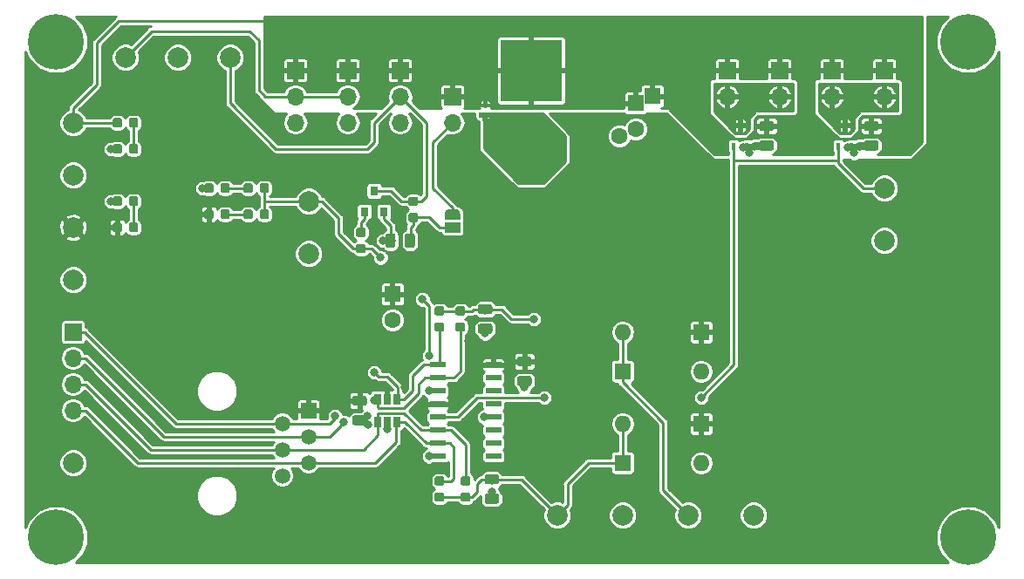
<source format=gbr>
G04 #@! TF.GenerationSoftware,KiCad,Pcbnew,5.0.2-bee76a0~70~ubuntu18.04.1*
G04 #@! TF.CreationDate,2019-06-19T23:08:53-07:00*
G04 #@! TF.ProjectId,aa-stalk-receiver-lvds,61612d73-7461-46c6-9b2d-726563656976,rev?*
G04 #@! TF.SameCoordinates,Original*
G04 #@! TF.FileFunction,Copper,L1,Top*
G04 #@! TF.FilePolarity,Positive*
%FSLAX46Y46*%
G04 Gerber Fmt 4.6, Leading zero omitted, Abs format (unit mm)*
G04 Created by KiCad (PCBNEW 5.0.2-bee76a0~70~ubuntu18.04.1) date Wed 19 Jun 2019 11:08:53 PM PDT*
%MOMM*%
%LPD*%
G01*
G04 APERTURE LIST*
G04 #@! TA.AperFunction,Conductor*
%ADD10C,0.100000*%
G04 #@! TD*
G04 #@! TA.AperFunction,SMDPad,CuDef*
%ADD11C,0.975000*%
G04 #@! TD*
G04 #@! TA.AperFunction,SMDPad,CuDef*
%ADD12C,0.875000*%
G04 #@! TD*
G04 #@! TA.AperFunction,ComponentPad*
%ADD13C,2.000000*%
G04 #@! TD*
G04 #@! TA.AperFunction,ComponentPad*
%ADD14C,0.800000*%
G04 #@! TD*
G04 #@! TA.AperFunction,ComponentPad*
%ADD15C,5.400000*%
G04 #@! TD*
G04 #@! TA.AperFunction,ComponentPad*
%ADD16R,1.600000X1.600000*%
G04 #@! TD*
G04 #@! TA.AperFunction,ComponentPad*
%ADD17C,1.600000*%
G04 #@! TD*
G04 #@! TA.AperFunction,ComponentPad*
%ADD18R,1.700000X1.700000*%
G04 #@! TD*
G04 #@! TA.AperFunction,ComponentPad*
%ADD19O,1.700000X1.700000*%
G04 #@! TD*
G04 #@! TA.AperFunction,ComponentPad*
%ADD20R,5.999480X5.999480*%
G04 #@! TD*
G04 #@! TA.AperFunction,ComponentPad*
%ADD21C,5.999480*%
G04 #@! TD*
G04 #@! TA.AperFunction,ComponentPad*
%ADD22O,1.600000X1.600000*%
G04 #@! TD*
G04 #@! TA.AperFunction,SMDPad,CuDef*
%ADD23C,0.500000*%
G04 #@! TD*
G04 #@! TA.AperFunction,SMDPad,CuDef*
%ADD24R,1.500000X1.000000*%
G04 #@! TD*
G04 #@! TA.AperFunction,SMDPad,CuDef*
%ADD25R,1.500000X0.600000*%
G04 #@! TD*
G04 #@! TA.AperFunction,SMDPad,CuDef*
%ADD26R,0.800000X0.900000*%
G04 #@! TD*
G04 #@! TA.AperFunction,SMDPad,CuDef*
%ADD27R,0.650000X1.060000*%
G04 #@! TD*
G04 #@! TA.AperFunction,SMDPad,CuDef*
%ADD28R,0.450000X0.700000*%
G04 #@! TD*
G04 #@! TA.AperFunction,ComponentPad*
%ADD29R,1.520000X1.520000*%
G04 #@! TD*
G04 #@! TA.AperFunction,ComponentPad*
%ADD30C,1.520000*%
G04 #@! TD*
G04 #@! TA.AperFunction,SMDPad,CuDef*
%ADD31R,0.400000X0.300000*%
G04 #@! TD*
G04 #@! TA.AperFunction,ViaPad*
%ADD32C,0.800000*%
G04 #@! TD*
G04 #@! TA.AperFunction,ViaPad*
%ADD33C,0.600000*%
G04 #@! TD*
G04 #@! TA.AperFunction,Conductor*
%ADD34C,0.762000*%
G04 #@! TD*
G04 #@! TA.AperFunction,Conductor*
%ADD35C,0.508000*%
G04 #@! TD*
G04 #@! TA.AperFunction,Conductor*
%ADD36C,0.254000*%
G04 #@! TD*
G04 APERTURE END LIST*
D10*
G04 #@! TO.N,GND*
G04 #@! TO.C,C311*
G36*
X164310142Y-62681174D02*
X164333803Y-62684684D01*
X164357007Y-62690496D01*
X164379529Y-62698554D01*
X164401153Y-62708782D01*
X164421670Y-62721079D01*
X164440883Y-62735329D01*
X164458607Y-62751393D01*
X164474671Y-62769117D01*
X164488921Y-62788330D01*
X164501218Y-62808847D01*
X164511446Y-62830471D01*
X164519504Y-62852993D01*
X164525316Y-62876197D01*
X164528826Y-62899858D01*
X164530000Y-62923750D01*
X164530000Y-63411250D01*
X164528826Y-63435142D01*
X164525316Y-63458803D01*
X164519504Y-63482007D01*
X164511446Y-63504529D01*
X164501218Y-63526153D01*
X164488921Y-63546670D01*
X164474671Y-63565883D01*
X164458607Y-63583607D01*
X164440883Y-63599671D01*
X164421670Y-63613921D01*
X164401153Y-63626218D01*
X164379529Y-63636446D01*
X164357007Y-63644504D01*
X164333803Y-63650316D01*
X164310142Y-63653826D01*
X164286250Y-63655000D01*
X163373750Y-63655000D01*
X163349858Y-63653826D01*
X163326197Y-63650316D01*
X163302993Y-63644504D01*
X163280471Y-63636446D01*
X163258847Y-63626218D01*
X163238330Y-63613921D01*
X163219117Y-63599671D01*
X163201393Y-63583607D01*
X163185329Y-63565883D01*
X163171079Y-63546670D01*
X163158782Y-63526153D01*
X163148554Y-63504529D01*
X163140496Y-63482007D01*
X163134684Y-63458803D01*
X163131174Y-63435142D01*
X163130000Y-63411250D01*
X163130000Y-62923750D01*
X163131174Y-62899858D01*
X163134684Y-62876197D01*
X163140496Y-62852993D01*
X163148554Y-62830471D01*
X163158782Y-62808847D01*
X163171079Y-62788330D01*
X163185329Y-62769117D01*
X163201393Y-62751393D01*
X163219117Y-62735329D01*
X163238330Y-62721079D01*
X163258847Y-62708782D01*
X163280471Y-62698554D01*
X163302993Y-62690496D01*
X163326197Y-62684684D01*
X163349858Y-62681174D01*
X163373750Y-62680000D01*
X164286250Y-62680000D01*
X164310142Y-62681174D01*
X164310142Y-62681174D01*
G37*
D11*
G04 #@! TD*
G04 #@! TO.P,C311,2*
G04 #@! TO.N,GND*
X163830000Y-63167500D03*
D10*
G04 #@! TO.N,/VIN*
G04 #@! TO.C,C311*
G36*
X164310142Y-60806174D02*
X164333803Y-60809684D01*
X164357007Y-60815496D01*
X164379529Y-60823554D01*
X164401153Y-60833782D01*
X164421670Y-60846079D01*
X164440883Y-60860329D01*
X164458607Y-60876393D01*
X164474671Y-60894117D01*
X164488921Y-60913330D01*
X164501218Y-60933847D01*
X164511446Y-60955471D01*
X164519504Y-60977993D01*
X164525316Y-61001197D01*
X164528826Y-61024858D01*
X164530000Y-61048750D01*
X164530000Y-61536250D01*
X164528826Y-61560142D01*
X164525316Y-61583803D01*
X164519504Y-61607007D01*
X164511446Y-61629529D01*
X164501218Y-61651153D01*
X164488921Y-61671670D01*
X164474671Y-61690883D01*
X164458607Y-61708607D01*
X164440883Y-61724671D01*
X164421670Y-61738921D01*
X164401153Y-61751218D01*
X164379529Y-61761446D01*
X164357007Y-61769504D01*
X164333803Y-61775316D01*
X164310142Y-61778826D01*
X164286250Y-61780000D01*
X163373750Y-61780000D01*
X163349858Y-61778826D01*
X163326197Y-61775316D01*
X163302993Y-61769504D01*
X163280471Y-61761446D01*
X163258847Y-61751218D01*
X163238330Y-61738921D01*
X163219117Y-61724671D01*
X163201393Y-61708607D01*
X163185329Y-61690883D01*
X163171079Y-61671670D01*
X163158782Y-61651153D01*
X163148554Y-61629529D01*
X163140496Y-61607007D01*
X163134684Y-61583803D01*
X163131174Y-61560142D01*
X163130000Y-61536250D01*
X163130000Y-61048750D01*
X163131174Y-61024858D01*
X163134684Y-61001197D01*
X163140496Y-60977993D01*
X163148554Y-60955471D01*
X163158782Y-60933847D01*
X163171079Y-60913330D01*
X163185329Y-60894117D01*
X163201393Y-60876393D01*
X163219117Y-60860329D01*
X163238330Y-60846079D01*
X163258847Y-60833782D01*
X163280471Y-60823554D01*
X163302993Y-60815496D01*
X163326197Y-60809684D01*
X163349858Y-60806174D01*
X163373750Y-60805000D01*
X164286250Y-60805000D01*
X164310142Y-60806174D01*
X164310142Y-60806174D01*
G37*
D11*
G04 #@! TD*
G04 #@! TO.P,C311,1*
G04 #@! TO.N,/VIN*
X163830000Y-61292500D03*
D10*
G04 #@! TO.N,GND*
G04 #@! TO.C,C202*
G36*
X137005142Y-80461174D02*
X137028803Y-80464684D01*
X137052007Y-80470496D01*
X137074529Y-80478554D01*
X137096153Y-80488782D01*
X137116670Y-80501079D01*
X137135883Y-80515329D01*
X137153607Y-80531393D01*
X137169671Y-80549117D01*
X137183921Y-80568330D01*
X137196218Y-80588847D01*
X137206446Y-80610471D01*
X137214504Y-80632993D01*
X137220316Y-80656197D01*
X137223826Y-80679858D01*
X137225000Y-80703750D01*
X137225000Y-81191250D01*
X137223826Y-81215142D01*
X137220316Y-81238803D01*
X137214504Y-81262007D01*
X137206446Y-81284529D01*
X137196218Y-81306153D01*
X137183921Y-81326670D01*
X137169671Y-81345883D01*
X137153607Y-81363607D01*
X137135883Y-81379671D01*
X137116670Y-81393921D01*
X137096153Y-81406218D01*
X137074529Y-81416446D01*
X137052007Y-81424504D01*
X137028803Y-81430316D01*
X137005142Y-81433826D01*
X136981250Y-81435000D01*
X136068750Y-81435000D01*
X136044858Y-81433826D01*
X136021197Y-81430316D01*
X135997993Y-81424504D01*
X135975471Y-81416446D01*
X135953847Y-81406218D01*
X135933330Y-81393921D01*
X135914117Y-81379671D01*
X135896393Y-81363607D01*
X135880329Y-81345883D01*
X135866079Y-81326670D01*
X135853782Y-81306153D01*
X135843554Y-81284529D01*
X135835496Y-81262007D01*
X135829684Y-81238803D01*
X135826174Y-81215142D01*
X135825000Y-81191250D01*
X135825000Y-80703750D01*
X135826174Y-80679858D01*
X135829684Y-80656197D01*
X135835496Y-80632993D01*
X135843554Y-80610471D01*
X135853782Y-80588847D01*
X135866079Y-80568330D01*
X135880329Y-80549117D01*
X135896393Y-80531393D01*
X135914117Y-80515329D01*
X135933330Y-80501079D01*
X135953847Y-80488782D01*
X135975471Y-80478554D01*
X135997993Y-80470496D01*
X136021197Y-80464684D01*
X136044858Y-80461174D01*
X136068750Y-80460000D01*
X136981250Y-80460000D01*
X137005142Y-80461174D01*
X137005142Y-80461174D01*
G37*
D11*
G04 #@! TD*
G04 #@! TO.P,C202,2*
G04 #@! TO.N,GND*
X136525000Y-80947500D03*
D10*
G04 #@! TO.N,Net-(C202-Pad1)*
G04 #@! TO.C,C202*
G36*
X137005142Y-78586174D02*
X137028803Y-78589684D01*
X137052007Y-78595496D01*
X137074529Y-78603554D01*
X137096153Y-78613782D01*
X137116670Y-78626079D01*
X137135883Y-78640329D01*
X137153607Y-78656393D01*
X137169671Y-78674117D01*
X137183921Y-78693330D01*
X137196218Y-78713847D01*
X137206446Y-78735471D01*
X137214504Y-78757993D01*
X137220316Y-78781197D01*
X137223826Y-78804858D01*
X137225000Y-78828750D01*
X137225000Y-79316250D01*
X137223826Y-79340142D01*
X137220316Y-79363803D01*
X137214504Y-79387007D01*
X137206446Y-79409529D01*
X137196218Y-79431153D01*
X137183921Y-79451670D01*
X137169671Y-79470883D01*
X137153607Y-79488607D01*
X137135883Y-79504671D01*
X137116670Y-79518921D01*
X137096153Y-79531218D01*
X137074529Y-79541446D01*
X137052007Y-79549504D01*
X137028803Y-79555316D01*
X137005142Y-79558826D01*
X136981250Y-79560000D01*
X136068750Y-79560000D01*
X136044858Y-79558826D01*
X136021197Y-79555316D01*
X135997993Y-79549504D01*
X135975471Y-79541446D01*
X135953847Y-79531218D01*
X135933330Y-79518921D01*
X135914117Y-79504671D01*
X135896393Y-79488607D01*
X135880329Y-79470883D01*
X135866079Y-79451670D01*
X135853782Y-79431153D01*
X135843554Y-79409529D01*
X135835496Y-79387007D01*
X135829684Y-79363803D01*
X135826174Y-79340142D01*
X135825000Y-79316250D01*
X135825000Y-78828750D01*
X135826174Y-78804858D01*
X135829684Y-78781197D01*
X135835496Y-78757993D01*
X135843554Y-78735471D01*
X135853782Y-78713847D01*
X135866079Y-78693330D01*
X135880329Y-78674117D01*
X135896393Y-78656393D01*
X135914117Y-78640329D01*
X135933330Y-78626079D01*
X135953847Y-78613782D01*
X135975471Y-78603554D01*
X135997993Y-78595496D01*
X136021197Y-78589684D01*
X136044858Y-78586174D01*
X136068750Y-78585000D01*
X136981250Y-78585000D01*
X137005142Y-78586174D01*
X137005142Y-78586174D01*
G37*
D11*
G04 #@! TD*
G04 #@! TO.P,C202,1*
G04 #@! TO.N,Net-(C202-Pad1)*
X136525000Y-79072500D03*
D10*
G04 #@! TO.N,Net-(C202-Pad1)*
G04 #@! TO.C,R201*
G36*
X132357691Y-78786053D02*
X132378926Y-78789203D01*
X132399750Y-78794419D01*
X132419962Y-78801651D01*
X132439368Y-78810830D01*
X132457781Y-78821866D01*
X132475024Y-78834654D01*
X132490930Y-78849070D01*
X132505346Y-78864976D01*
X132518134Y-78882219D01*
X132529170Y-78900632D01*
X132538349Y-78920038D01*
X132545581Y-78940250D01*
X132550797Y-78961074D01*
X132553947Y-78982309D01*
X132555000Y-79003750D01*
X132555000Y-79441250D01*
X132553947Y-79462691D01*
X132550797Y-79483926D01*
X132545581Y-79504750D01*
X132538349Y-79524962D01*
X132529170Y-79544368D01*
X132518134Y-79562781D01*
X132505346Y-79580024D01*
X132490930Y-79595930D01*
X132475024Y-79610346D01*
X132457781Y-79623134D01*
X132439368Y-79634170D01*
X132419962Y-79643349D01*
X132399750Y-79650581D01*
X132378926Y-79655797D01*
X132357691Y-79658947D01*
X132336250Y-79660000D01*
X131823750Y-79660000D01*
X131802309Y-79658947D01*
X131781074Y-79655797D01*
X131760250Y-79650581D01*
X131740038Y-79643349D01*
X131720632Y-79634170D01*
X131702219Y-79623134D01*
X131684976Y-79610346D01*
X131669070Y-79595930D01*
X131654654Y-79580024D01*
X131641866Y-79562781D01*
X131630830Y-79544368D01*
X131621651Y-79524962D01*
X131614419Y-79504750D01*
X131609203Y-79483926D01*
X131606053Y-79462691D01*
X131605000Y-79441250D01*
X131605000Y-79003750D01*
X131606053Y-78982309D01*
X131609203Y-78961074D01*
X131614419Y-78940250D01*
X131621651Y-78920038D01*
X131630830Y-78900632D01*
X131641866Y-78882219D01*
X131654654Y-78864976D01*
X131669070Y-78849070D01*
X131684976Y-78834654D01*
X131702219Y-78821866D01*
X131720632Y-78810830D01*
X131740038Y-78801651D01*
X131760250Y-78794419D01*
X131781074Y-78789203D01*
X131802309Y-78786053D01*
X131823750Y-78785000D01*
X132336250Y-78785000D01*
X132357691Y-78786053D01*
X132357691Y-78786053D01*
G37*
D12*
G04 #@! TD*
G04 #@! TO.P,R201,2*
G04 #@! TO.N,Net-(C202-Pad1)*
X132080000Y-79222500D03*
D10*
G04 #@! TO.N,/RX_STALK_P*
G04 #@! TO.C,R201*
G36*
X132357691Y-80361053D02*
X132378926Y-80364203D01*
X132399750Y-80369419D01*
X132419962Y-80376651D01*
X132439368Y-80385830D01*
X132457781Y-80396866D01*
X132475024Y-80409654D01*
X132490930Y-80424070D01*
X132505346Y-80439976D01*
X132518134Y-80457219D01*
X132529170Y-80475632D01*
X132538349Y-80495038D01*
X132545581Y-80515250D01*
X132550797Y-80536074D01*
X132553947Y-80557309D01*
X132555000Y-80578750D01*
X132555000Y-81016250D01*
X132553947Y-81037691D01*
X132550797Y-81058926D01*
X132545581Y-81079750D01*
X132538349Y-81099962D01*
X132529170Y-81119368D01*
X132518134Y-81137781D01*
X132505346Y-81155024D01*
X132490930Y-81170930D01*
X132475024Y-81185346D01*
X132457781Y-81198134D01*
X132439368Y-81209170D01*
X132419962Y-81218349D01*
X132399750Y-81225581D01*
X132378926Y-81230797D01*
X132357691Y-81233947D01*
X132336250Y-81235000D01*
X131823750Y-81235000D01*
X131802309Y-81233947D01*
X131781074Y-81230797D01*
X131760250Y-81225581D01*
X131740038Y-81218349D01*
X131720632Y-81209170D01*
X131702219Y-81198134D01*
X131684976Y-81185346D01*
X131669070Y-81170930D01*
X131654654Y-81155024D01*
X131641866Y-81137781D01*
X131630830Y-81119368D01*
X131621651Y-81099962D01*
X131614419Y-81079750D01*
X131609203Y-81058926D01*
X131606053Y-81037691D01*
X131605000Y-81016250D01*
X131605000Y-80578750D01*
X131606053Y-80557309D01*
X131609203Y-80536074D01*
X131614419Y-80515250D01*
X131621651Y-80495038D01*
X131630830Y-80475632D01*
X131641866Y-80457219D01*
X131654654Y-80439976D01*
X131669070Y-80424070D01*
X131684976Y-80409654D01*
X131702219Y-80396866D01*
X131720632Y-80385830D01*
X131740038Y-80376651D01*
X131760250Y-80369419D01*
X131781074Y-80364203D01*
X131802309Y-80361053D01*
X131823750Y-80360000D01*
X132336250Y-80360000D01*
X132357691Y-80361053D01*
X132357691Y-80361053D01*
G37*
D12*
G04 #@! TD*
G04 #@! TO.P,R201,1*
G04 #@! TO.N,/RX_STALK_P*
X132080000Y-80797500D03*
D13*
G04 #@! TO.P,TP102,1*
G04 #@! TO.N,+5V*
X96520000Y-71120000D03*
G04 #@! TD*
G04 #@! TO.P,TP151,1*
G04 #@! TO.N,GND*
X96520000Y-66040000D03*
G04 #@! TD*
G04 #@! TO.P,TP152,1*
G04 #@! TO.N,GND*
X96520000Y-76200000D03*
G04 #@! TD*
G04 #@! TO.P,TP153,1*
G04 #@! TO.N,GND*
X96520000Y-93980000D03*
G04 #@! TD*
G04 #@! TO.P,TP201,1*
G04 #@! TO.N,Net-(C202-Pad1)*
X156210000Y-99060000D03*
G04 #@! TD*
G04 #@! TO.P,TP202,1*
G04 #@! TO.N,Net-(C203-Pad1)*
X143510000Y-99060000D03*
G04 #@! TD*
G04 #@! TO.P,TP251,1*
G04 #@! TO.N,GND*
X162560000Y-99060000D03*
G04 #@! TD*
G04 #@! TO.P,TP301,1*
G04 #@! TO.N,/N_RX_STALK*
X119380000Y-68580000D03*
G04 #@! TD*
G04 #@! TO.P,TP302,1*
G04 #@! TO.N,/LED_A_DATA*
X111760000Y-54610000D03*
G04 #@! TD*
G04 #@! TO.P,TP303,1*
G04 #@! TO.N,/LED_C_DATA*
X101600000Y-54610000D03*
G04 #@! TD*
G04 #@! TO.P,TP311,1*
G04 #@! TO.N,/PWM_CAP*
X175260000Y-67310000D03*
G04 #@! TD*
G04 #@! TO.P,TP351,1*
G04 #@! TO.N,GND*
X119380000Y-73660000D03*
G04 #@! TD*
G04 #@! TO.P,TP352,1*
G04 #@! TO.N,GND*
X106680000Y-54610000D03*
G04 #@! TD*
G04 #@! TO.P,TP361,1*
G04 #@! TO.N,GND*
X175260000Y-72390000D03*
G04 #@! TD*
G04 #@! TO.P,TP252,1*
G04 #@! TO.N,GND*
X149860000Y-99060000D03*
G04 #@! TD*
G04 #@! TO.P,TP101,1*
G04 #@! TO.N,/VIN*
X96520000Y-60960000D03*
G04 #@! TD*
D14*
G04 #@! TO.P,H2,1*
G04 #@! TO.N,GND*
X184819891Y-51654109D03*
X183388000Y-51061000D03*
X181956109Y-51654109D03*
X181363000Y-53086000D03*
X181956109Y-54517891D03*
X183388000Y-55111000D03*
X184819891Y-54517891D03*
X185413000Y-53086000D03*
D15*
X183388000Y-53086000D03*
G04 #@! TD*
G04 #@! TO.P,H1,1*
G04 #@! TO.N,GND*
X94869000Y-53086000D03*
D14*
X96894000Y-53086000D03*
X96300891Y-54517891D03*
X94869000Y-55111000D03*
X93437109Y-54517891D03*
X92844000Y-53086000D03*
X93437109Y-51654109D03*
X94869000Y-51061000D03*
X96300891Y-51654109D03*
G04 #@! TD*
G04 #@! TO.P,H4,1*
G04 #@! TO.N,GND*
X184819891Y-99787109D03*
X183388000Y-99194000D03*
X181956109Y-99787109D03*
X181363000Y-101219000D03*
X181956109Y-102650891D03*
X183388000Y-103244000D03*
X184819891Y-102650891D03*
X185413000Y-101219000D03*
D15*
X183388000Y-101219000D03*
G04 #@! TD*
G04 #@! TO.P,H3,1*
G04 #@! TO.N,GND*
X94869000Y-101219000D03*
D14*
X96894000Y-101219000D03*
X96300891Y-102650891D03*
X94869000Y-103244000D03*
X93437109Y-102650891D03*
X92844000Y-101219000D03*
X93437109Y-99787109D03*
X94869000Y-99194000D03*
X96300891Y-99787109D03*
G04 #@! TD*
D10*
G04 #@! TO.N,GND*
G04 #@! TO.C,C103*
G36*
X124813142Y-89351174D02*
X124836803Y-89354684D01*
X124860007Y-89360496D01*
X124882529Y-89368554D01*
X124904153Y-89378782D01*
X124924670Y-89391079D01*
X124943883Y-89405329D01*
X124961607Y-89421393D01*
X124977671Y-89439117D01*
X124991921Y-89458330D01*
X125004218Y-89478847D01*
X125014446Y-89500471D01*
X125022504Y-89522993D01*
X125028316Y-89546197D01*
X125031826Y-89569858D01*
X125033000Y-89593750D01*
X125033000Y-90081250D01*
X125031826Y-90105142D01*
X125028316Y-90128803D01*
X125022504Y-90152007D01*
X125014446Y-90174529D01*
X125004218Y-90196153D01*
X124991921Y-90216670D01*
X124977671Y-90235883D01*
X124961607Y-90253607D01*
X124943883Y-90269671D01*
X124924670Y-90283921D01*
X124904153Y-90296218D01*
X124882529Y-90306446D01*
X124860007Y-90314504D01*
X124836803Y-90320316D01*
X124813142Y-90323826D01*
X124789250Y-90325000D01*
X123876750Y-90325000D01*
X123852858Y-90323826D01*
X123829197Y-90320316D01*
X123805993Y-90314504D01*
X123783471Y-90306446D01*
X123761847Y-90296218D01*
X123741330Y-90283921D01*
X123722117Y-90269671D01*
X123704393Y-90253607D01*
X123688329Y-90235883D01*
X123674079Y-90216670D01*
X123661782Y-90196153D01*
X123651554Y-90174529D01*
X123643496Y-90152007D01*
X123637684Y-90128803D01*
X123634174Y-90105142D01*
X123633000Y-90081250D01*
X123633000Y-89593750D01*
X123634174Y-89569858D01*
X123637684Y-89546197D01*
X123643496Y-89522993D01*
X123651554Y-89500471D01*
X123661782Y-89478847D01*
X123674079Y-89458330D01*
X123688329Y-89439117D01*
X123704393Y-89421393D01*
X123722117Y-89405329D01*
X123741330Y-89391079D01*
X123761847Y-89378782D01*
X123783471Y-89368554D01*
X123805993Y-89360496D01*
X123829197Y-89354684D01*
X123852858Y-89351174D01*
X123876750Y-89350000D01*
X124789250Y-89350000D01*
X124813142Y-89351174D01*
X124813142Y-89351174D01*
G37*
D11*
G04 #@! TD*
G04 #@! TO.P,C103,1*
G04 #@! TO.N,GND*
X124333000Y-89837500D03*
D10*
G04 #@! TO.N,+5V*
G04 #@! TO.C,C103*
G36*
X124813142Y-87476174D02*
X124836803Y-87479684D01*
X124860007Y-87485496D01*
X124882529Y-87493554D01*
X124904153Y-87503782D01*
X124924670Y-87516079D01*
X124943883Y-87530329D01*
X124961607Y-87546393D01*
X124977671Y-87564117D01*
X124991921Y-87583330D01*
X125004218Y-87603847D01*
X125014446Y-87625471D01*
X125022504Y-87647993D01*
X125028316Y-87671197D01*
X125031826Y-87694858D01*
X125033000Y-87718750D01*
X125033000Y-88206250D01*
X125031826Y-88230142D01*
X125028316Y-88253803D01*
X125022504Y-88277007D01*
X125014446Y-88299529D01*
X125004218Y-88321153D01*
X124991921Y-88341670D01*
X124977671Y-88360883D01*
X124961607Y-88378607D01*
X124943883Y-88394671D01*
X124924670Y-88408921D01*
X124904153Y-88421218D01*
X124882529Y-88431446D01*
X124860007Y-88439504D01*
X124836803Y-88445316D01*
X124813142Y-88448826D01*
X124789250Y-88450000D01*
X123876750Y-88450000D01*
X123852858Y-88448826D01*
X123829197Y-88445316D01*
X123805993Y-88439504D01*
X123783471Y-88431446D01*
X123761847Y-88421218D01*
X123741330Y-88408921D01*
X123722117Y-88394671D01*
X123704393Y-88378607D01*
X123688329Y-88360883D01*
X123674079Y-88341670D01*
X123661782Y-88321153D01*
X123651554Y-88299529D01*
X123643496Y-88277007D01*
X123637684Y-88253803D01*
X123634174Y-88230142D01*
X123633000Y-88206250D01*
X123633000Y-87718750D01*
X123634174Y-87694858D01*
X123637684Y-87671197D01*
X123643496Y-87647993D01*
X123651554Y-87625471D01*
X123661782Y-87603847D01*
X123674079Y-87583330D01*
X123688329Y-87564117D01*
X123704393Y-87546393D01*
X123722117Y-87530329D01*
X123741330Y-87516079D01*
X123761847Y-87503782D01*
X123783471Y-87493554D01*
X123805993Y-87485496D01*
X123829197Y-87479684D01*
X123852858Y-87476174D01*
X123876750Y-87475000D01*
X124789250Y-87475000D01*
X124813142Y-87476174D01*
X124813142Y-87476174D01*
G37*
D11*
G04 #@! TD*
G04 #@! TO.P,C103,2*
G04 #@! TO.N,+5V*
X124333000Y-87962500D03*
D10*
G04 #@! TO.N,Net-(C203-Pad1)*
G04 #@! TO.C,C203*
G36*
X137640142Y-95096174D02*
X137663803Y-95099684D01*
X137687007Y-95105496D01*
X137709529Y-95113554D01*
X137731153Y-95123782D01*
X137751670Y-95136079D01*
X137770883Y-95150329D01*
X137788607Y-95166393D01*
X137804671Y-95184117D01*
X137818921Y-95203330D01*
X137831218Y-95223847D01*
X137841446Y-95245471D01*
X137849504Y-95267993D01*
X137855316Y-95291197D01*
X137858826Y-95314858D01*
X137860000Y-95338750D01*
X137860000Y-95826250D01*
X137858826Y-95850142D01*
X137855316Y-95873803D01*
X137849504Y-95897007D01*
X137841446Y-95919529D01*
X137831218Y-95941153D01*
X137818921Y-95961670D01*
X137804671Y-95980883D01*
X137788607Y-95998607D01*
X137770883Y-96014671D01*
X137751670Y-96028921D01*
X137731153Y-96041218D01*
X137709529Y-96051446D01*
X137687007Y-96059504D01*
X137663803Y-96065316D01*
X137640142Y-96068826D01*
X137616250Y-96070000D01*
X136703750Y-96070000D01*
X136679858Y-96068826D01*
X136656197Y-96065316D01*
X136632993Y-96059504D01*
X136610471Y-96051446D01*
X136588847Y-96041218D01*
X136568330Y-96028921D01*
X136549117Y-96014671D01*
X136531393Y-95998607D01*
X136515329Y-95980883D01*
X136501079Y-95961670D01*
X136488782Y-95941153D01*
X136478554Y-95919529D01*
X136470496Y-95897007D01*
X136464684Y-95873803D01*
X136461174Y-95850142D01*
X136460000Y-95826250D01*
X136460000Y-95338750D01*
X136461174Y-95314858D01*
X136464684Y-95291197D01*
X136470496Y-95267993D01*
X136478554Y-95245471D01*
X136488782Y-95223847D01*
X136501079Y-95203330D01*
X136515329Y-95184117D01*
X136531393Y-95166393D01*
X136549117Y-95150329D01*
X136568330Y-95136079D01*
X136588847Y-95123782D01*
X136610471Y-95113554D01*
X136632993Y-95105496D01*
X136656197Y-95099684D01*
X136679858Y-95096174D01*
X136703750Y-95095000D01*
X137616250Y-95095000D01*
X137640142Y-95096174D01*
X137640142Y-95096174D01*
G37*
D11*
G04 #@! TD*
G04 #@! TO.P,C203,1*
G04 #@! TO.N,Net-(C203-Pad1)*
X137160000Y-95582500D03*
D10*
G04 #@! TO.N,GND*
G04 #@! TO.C,C203*
G36*
X137640142Y-96971174D02*
X137663803Y-96974684D01*
X137687007Y-96980496D01*
X137709529Y-96988554D01*
X137731153Y-96998782D01*
X137751670Y-97011079D01*
X137770883Y-97025329D01*
X137788607Y-97041393D01*
X137804671Y-97059117D01*
X137818921Y-97078330D01*
X137831218Y-97098847D01*
X137841446Y-97120471D01*
X137849504Y-97142993D01*
X137855316Y-97166197D01*
X137858826Y-97189858D01*
X137860000Y-97213750D01*
X137860000Y-97701250D01*
X137858826Y-97725142D01*
X137855316Y-97748803D01*
X137849504Y-97772007D01*
X137841446Y-97794529D01*
X137831218Y-97816153D01*
X137818921Y-97836670D01*
X137804671Y-97855883D01*
X137788607Y-97873607D01*
X137770883Y-97889671D01*
X137751670Y-97903921D01*
X137731153Y-97916218D01*
X137709529Y-97926446D01*
X137687007Y-97934504D01*
X137663803Y-97940316D01*
X137640142Y-97943826D01*
X137616250Y-97945000D01*
X136703750Y-97945000D01*
X136679858Y-97943826D01*
X136656197Y-97940316D01*
X136632993Y-97934504D01*
X136610471Y-97926446D01*
X136588847Y-97916218D01*
X136568330Y-97903921D01*
X136549117Y-97889671D01*
X136531393Y-97873607D01*
X136515329Y-97855883D01*
X136501079Y-97836670D01*
X136488782Y-97816153D01*
X136478554Y-97794529D01*
X136470496Y-97772007D01*
X136464684Y-97748803D01*
X136461174Y-97725142D01*
X136460000Y-97701250D01*
X136460000Y-97213750D01*
X136461174Y-97189858D01*
X136464684Y-97166197D01*
X136470496Y-97142993D01*
X136478554Y-97120471D01*
X136488782Y-97098847D01*
X136501079Y-97078330D01*
X136515329Y-97059117D01*
X136531393Y-97041393D01*
X136549117Y-97025329D01*
X136568330Y-97011079D01*
X136588847Y-96998782D01*
X136610471Y-96988554D01*
X136632993Y-96980496D01*
X136656197Y-96974684D01*
X136679858Y-96971174D01*
X136703750Y-96970000D01*
X137616250Y-96970000D01*
X137640142Y-96971174D01*
X137640142Y-96971174D01*
G37*
D11*
G04 #@! TD*
G04 #@! TO.P,C203,2*
G04 #@! TO.N,GND*
X137160000Y-97457500D03*
D10*
G04 #@! TO.N,GND*
G04 #@! TO.C,C204*
G36*
X140815142Y-85541174D02*
X140838803Y-85544684D01*
X140862007Y-85550496D01*
X140884529Y-85558554D01*
X140906153Y-85568782D01*
X140926670Y-85581079D01*
X140945883Y-85595329D01*
X140963607Y-85611393D01*
X140979671Y-85629117D01*
X140993921Y-85648330D01*
X141006218Y-85668847D01*
X141016446Y-85690471D01*
X141024504Y-85712993D01*
X141030316Y-85736197D01*
X141033826Y-85759858D01*
X141035000Y-85783750D01*
X141035000Y-86271250D01*
X141033826Y-86295142D01*
X141030316Y-86318803D01*
X141024504Y-86342007D01*
X141016446Y-86364529D01*
X141006218Y-86386153D01*
X140993921Y-86406670D01*
X140979671Y-86425883D01*
X140963607Y-86443607D01*
X140945883Y-86459671D01*
X140926670Y-86473921D01*
X140906153Y-86486218D01*
X140884529Y-86496446D01*
X140862007Y-86504504D01*
X140838803Y-86510316D01*
X140815142Y-86513826D01*
X140791250Y-86515000D01*
X139878750Y-86515000D01*
X139854858Y-86513826D01*
X139831197Y-86510316D01*
X139807993Y-86504504D01*
X139785471Y-86496446D01*
X139763847Y-86486218D01*
X139743330Y-86473921D01*
X139724117Y-86459671D01*
X139706393Y-86443607D01*
X139690329Y-86425883D01*
X139676079Y-86406670D01*
X139663782Y-86386153D01*
X139653554Y-86364529D01*
X139645496Y-86342007D01*
X139639684Y-86318803D01*
X139636174Y-86295142D01*
X139635000Y-86271250D01*
X139635000Y-85783750D01*
X139636174Y-85759858D01*
X139639684Y-85736197D01*
X139645496Y-85712993D01*
X139653554Y-85690471D01*
X139663782Y-85668847D01*
X139676079Y-85648330D01*
X139690329Y-85629117D01*
X139706393Y-85611393D01*
X139724117Y-85595329D01*
X139743330Y-85581079D01*
X139763847Y-85568782D01*
X139785471Y-85558554D01*
X139807993Y-85550496D01*
X139831197Y-85544684D01*
X139854858Y-85541174D01*
X139878750Y-85540000D01*
X140791250Y-85540000D01*
X140815142Y-85541174D01*
X140815142Y-85541174D01*
G37*
D11*
G04 #@! TD*
G04 #@! TO.P,C204,2*
G04 #@! TO.N,GND*
X140335000Y-86027500D03*
D10*
G04 #@! TO.N,+5V*
G04 #@! TO.C,C204*
G36*
X140815142Y-83666174D02*
X140838803Y-83669684D01*
X140862007Y-83675496D01*
X140884529Y-83683554D01*
X140906153Y-83693782D01*
X140926670Y-83706079D01*
X140945883Y-83720329D01*
X140963607Y-83736393D01*
X140979671Y-83754117D01*
X140993921Y-83773330D01*
X141006218Y-83793847D01*
X141016446Y-83815471D01*
X141024504Y-83837993D01*
X141030316Y-83861197D01*
X141033826Y-83884858D01*
X141035000Y-83908750D01*
X141035000Y-84396250D01*
X141033826Y-84420142D01*
X141030316Y-84443803D01*
X141024504Y-84467007D01*
X141016446Y-84489529D01*
X141006218Y-84511153D01*
X140993921Y-84531670D01*
X140979671Y-84550883D01*
X140963607Y-84568607D01*
X140945883Y-84584671D01*
X140926670Y-84598921D01*
X140906153Y-84611218D01*
X140884529Y-84621446D01*
X140862007Y-84629504D01*
X140838803Y-84635316D01*
X140815142Y-84638826D01*
X140791250Y-84640000D01*
X139878750Y-84640000D01*
X139854858Y-84638826D01*
X139831197Y-84635316D01*
X139807993Y-84629504D01*
X139785471Y-84621446D01*
X139763847Y-84611218D01*
X139743330Y-84598921D01*
X139724117Y-84584671D01*
X139706393Y-84568607D01*
X139690329Y-84550883D01*
X139676079Y-84531670D01*
X139663782Y-84511153D01*
X139653554Y-84489529D01*
X139645496Y-84467007D01*
X139639684Y-84443803D01*
X139636174Y-84420142D01*
X139635000Y-84396250D01*
X139635000Y-83908750D01*
X139636174Y-83884858D01*
X139639684Y-83861197D01*
X139645496Y-83837993D01*
X139653554Y-83815471D01*
X139663782Y-83793847D01*
X139676079Y-83773330D01*
X139690329Y-83754117D01*
X139706393Y-83736393D01*
X139724117Y-83720329D01*
X139743330Y-83706079D01*
X139763847Y-83693782D01*
X139785471Y-83683554D01*
X139807993Y-83675496D01*
X139831197Y-83669684D01*
X139854858Y-83666174D01*
X139878750Y-83665000D01*
X140791250Y-83665000D01*
X140815142Y-83666174D01*
X140815142Y-83666174D01*
G37*
D11*
G04 #@! TD*
G04 #@! TO.P,C204,1*
G04 #@! TO.N,+5V*
X140335000Y-84152500D03*
D10*
G04 #@! TO.N,Net-(C301-Pad1)*
G04 #@! TO.C,C301*
G36*
X129475142Y-71691174D02*
X129498803Y-71694684D01*
X129522007Y-71700496D01*
X129544529Y-71708554D01*
X129566153Y-71718782D01*
X129586670Y-71731079D01*
X129605883Y-71745329D01*
X129623607Y-71761393D01*
X129639671Y-71779117D01*
X129653921Y-71798330D01*
X129666218Y-71818847D01*
X129676446Y-71840471D01*
X129684504Y-71862993D01*
X129690316Y-71886197D01*
X129693826Y-71909858D01*
X129695000Y-71933750D01*
X129695000Y-72846250D01*
X129693826Y-72870142D01*
X129690316Y-72893803D01*
X129684504Y-72917007D01*
X129676446Y-72939529D01*
X129666218Y-72961153D01*
X129653921Y-72981670D01*
X129639671Y-73000883D01*
X129623607Y-73018607D01*
X129605883Y-73034671D01*
X129586670Y-73048921D01*
X129566153Y-73061218D01*
X129544529Y-73071446D01*
X129522007Y-73079504D01*
X129498803Y-73085316D01*
X129475142Y-73088826D01*
X129451250Y-73090000D01*
X128963750Y-73090000D01*
X128939858Y-73088826D01*
X128916197Y-73085316D01*
X128892993Y-73079504D01*
X128870471Y-73071446D01*
X128848847Y-73061218D01*
X128828330Y-73048921D01*
X128809117Y-73034671D01*
X128791393Y-73018607D01*
X128775329Y-73000883D01*
X128761079Y-72981670D01*
X128748782Y-72961153D01*
X128738554Y-72939529D01*
X128730496Y-72917007D01*
X128724684Y-72893803D01*
X128721174Y-72870142D01*
X128720000Y-72846250D01*
X128720000Y-71933750D01*
X128721174Y-71909858D01*
X128724684Y-71886197D01*
X128730496Y-71862993D01*
X128738554Y-71840471D01*
X128748782Y-71818847D01*
X128761079Y-71798330D01*
X128775329Y-71779117D01*
X128791393Y-71761393D01*
X128809117Y-71745329D01*
X128828330Y-71731079D01*
X128848847Y-71718782D01*
X128870471Y-71708554D01*
X128892993Y-71700496D01*
X128916197Y-71694684D01*
X128939858Y-71691174D01*
X128963750Y-71690000D01*
X129451250Y-71690000D01*
X129475142Y-71691174D01*
X129475142Y-71691174D01*
G37*
D11*
G04 #@! TD*
G04 #@! TO.P,C301,1*
G04 #@! TO.N,Net-(C301-Pad1)*
X129207500Y-72390000D03*
D10*
G04 #@! TO.N,GND*
G04 #@! TO.C,C301*
G36*
X127600142Y-71691174D02*
X127623803Y-71694684D01*
X127647007Y-71700496D01*
X127669529Y-71708554D01*
X127691153Y-71718782D01*
X127711670Y-71731079D01*
X127730883Y-71745329D01*
X127748607Y-71761393D01*
X127764671Y-71779117D01*
X127778921Y-71798330D01*
X127791218Y-71818847D01*
X127801446Y-71840471D01*
X127809504Y-71862993D01*
X127815316Y-71886197D01*
X127818826Y-71909858D01*
X127820000Y-71933750D01*
X127820000Y-72846250D01*
X127818826Y-72870142D01*
X127815316Y-72893803D01*
X127809504Y-72917007D01*
X127801446Y-72939529D01*
X127791218Y-72961153D01*
X127778921Y-72981670D01*
X127764671Y-73000883D01*
X127748607Y-73018607D01*
X127730883Y-73034671D01*
X127711670Y-73048921D01*
X127691153Y-73061218D01*
X127669529Y-73071446D01*
X127647007Y-73079504D01*
X127623803Y-73085316D01*
X127600142Y-73088826D01*
X127576250Y-73090000D01*
X127088750Y-73090000D01*
X127064858Y-73088826D01*
X127041197Y-73085316D01*
X127017993Y-73079504D01*
X126995471Y-73071446D01*
X126973847Y-73061218D01*
X126953330Y-73048921D01*
X126934117Y-73034671D01*
X126916393Y-73018607D01*
X126900329Y-73000883D01*
X126886079Y-72981670D01*
X126873782Y-72961153D01*
X126863554Y-72939529D01*
X126855496Y-72917007D01*
X126849684Y-72893803D01*
X126846174Y-72870142D01*
X126845000Y-72846250D01*
X126845000Y-71933750D01*
X126846174Y-71909858D01*
X126849684Y-71886197D01*
X126855496Y-71862993D01*
X126863554Y-71840471D01*
X126873782Y-71818847D01*
X126886079Y-71798330D01*
X126900329Y-71779117D01*
X126916393Y-71761393D01*
X126934117Y-71745329D01*
X126953330Y-71731079D01*
X126973847Y-71718782D01*
X126995471Y-71708554D01*
X127017993Y-71700496D01*
X127041197Y-71694684D01*
X127064858Y-71691174D01*
X127088750Y-71690000D01*
X127576250Y-71690000D01*
X127600142Y-71691174D01*
X127600142Y-71691174D01*
G37*
D11*
G04 #@! TD*
G04 #@! TO.P,C301,2*
G04 #@! TO.N,GND*
X127332500Y-72390000D03*
D10*
G04 #@! TO.N,/VIN*
G04 #@! TO.C,C312*
G36*
X174470142Y-60806174D02*
X174493803Y-60809684D01*
X174517007Y-60815496D01*
X174539529Y-60823554D01*
X174561153Y-60833782D01*
X174581670Y-60846079D01*
X174600883Y-60860329D01*
X174618607Y-60876393D01*
X174634671Y-60894117D01*
X174648921Y-60913330D01*
X174661218Y-60933847D01*
X174671446Y-60955471D01*
X174679504Y-60977993D01*
X174685316Y-61001197D01*
X174688826Y-61024858D01*
X174690000Y-61048750D01*
X174690000Y-61536250D01*
X174688826Y-61560142D01*
X174685316Y-61583803D01*
X174679504Y-61607007D01*
X174671446Y-61629529D01*
X174661218Y-61651153D01*
X174648921Y-61671670D01*
X174634671Y-61690883D01*
X174618607Y-61708607D01*
X174600883Y-61724671D01*
X174581670Y-61738921D01*
X174561153Y-61751218D01*
X174539529Y-61761446D01*
X174517007Y-61769504D01*
X174493803Y-61775316D01*
X174470142Y-61778826D01*
X174446250Y-61780000D01*
X173533750Y-61780000D01*
X173509858Y-61778826D01*
X173486197Y-61775316D01*
X173462993Y-61769504D01*
X173440471Y-61761446D01*
X173418847Y-61751218D01*
X173398330Y-61738921D01*
X173379117Y-61724671D01*
X173361393Y-61708607D01*
X173345329Y-61690883D01*
X173331079Y-61671670D01*
X173318782Y-61651153D01*
X173308554Y-61629529D01*
X173300496Y-61607007D01*
X173294684Y-61583803D01*
X173291174Y-61560142D01*
X173290000Y-61536250D01*
X173290000Y-61048750D01*
X173291174Y-61024858D01*
X173294684Y-61001197D01*
X173300496Y-60977993D01*
X173308554Y-60955471D01*
X173318782Y-60933847D01*
X173331079Y-60913330D01*
X173345329Y-60894117D01*
X173361393Y-60876393D01*
X173379117Y-60860329D01*
X173398330Y-60846079D01*
X173418847Y-60833782D01*
X173440471Y-60823554D01*
X173462993Y-60815496D01*
X173486197Y-60809684D01*
X173509858Y-60806174D01*
X173533750Y-60805000D01*
X174446250Y-60805000D01*
X174470142Y-60806174D01*
X174470142Y-60806174D01*
G37*
D11*
G04 #@! TD*
G04 #@! TO.P,C312,1*
G04 #@! TO.N,/VIN*
X173990000Y-61292500D03*
D10*
G04 #@! TO.N,GND*
G04 #@! TO.C,C312*
G36*
X174470142Y-62681174D02*
X174493803Y-62684684D01*
X174517007Y-62690496D01*
X174539529Y-62698554D01*
X174561153Y-62708782D01*
X174581670Y-62721079D01*
X174600883Y-62735329D01*
X174618607Y-62751393D01*
X174634671Y-62769117D01*
X174648921Y-62788330D01*
X174661218Y-62808847D01*
X174671446Y-62830471D01*
X174679504Y-62852993D01*
X174685316Y-62876197D01*
X174688826Y-62899858D01*
X174690000Y-62923750D01*
X174690000Y-63411250D01*
X174688826Y-63435142D01*
X174685316Y-63458803D01*
X174679504Y-63482007D01*
X174671446Y-63504529D01*
X174661218Y-63526153D01*
X174648921Y-63546670D01*
X174634671Y-63565883D01*
X174618607Y-63583607D01*
X174600883Y-63599671D01*
X174581670Y-63613921D01*
X174561153Y-63626218D01*
X174539529Y-63636446D01*
X174517007Y-63644504D01*
X174493803Y-63650316D01*
X174470142Y-63653826D01*
X174446250Y-63655000D01*
X173533750Y-63655000D01*
X173509858Y-63653826D01*
X173486197Y-63650316D01*
X173462993Y-63644504D01*
X173440471Y-63636446D01*
X173418847Y-63626218D01*
X173398330Y-63613921D01*
X173379117Y-63599671D01*
X173361393Y-63583607D01*
X173345329Y-63565883D01*
X173331079Y-63546670D01*
X173318782Y-63526153D01*
X173308554Y-63504529D01*
X173300496Y-63482007D01*
X173294684Y-63458803D01*
X173291174Y-63435142D01*
X173290000Y-63411250D01*
X173290000Y-62923750D01*
X173291174Y-62899858D01*
X173294684Y-62876197D01*
X173300496Y-62852993D01*
X173308554Y-62830471D01*
X173318782Y-62808847D01*
X173331079Y-62788330D01*
X173345329Y-62769117D01*
X173361393Y-62751393D01*
X173379117Y-62735329D01*
X173398330Y-62721079D01*
X173418847Y-62708782D01*
X173440471Y-62698554D01*
X173462993Y-62690496D01*
X173486197Y-62684684D01*
X173509858Y-62681174D01*
X173533750Y-62680000D01*
X174446250Y-62680000D01*
X174470142Y-62681174D01*
X174470142Y-62681174D01*
G37*
D11*
G04 #@! TD*
G04 #@! TO.P,C312,2*
G04 #@! TO.N,GND*
X173990000Y-63167500D03*
D16*
G04 #@! TO.P,C101,1*
G04 #@! TO.N,/VIN*
X151130000Y-59055000D03*
D17*
G04 #@! TO.P,C101,2*
G04 #@! TO.N,GND*
X151130000Y-61555000D03*
D16*
G04 #@! TO.P,C101,1*
G04 #@! TO.N,/VIN*
X152730000Y-58384063D03*
D17*
G04 #@! TO.P,C101,2*
G04 #@! TO.N,GND*
X149530000Y-62225937D03*
G04 #@! TD*
D16*
G04 #@! TO.P,C102,1*
G04 #@! TO.N,+5V*
X127508000Y-77597000D03*
D17*
G04 #@! TO.P,C102,2*
G04 #@! TO.N,GND*
X127508000Y-80097000D03*
G04 #@! TD*
D18*
G04 #@! TO.P,CN314,1*
G04 #@! TO.N,/VIN*
X175260000Y-55880000D03*
D19*
G04 #@! TO.P,CN314,2*
G04 #@! TO.N,Net-(CN313-Pad2)*
X175260000Y-58420000D03*
G04 #@! TD*
G04 #@! TO.P,CN313,2*
G04 #@! TO.N,Net-(CN313-Pad2)*
X170180000Y-58420000D03*
D18*
G04 #@! TO.P,CN313,1*
G04 #@! TO.N,/VIN*
X170180000Y-55880000D03*
G04 #@! TD*
G04 #@! TO.P,CN312,1*
G04 #@! TO.N,/VIN*
X165100000Y-55880000D03*
D19*
G04 #@! TO.P,CN312,2*
G04 #@! TO.N,Net-(CN311-Pad2)*
X165100000Y-58420000D03*
G04 #@! TD*
G04 #@! TO.P,CN311,2*
G04 #@! TO.N,Net-(CN311-Pad2)*
X160020000Y-58420000D03*
D18*
G04 #@! TO.P,CN311,1*
G04 #@! TO.N,/VIN*
X160020000Y-55880000D03*
G04 #@! TD*
G04 #@! TO.P,JP101,1*
G04 #@! TO.N,/VIN*
X133350000Y-58420000D03*
D19*
G04 #@! TO.P,JP101,2*
G04 #@! TO.N,+12V*
X133350000Y-60960000D03*
G04 #@! TD*
D18*
G04 #@! TO.P,CN301,1*
G04 #@! TO.N,/VIN*
X128270000Y-55880000D03*
D19*
G04 #@! TO.P,CN301,2*
G04 #@! TO.N,/LED_A_DATA*
X128270000Y-58420000D03*
G04 #@! TO.P,CN301,3*
G04 #@! TO.N,GND*
X128270000Y-60960000D03*
G04 #@! TD*
G04 #@! TO.P,CN302,3*
G04 #@! TO.N,GND*
X123190000Y-60960000D03*
G04 #@! TO.P,CN302,2*
G04 #@! TO.N,/LED_C_DATA*
X123190000Y-58420000D03*
D18*
G04 #@! TO.P,CN302,1*
G04 #@! TO.N,/VIN*
X123190000Y-55880000D03*
G04 #@! TD*
G04 #@! TO.P,CN303,1*
G04 #@! TO.N,/VIN*
X118110000Y-55880000D03*
D19*
G04 #@! TO.P,CN303,2*
G04 #@! TO.N,/LED_C_DATA*
X118110000Y-58420000D03*
G04 #@! TO.P,CN303,3*
G04 #@! TO.N,GND*
X118110000Y-60960000D03*
G04 #@! TD*
D18*
G04 #@! TO.P,CN151,1*
G04 #@! TO.N,/RX_STALK_P*
X96520000Y-81280000D03*
D19*
G04 #@! TO.P,CN151,2*
G04 #@! TO.N,/RX_STALK_N*
X96520000Y-83820000D03*
G04 #@! TO.P,CN151,3*
G04 #@! TO.N,/PWM_CAP_P*
X96520000Y-86360000D03*
G04 #@! TO.P,CN151,4*
G04 #@! TO.N,/PWM_CAP_N*
X96520000Y-88900000D03*
G04 #@! TD*
D20*
G04 #@! TO.P,CN101,1*
G04 #@! TO.N,/VIN*
X140970000Y-55880000D03*
D21*
G04 #@! TO.P,CN101,2*
G04 #@! TO.N,GND*
X140970000Y-63500000D03*
G04 #@! TD*
D10*
G04 #@! TO.N,/VIN*
G04 #@! TO.C,D151*
G36*
X101052691Y-60486053D02*
X101073926Y-60489203D01*
X101094750Y-60494419D01*
X101114962Y-60501651D01*
X101134368Y-60510830D01*
X101152781Y-60521866D01*
X101170024Y-60534654D01*
X101185930Y-60549070D01*
X101200346Y-60564976D01*
X101213134Y-60582219D01*
X101224170Y-60600632D01*
X101233349Y-60620038D01*
X101240581Y-60640250D01*
X101245797Y-60661074D01*
X101248947Y-60682309D01*
X101250000Y-60703750D01*
X101250000Y-61216250D01*
X101248947Y-61237691D01*
X101245797Y-61258926D01*
X101240581Y-61279750D01*
X101233349Y-61299962D01*
X101224170Y-61319368D01*
X101213134Y-61337781D01*
X101200346Y-61355024D01*
X101185930Y-61370930D01*
X101170024Y-61385346D01*
X101152781Y-61398134D01*
X101134368Y-61409170D01*
X101114962Y-61418349D01*
X101094750Y-61425581D01*
X101073926Y-61430797D01*
X101052691Y-61433947D01*
X101031250Y-61435000D01*
X100593750Y-61435000D01*
X100572309Y-61433947D01*
X100551074Y-61430797D01*
X100530250Y-61425581D01*
X100510038Y-61418349D01*
X100490632Y-61409170D01*
X100472219Y-61398134D01*
X100454976Y-61385346D01*
X100439070Y-61370930D01*
X100424654Y-61355024D01*
X100411866Y-61337781D01*
X100400830Y-61319368D01*
X100391651Y-61299962D01*
X100384419Y-61279750D01*
X100379203Y-61258926D01*
X100376053Y-61237691D01*
X100375000Y-61216250D01*
X100375000Y-60703750D01*
X100376053Y-60682309D01*
X100379203Y-60661074D01*
X100384419Y-60640250D01*
X100391651Y-60620038D01*
X100400830Y-60600632D01*
X100411866Y-60582219D01*
X100424654Y-60564976D01*
X100439070Y-60549070D01*
X100454976Y-60534654D01*
X100472219Y-60521866D01*
X100490632Y-60510830D01*
X100510038Y-60501651D01*
X100530250Y-60494419D01*
X100551074Y-60489203D01*
X100572309Y-60486053D01*
X100593750Y-60485000D01*
X101031250Y-60485000D01*
X101052691Y-60486053D01*
X101052691Y-60486053D01*
G37*
D12*
G04 #@! TD*
G04 #@! TO.P,D151,2*
G04 #@! TO.N,/VIN*
X100812500Y-60960000D03*
D10*
G04 #@! TO.N,Net-(D151-Pad1)*
G04 #@! TO.C,D151*
G36*
X102627691Y-60486053D02*
X102648926Y-60489203D01*
X102669750Y-60494419D01*
X102689962Y-60501651D01*
X102709368Y-60510830D01*
X102727781Y-60521866D01*
X102745024Y-60534654D01*
X102760930Y-60549070D01*
X102775346Y-60564976D01*
X102788134Y-60582219D01*
X102799170Y-60600632D01*
X102808349Y-60620038D01*
X102815581Y-60640250D01*
X102820797Y-60661074D01*
X102823947Y-60682309D01*
X102825000Y-60703750D01*
X102825000Y-61216250D01*
X102823947Y-61237691D01*
X102820797Y-61258926D01*
X102815581Y-61279750D01*
X102808349Y-61299962D01*
X102799170Y-61319368D01*
X102788134Y-61337781D01*
X102775346Y-61355024D01*
X102760930Y-61370930D01*
X102745024Y-61385346D01*
X102727781Y-61398134D01*
X102709368Y-61409170D01*
X102689962Y-61418349D01*
X102669750Y-61425581D01*
X102648926Y-61430797D01*
X102627691Y-61433947D01*
X102606250Y-61435000D01*
X102168750Y-61435000D01*
X102147309Y-61433947D01*
X102126074Y-61430797D01*
X102105250Y-61425581D01*
X102085038Y-61418349D01*
X102065632Y-61409170D01*
X102047219Y-61398134D01*
X102029976Y-61385346D01*
X102014070Y-61370930D01*
X101999654Y-61355024D01*
X101986866Y-61337781D01*
X101975830Y-61319368D01*
X101966651Y-61299962D01*
X101959419Y-61279750D01*
X101954203Y-61258926D01*
X101951053Y-61237691D01*
X101950000Y-61216250D01*
X101950000Y-60703750D01*
X101951053Y-60682309D01*
X101954203Y-60661074D01*
X101959419Y-60640250D01*
X101966651Y-60620038D01*
X101975830Y-60600632D01*
X101986866Y-60582219D01*
X101999654Y-60564976D01*
X102014070Y-60549070D01*
X102029976Y-60534654D01*
X102047219Y-60521866D01*
X102065632Y-60510830D01*
X102085038Y-60501651D01*
X102105250Y-60494419D01*
X102126074Y-60489203D01*
X102147309Y-60486053D01*
X102168750Y-60485000D01*
X102606250Y-60485000D01*
X102627691Y-60486053D01*
X102627691Y-60486053D01*
G37*
D12*
G04 #@! TD*
G04 #@! TO.P,D151,1*
G04 #@! TO.N,Net-(D151-Pad1)*
X102387500Y-60960000D03*
D10*
G04 #@! TO.N,Net-(D152-Pad1)*
G04 #@! TO.C,D152*
G36*
X102627691Y-70646053D02*
X102648926Y-70649203D01*
X102669750Y-70654419D01*
X102689962Y-70661651D01*
X102709368Y-70670830D01*
X102727781Y-70681866D01*
X102745024Y-70694654D01*
X102760930Y-70709070D01*
X102775346Y-70724976D01*
X102788134Y-70742219D01*
X102799170Y-70760632D01*
X102808349Y-70780038D01*
X102815581Y-70800250D01*
X102820797Y-70821074D01*
X102823947Y-70842309D01*
X102825000Y-70863750D01*
X102825000Y-71376250D01*
X102823947Y-71397691D01*
X102820797Y-71418926D01*
X102815581Y-71439750D01*
X102808349Y-71459962D01*
X102799170Y-71479368D01*
X102788134Y-71497781D01*
X102775346Y-71515024D01*
X102760930Y-71530930D01*
X102745024Y-71545346D01*
X102727781Y-71558134D01*
X102709368Y-71569170D01*
X102689962Y-71578349D01*
X102669750Y-71585581D01*
X102648926Y-71590797D01*
X102627691Y-71593947D01*
X102606250Y-71595000D01*
X102168750Y-71595000D01*
X102147309Y-71593947D01*
X102126074Y-71590797D01*
X102105250Y-71585581D01*
X102085038Y-71578349D01*
X102065632Y-71569170D01*
X102047219Y-71558134D01*
X102029976Y-71545346D01*
X102014070Y-71530930D01*
X101999654Y-71515024D01*
X101986866Y-71497781D01*
X101975830Y-71479368D01*
X101966651Y-71459962D01*
X101959419Y-71439750D01*
X101954203Y-71418926D01*
X101951053Y-71397691D01*
X101950000Y-71376250D01*
X101950000Y-70863750D01*
X101951053Y-70842309D01*
X101954203Y-70821074D01*
X101959419Y-70800250D01*
X101966651Y-70780038D01*
X101975830Y-70760632D01*
X101986866Y-70742219D01*
X101999654Y-70724976D01*
X102014070Y-70709070D01*
X102029976Y-70694654D01*
X102047219Y-70681866D01*
X102065632Y-70670830D01*
X102085038Y-70661651D01*
X102105250Y-70654419D01*
X102126074Y-70649203D01*
X102147309Y-70646053D01*
X102168750Y-70645000D01*
X102606250Y-70645000D01*
X102627691Y-70646053D01*
X102627691Y-70646053D01*
G37*
D12*
G04 #@! TD*
G04 #@! TO.P,D152,1*
G04 #@! TO.N,Net-(D152-Pad1)*
X102387500Y-71120000D03*
D10*
G04 #@! TO.N,+5V*
G04 #@! TO.C,D152*
G36*
X101052691Y-70646053D02*
X101073926Y-70649203D01*
X101094750Y-70654419D01*
X101114962Y-70661651D01*
X101134368Y-70670830D01*
X101152781Y-70681866D01*
X101170024Y-70694654D01*
X101185930Y-70709070D01*
X101200346Y-70724976D01*
X101213134Y-70742219D01*
X101224170Y-70760632D01*
X101233349Y-70780038D01*
X101240581Y-70800250D01*
X101245797Y-70821074D01*
X101248947Y-70842309D01*
X101250000Y-70863750D01*
X101250000Y-71376250D01*
X101248947Y-71397691D01*
X101245797Y-71418926D01*
X101240581Y-71439750D01*
X101233349Y-71459962D01*
X101224170Y-71479368D01*
X101213134Y-71497781D01*
X101200346Y-71515024D01*
X101185930Y-71530930D01*
X101170024Y-71545346D01*
X101152781Y-71558134D01*
X101134368Y-71569170D01*
X101114962Y-71578349D01*
X101094750Y-71585581D01*
X101073926Y-71590797D01*
X101052691Y-71593947D01*
X101031250Y-71595000D01*
X100593750Y-71595000D01*
X100572309Y-71593947D01*
X100551074Y-71590797D01*
X100530250Y-71585581D01*
X100510038Y-71578349D01*
X100490632Y-71569170D01*
X100472219Y-71558134D01*
X100454976Y-71545346D01*
X100439070Y-71530930D01*
X100424654Y-71515024D01*
X100411866Y-71497781D01*
X100400830Y-71479368D01*
X100391651Y-71459962D01*
X100384419Y-71439750D01*
X100379203Y-71418926D01*
X100376053Y-71397691D01*
X100375000Y-71376250D01*
X100375000Y-70863750D01*
X100376053Y-70842309D01*
X100379203Y-70821074D01*
X100384419Y-70800250D01*
X100391651Y-70780038D01*
X100400830Y-70760632D01*
X100411866Y-70742219D01*
X100424654Y-70724976D01*
X100439070Y-70709070D01*
X100454976Y-70694654D01*
X100472219Y-70681866D01*
X100490632Y-70670830D01*
X100510038Y-70661651D01*
X100530250Y-70654419D01*
X100551074Y-70649203D01*
X100572309Y-70646053D01*
X100593750Y-70645000D01*
X101031250Y-70645000D01*
X101052691Y-70646053D01*
X101052691Y-70646053D01*
G37*
D12*
G04 #@! TD*
G04 #@! TO.P,D152,2*
G04 #@! TO.N,+5V*
X100812500Y-71120000D03*
D10*
G04 #@! TO.N,/N_RX_STALK*
G04 #@! TO.C,D352*
G36*
X115327691Y-66836053D02*
X115348926Y-66839203D01*
X115369750Y-66844419D01*
X115389962Y-66851651D01*
X115409368Y-66860830D01*
X115427781Y-66871866D01*
X115445024Y-66884654D01*
X115460930Y-66899070D01*
X115475346Y-66914976D01*
X115488134Y-66932219D01*
X115499170Y-66950632D01*
X115508349Y-66970038D01*
X115515581Y-66990250D01*
X115520797Y-67011074D01*
X115523947Y-67032309D01*
X115525000Y-67053750D01*
X115525000Y-67566250D01*
X115523947Y-67587691D01*
X115520797Y-67608926D01*
X115515581Y-67629750D01*
X115508349Y-67649962D01*
X115499170Y-67669368D01*
X115488134Y-67687781D01*
X115475346Y-67705024D01*
X115460930Y-67720930D01*
X115445024Y-67735346D01*
X115427781Y-67748134D01*
X115409368Y-67759170D01*
X115389962Y-67768349D01*
X115369750Y-67775581D01*
X115348926Y-67780797D01*
X115327691Y-67783947D01*
X115306250Y-67785000D01*
X114868750Y-67785000D01*
X114847309Y-67783947D01*
X114826074Y-67780797D01*
X114805250Y-67775581D01*
X114785038Y-67768349D01*
X114765632Y-67759170D01*
X114747219Y-67748134D01*
X114729976Y-67735346D01*
X114714070Y-67720930D01*
X114699654Y-67705024D01*
X114686866Y-67687781D01*
X114675830Y-67669368D01*
X114666651Y-67649962D01*
X114659419Y-67629750D01*
X114654203Y-67608926D01*
X114651053Y-67587691D01*
X114650000Y-67566250D01*
X114650000Y-67053750D01*
X114651053Y-67032309D01*
X114654203Y-67011074D01*
X114659419Y-66990250D01*
X114666651Y-66970038D01*
X114675830Y-66950632D01*
X114686866Y-66932219D01*
X114699654Y-66914976D01*
X114714070Y-66899070D01*
X114729976Y-66884654D01*
X114747219Y-66871866D01*
X114765632Y-66860830D01*
X114785038Y-66851651D01*
X114805250Y-66844419D01*
X114826074Y-66839203D01*
X114847309Y-66836053D01*
X114868750Y-66835000D01*
X115306250Y-66835000D01*
X115327691Y-66836053D01*
X115327691Y-66836053D01*
G37*
D12*
G04 #@! TD*
G04 #@! TO.P,D352,2*
G04 #@! TO.N,/N_RX_STALK*
X115087500Y-67310000D03*
D10*
G04 #@! TO.N,Net-(D352-Pad1)*
G04 #@! TO.C,D352*
G36*
X113752691Y-66836053D02*
X113773926Y-66839203D01*
X113794750Y-66844419D01*
X113814962Y-66851651D01*
X113834368Y-66860830D01*
X113852781Y-66871866D01*
X113870024Y-66884654D01*
X113885930Y-66899070D01*
X113900346Y-66914976D01*
X113913134Y-66932219D01*
X113924170Y-66950632D01*
X113933349Y-66970038D01*
X113940581Y-66990250D01*
X113945797Y-67011074D01*
X113948947Y-67032309D01*
X113950000Y-67053750D01*
X113950000Y-67566250D01*
X113948947Y-67587691D01*
X113945797Y-67608926D01*
X113940581Y-67629750D01*
X113933349Y-67649962D01*
X113924170Y-67669368D01*
X113913134Y-67687781D01*
X113900346Y-67705024D01*
X113885930Y-67720930D01*
X113870024Y-67735346D01*
X113852781Y-67748134D01*
X113834368Y-67759170D01*
X113814962Y-67768349D01*
X113794750Y-67775581D01*
X113773926Y-67780797D01*
X113752691Y-67783947D01*
X113731250Y-67785000D01*
X113293750Y-67785000D01*
X113272309Y-67783947D01*
X113251074Y-67780797D01*
X113230250Y-67775581D01*
X113210038Y-67768349D01*
X113190632Y-67759170D01*
X113172219Y-67748134D01*
X113154976Y-67735346D01*
X113139070Y-67720930D01*
X113124654Y-67705024D01*
X113111866Y-67687781D01*
X113100830Y-67669368D01*
X113091651Y-67649962D01*
X113084419Y-67629750D01*
X113079203Y-67608926D01*
X113076053Y-67587691D01*
X113075000Y-67566250D01*
X113075000Y-67053750D01*
X113076053Y-67032309D01*
X113079203Y-67011074D01*
X113084419Y-66990250D01*
X113091651Y-66970038D01*
X113100830Y-66950632D01*
X113111866Y-66932219D01*
X113124654Y-66914976D01*
X113139070Y-66899070D01*
X113154976Y-66884654D01*
X113172219Y-66871866D01*
X113190632Y-66860830D01*
X113210038Y-66851651D01*
X113230250Y-66844419D01*
X113251074Y-66839203D01*
X113272309Y-66836053D01*
X113293750Y-66835000D01*
X113731250Y-66835000D01*
X113752691Y-66836053D01*
X113752691Y-66836053D01*
G37*
D12*
G04 #@! TD*
G04 #@! TO.P,D352,1*
G04 #@! TO.N,Net-(D352-Pad1)*
X113512500Y-67310000D03*
D10*
G04 #@! TO.N,/N_RX_STALK*
G04 #@! TO.C,D351*
G36*
X115327691Y-69376053D02*
X115348926Y-69379203D01*
X115369750Y-69384419D01*
X115389962Y-69391651D01*
X115409368Y-69400830D01*
X115427781Y-69411866D01*
X115445024Y-69424654D01*
X115460930Y-69439070D01*
X115475346Y-69454976D01*
X115488134Y-69472219D01*
X115499170Y-69490632D01*
X115508349Y-69510038D01*
X115515581Y-69530250D01*
X115520797Y-69551074D01*
X115523947Y-69572309D01*
X115525000Y-69593750D01*
X115525000Y-70106250D01*
X115523947Y-70127691D01*
X115520797Y-70148926D01*
X115515581Y-70169750D01*
X115508349Y-70189962D01*
X115499170Y-70209368D01*
X115488134Y-70227781D01*
X115475346Y-70245024D01*
X115460930Y-70260930D01*
X115445024Y-70275346D01*
X115427781Y-70288134D01*
X115409368Y-70299170D01*
X115389962Y-70308349D01*
X115369750Y-70315581D01*
X115348926Y-70320797D01*
X115327691Y-70323947D01*
X115306250Y-70325000D01*
X114868750Y-70325000D01*
X114847309Y-70323947D01*
X114826074Y-70320797D01*
X114805250Y-70315581D01*
X114785038Y-70308349D01*
X114765632Y-70299170D01*
X114747219Y-70288134D01*
X114729976Y-70275346D01*
X114714070Y-70260930D01*
X114699654Y-70245024D01*
X114686866Y-70227781D01*
X114675830Y-70209368D01*
X114666651Y-70189962D01*
X114659419Y-70169750D01*
X114654203Y-70148926D01*
X114651053Y-70127691D01*
X114650000Y-70106250D01*
X114650000Y-69593750D01*
X114651053Y-69572309D01*
X114654203Y-69551074D01*
X114659419Y-69530250D01*
X114666651Y-69510038D01*
X114675830Y-69490632D01*
X114686866Y-69472219D01*
X114699654Y-69454976D01*
X114714070Y-69439070D01*
X114729976Y-69424654D01*
X114747219Y-69411866D01*
X114765632Y-69400830D01*
X114785038Y-69391651D01*
X114805250Y-69384419D01*
X114826074Y-69379203D01*
X114847309Y-69376053D01*
X114868750Y-69375000D01*
X115306250Y-69375000D01*
X115327691Y-69376053D01*
X115327691Y-69376053D01*
G37*
D12*
G04 #@! TD*
G04 #@! TO.P,D351,1*
G04 #@! TO.N,/N_RX_STALK*
X115087500Y-69850000D03*
D10*
G04 #@! TO.N,Net-(D351-Pad2)*
G04 #@! TO.C,D351*
G36*
X113752691Y-69376053D02*
X113773926Y-69379203D01*
X113794750Y-69384419D01*
X113814962Y-69391651D01*
X113834368Y-69400830D01*
X113852781Y-69411866D01*
X113870024Y-69424654D01*
X113885930Y-69439070D01*
X113900346Y-69454976D01*
X113913134Y-69472219D01*
X113924170Y-69490632D01*
X113933349Y-69510038D01*
X113940581Y-69530250D01*
X113945797Y-69551074D01*
X113948947Y-69572309D01*
X113950000Y-69593750D01*
X113950000Y-70106250D01*
X113948947Y-70127691D01*
X113945797Y-70148926D01*
X113940581Y-70169750D01*
X113933349Y-70189962D01*
X113924170Y-70209368D01*
X113913134Y-70227781D01*
X113900346Y-70245024D01*
X113885930Y-70260930D01*
X113870024Y-70275346D01*
X113852781Y-70288134D01*
X113834368Y-70299170D01*
X113814962Y-70308349D01*
X113794750Y-70315581D01*
X113773926Y-70320797D01*
X113752691Y-70323947D01*
X113731250Y-70325000D01*
X113293750Y-70325000D01*
X113272309Y-70323947D01*
X113251074Y-70320797D01*
X113230250Y-70315581D01*
X113210038Y-70308349D01*
X113190632Y-70299170D01*
X113172219Y-70288134D01*
X113154976Y-70275346D01*
X113139070Y-70260930D01*
X113124654Y-70245024D01*
X113111866Y-70227781D01*
X113100830Y-70209368D01*
X113091651Y-70189962D01*
X113084419Y-70169750D01*
X113079203Y-70148926D01*
X113076053Y-70127691D01*
X113075000Y-70106250D01*
X113075000Y-69593750D01*
X113076053Y-69572309D01*
X113079203Y-69551074D01*
X113084419Y-69530250D01*
X113091651Y-69510038D01*
X113100830Y-69490632D01*
X113111866Y-69472219D01*
X113124654Y-69454976D01*
X113139070Y-69439070D01*
X113154976Y-69424654D01*
X113172219Y-69411866D01*
X113190632Y-69400830D01*
X113210038Y-69391651D01*
X113230250Y-69384419D01*
X113251074Y-69379203D01*
X113272309Y-69376053D01*
X113293750Y-69375000D01*
X113731250Y-69375000D01*
X113752691Y-69376053D01*
X113752691Y-69376053D01*
G37*
D12*
G04 #@! TD*
G04 #@! TO.P,D351,2*
G04 #@! TO.N,Net-(D351-Pad2)*
X113512500Y-69850000D03*
D22*
G04 #@! TO.P,D204,2*
G04 #@! TO.N,GND*
X157480000Y-93980000D03*
D16*
G04 #@! TO.P,D204,1*
G04 #@! TO.N,Net-(C203-Pad1)*
X149860000Y-93980000D03*
G04 #@! TD*
G04 #@! TO.P,D202,1*
G04 #@! TO.N,Net-(C202-Pad1)*
X149860000Y-85090000D03*
D22*
G04 #@! TO.P,D202,2*
G04 #@! TO.N,GND*
X157480000Y-85090000D03*
G04 #@! TD*
G04 #@! TO.P,D201,2*
G04 #@! TO.N,Net-(C202-Pad1)*
X149860000Y-81280000D03*
D16*
G04 #@! TO.P,D201,1*
G04 #@! TO.N,+5V*
X157480000Y-81280000D03*
G04 #@! TD*
G04 #@! TO.P,D203,1*
G04 #@! TO.N,+5V*
X157480000Y-90170000D03*
D22*
G04 #@! TO.P,D203,2*
G04 #@! TO.N,Net-(C203-Pad1)*
X149860000Y-90170000D03*
G04 #@! TD*
D23*
G04 #@! TO.P,JP351,1*
G04 #@! TO.N,+12V*
X133350000Y-69820000D03*
D10*
G04 #@! TD*
G04 #@! TO.N,+12V*
G04 #@! TO.C,JP351*
G36*
X132600000Y-70370000D02*
X132600000Y-69820000D01*
X132600602Y-69820000D01*
X132600602Y-69795466D01*
X132605412Y-69746635D01*
X132614984Y-69698510D01*
X132629228Y-69651555D01*
X132648005Y-69606222D01*
X132671136Y-69562949D01*
X132698396Y-69522150D01*
X132729524Y-69484221D01*
X132764221Y-69449524D01*
X132802150Y-69418396D01*
X132842949Y-69391136D01*
X132886222Y-69368005D01*
X132931555Y-69349228D01*
X132978510Y-69334984D01*
X133026635Y-69325412D01*
X133075466Y-69320602D01*
X133100000Y-69320602D01*
X133100000Y-69320000D01*
X133600000Y-69320000D01*
X133600000Y-69320602D01*
X133624534Y-69320602D01*
X133673365Y-69325412D01*
X133721490Y-69334984D01*
X133768445Y-69349228D01*
X133813778Y-69368005D01*
X133857051Y-69391136D01*
X133897850Y-69418396D01*
X133935779Y-69449524D01*
X133970476Y-69484221D01*
X134001604Y-69522150D01*
X134028864Y-69562949D01*
X134051995Y-69606222D01*
X134070772Y-69651555D01*
X134085016Y-69698510D01*
X134094588Y-69746635D01*
X134099398Y-69795466D01*
X134099398Y-69820000D01*
X134100000Y-69820000D01*
X134100000Y-70370000D01*
X132600000Y-70370000D01*
X132600000Y-70370000D01*
G37*
D23*
G04 #@! TO.P,JP351,3*
G04 #@! TO.N,+5V*
X133350000Y-72420000D03*
D10*
G04 #@! TD*
G04 #@! TO.N,+5V*
G04 #@! TO.C,JP351*
G36*
X134099398Y-72420000D02*
X134099398Y-72444534D01*
X134094588Y-72493365D01*
X134085016Y-72541490D01*
X134070772Y-72588445D01*
X134051995Y-72633778D01*
X134028864Y-72677051D01*
X134001604Y-72717850D01*
X133970476Y-72755779D01*
X133935779Y-72790476D01*
X133897850Y-72821604D01*
X133857051Y-72848864D01*
X133813778Y-72871995D01*
X133768445Y-72890772D01*
X133721490Y-72905016D01*
X133673365Y-72914588D01*
X133624534Y-72919398D01*
X133600000Y-72919398D01*
X133600000Y-72920000D01*
X133100000Y-72920000D01*
X133100000Y-72919398D01*
X133075466Y-72919398D01*
X133026635Y-72914588D01*
X132978510Y-72905016D01*
X132931555Y-72890772D01*
X132886222Y-72871995D01*
X132842949Y-72848864D01*
X132802150Y-72821604D01*
X132764221Y-72790476D01*
X132729524Y-72755779D01*
X132698396Y-72717850D01*
X132671136Y-72677051D01*
X132648005Y-72633778D01*
X132629228Y-72588445D01*
X132614984Y-72541490D01*
X132605412Y-72493365D01*
X132600602Y-72444534D01*
X132600602Y-72420000D01*
X132600000Y-72420000D01*
X132600000Y-71870000D01*
X134100000Y-71870000D01*
X134100000Y-72420000D01*
X134099398Y-72420000D01*
X134099398Y-72420000D01*
G37*
D24*
G04 #@! TO.P,JP351,2*
G04 #@! TO.N,Net-(C301-Pad1)*
X133350000Y-71120000D03*
G04 #@! TD*
D25*
G04 #@! TO.P,U201,1*
G04 #@! TO.N,/RX_STALK_P*
X131920000Y-84455000D03*
G04 #@! TO.P,U201,2*
G04 #@! TO.N,/RX_STALK_N*
X131920000Y-85725000D03*
G04 #@! TO.P,U201,3*
G04 #@! TO.N,/N_RX_STALK*
X131920000Y-86995000D03*
G04 #@! TO.P,U201,4*
G04 #@! TO.N,+5V*
X131920000Y-88265000D03*
G04 #@! TO.P,U201,5*
G04 #@! TO.N,/PWM_CAP*
X131920000Y-89535000D03*
G04 #@! TO.P,U201,6*
G04 #@! TO.N,/PWM_CAP_P*
X131920000Y-90805000D03*
G04 #@! TO.P,U201,7*
G04 #@! TO.N,/PWM_CAP_N*
X131920000Y-92075000D03*
G04 #@! TO.P,U201,8*
G04 #@! TO.N,GND*
X131920000Y-93345000D03*
G04 #@! TO.P,U201,9*
G04 #@! TO.N,Net-(U201-Pad9)*
X137320000Y-93345000D03*
G04 #@! TO.P,U201,10*
G04 #@! TO.N,Net-(U201-Pad10)*
X137320000Y-92075000D03*
G04 #@! TO.P,U201,11*
G04 #@! TO.N,Net-(U201-Pad11)*
X137320000Y-90805000D03*
G04 #@! TO.P,U201,12*
G04 #@! TO.N,GND*
X137320000Y-89535000D03*
G04 #@! TO.P,U201,13*
G04 #@! TO.N,N/C*
X137320000Y-88265000D03*
G04 #@! TO.P,U201,14*
X137320000Y-86995000D03*
G04 #@! TO.P,U201,15*
X137320000Y-85725000D03*
G04 #@! TO.P,U201,16*
G04 #@! TO.N,+5V*
X137320000Y-84455000D03*
G04 #@! TD*
D26*
G04 #@! TO.P,Q301,1*
G04 #@! TO.N,Net-(Q301-Pad1)*
X124780000Y-69580000D03*
G04 #@! TO.P,Q301,2*
G04 #@! TO.N,GND*
X126680000Y-69580000D03*
G04 #@! TO.P,Q301,3*
G04 #@! TO.N,/LED_A_DATA*
X125730000Y-67580000D03*
G04 #@! TD*
D27*
G04 #@! TO.P,D102,1*
G04 #@! TO.N,/PWM_CAP_P*
X126050000Y-90000000D03*
G04 #@! TO.P,D102,2*
G04 #@! TO.N,GND*
X127000000Y-90000000D03*
G04 #@! TO.P,D102,3*
G04 #@! TO.N,/PWM_CAP_N*
X127950000Y-90000000D03*
G04 #@! TO.P,D102,4*
G04 #@! TO.N,/RX_STALK_P*
X127950000Y-87800000D03*
G04 #@! TO.P,D102,6*
G04 #@! TO.N,/RX_STALK_N*
X126050000Y-87800000D03*
G04 #@! TO.P,D102,5*
G04 #@! TO.N,+5V*
X127000000Y-87800000D03*
G04 #@! TD*
D28*
G04 #@! TO.P,Q311,3*
G04 #@! TO.N,Net-(CN311-Pad2)*
X161290000Y-61230000D03*
G04 #@! TO.P,Q311,2*
G04 #@! TO.N,GND*
X161940000Y-63230000D03*
G04 #@! TO.P,Q311,1*
G04 #@! TO.N,/PWM_CAP*
X160640000Y-63230000D03*
G04 #@! TD*
G04 #@! TO.P,Q312,1*
G04 #@! TO.N,/PWM_CAP*
X170800000Y-63230000D03*
G04 #@! TO.P,Q312,2*
G04 #@! TO.N,GND*
X172100000Y-63230000D03*
G04 #@! TO.P,Q312,3*
G04 #@! TO.N,Net-(CN313-Pad2)*
X171450000Y-61230000D03*
G04 #@! TD*
D10*
G04 #@! TO.N,Net-(C203-Pad1)*
G04 #@! TO.C,R204*
G36*
X132357691Y-96871053D02*
X132378926Y-96874203D01*
X132399750Y-96879419D01*
X132419962Y-96886651D01*
X132439368Y-96895830D01*
X132457781Y-96906866D01*
X132475024Y-96919654D01*
X132490930Y-96934070D01*
X132505346Y-96949976D01*
X132518134Y-96967219D01*
X132529170Y-96985632D01*
X132538349Y-97005038D01*
X132545581Y-97025250D01*
X132550797Y-97046074D01*
X132553947Y-97067309D01*
X132555000Y-97088750D01*
X132555000Y-97526250D01*
X132553947Y-97547691D01*
X132550797Y-97568926D01*
X132545581Y-97589750D01*
X132538349Y-97609962D01*
X132529170Y-97629368D01*
X132518134Y-97647781D01*
X132505346Y-97665024D01*
X132490930Y-97680930D01*
X132475024Y-97695346D01*
X132457781Y-97708134D01*
X132439368Y-97719170D01*
X132419962Y-97728349D01*
X132399750Y-97735581D01*
X132378926Y-97740797D01*
X132357691Y-97743947D01*
X132336250Y-97745000D01*
X131823750Y-97745000D01*
X131802309Y-97743947D01*
X131781074Y-97740797D01*
X131760250Y-97735581D01*
X131740038Y-97728349D01*
X131720632Y-97719170D01*
X131702219Y-97708134D01*
X131684976Y-97695346D01*
X131669070Y-97680930D01*
X131654654Y-97665024D01*
X131641866Y-97647781D01*
X131630830Y-97629368D01*
X131621651Y-97609962D01*
X131614419Y-97589750D01*
X131609203Y-97568926D01*
X131606053Y-97547691D01*
X131605000Y-97526250D01*
X131605000Y-97088750D01*
X131606053Y-97067309D01*
X131609203Y-97046074D01*
X131614419Y-97025250D01*
X131621651Y-97005038D01*
X131630830Y-96985632D01*
X131641866Y-96967219D01*
X131654654Y-96949976D01*
X131669070Y-96934070D01*
X131684976Y-96919654D01*
X131702219Y-96906866D01*
X131720632Y-96895830D01*
X131740038Y-96886651D01*
X131760250Y-96879419D01*
X131781074Y-96874203D01*
X131802309Y-96871053D01*
X131823750Y-96870000D01*
X132336250Y-96870000D01*
X132357691Y-96871053D01*
X132357691Y-96871053D01*
G37*
D12*
G04 #@! TD*
G04 #@! TO.P,R204,2*
G04 #@! TO.N,Net-(C203-Pad1)*
X132080000Y-97307500D03*
D10*
G04 #@! TO.N,/PWM_CAP_N*
G04 #@! TO.C,R204*
G36*
X132357691Y-95296053D02*
X132378926Y-95299203D01*
X132399750Y-95304419D01*
X132419962Y-95311651D01*
X132439368Y-95320830D01*
X132457781Y-95331866D01*
X132475024Y-95344654D01*
X132490930Y-95359070D01*
X132505346Y-95374976D01*
X132518134Y-95392219D01*
X132529170Y-95410632D01*
X132538349Y-95430038D01*
X132545581Y-95450250D01*
X132550797Y-95471074D01*
X132553947Y-95492309D01*
X132555000Y-95513750D01*
X132555000Y-95951250D01*
X132553947Y-95972691D01*
X132550797Y-95993926D01*
X132545581Y-96014750D01*
X132538349Y-96034962D01*
X132529170Y-96054368D01*
X132518134Y-96072781D01*
X132505346Y-96090024D01*
X132490930Y-96105930D01*
X132475024Y-96120346D01*
X132457781Y-96133134D01*
X132439368Y-96144170D01*
X132419962Y-96153349D01*
X132399750Y-96160581D01*
X132378926Y-96165797D01*
X132357691Y-96168947D01*
X132336250Y-96170000D01*
X131823750Y-96170000D01*
X131802309Y-96168947D01*
X131781074Y-96165797D01*
X131760250Y-96160581D01*
X131740038Y-96153349D01*
X131720632Y-96144170D01*
X131702219Y-96133134D01*
X131684976Y-96120346D01*
X131669070Y-96105930D01*
X131654654Y-96090024D01*
X131641866Y-96072781D01*
X131630830Y-96054368D01*
X131621651Y-96034962D01*
X131614419Y-96014750D01*
X131609203Y-95993926D01*
X131606053Y-95972691D01*
X131605000Y-95951250D01*
X131605000Y-95513750D01*
X131606053Y-95492309D01*
X131609203Y-95471074D01*
X131614419Y-95450250D01*
X131621651Y-95430038D01*
X131630830Y-95410632D01*
X131641866Y-95392219D01*
X131654654Y-95374976D01*
X131669070Y-95359070D01*
X131684976Y-95344654D01*
X131702219Y-95331866D01*
X131720632Y-95320830D01*
X131740038Y-95311651D01*
X131760250Y-95304419D01*
X131781074Y-95299203D01*
X131802309Y-95296053D01*
X131823750Y-95295000D01*
X132336250Y-95295000D01*
X132357691Y-95296053D01*
X132357691Y-95296053D01*
G37*
D12*
G04 #@! TD*
G04 #@! TO.P,R204,1*
G04 #@! TO.N,/PWM_CAP_N*
X132080000Y-95732500D03*
D10*
G04 #@! TO.N,/N_RX_STALK*
G04 #@! TO.C,R301*
G36*
X124737691Y-72741053D02*
X124758926Y-72744203D01*
X124779750Y-72749419D01*
X124799962Y-72756651D01*
X124819368Y-72765830D01*
X124837781Y-72776866D01*
X124855024Y-72789654D01*
X124870930Y-72804070D01*
X124885346Y-72819976D01*
X124898134Y-72837219D01*
X124909170Y-72855632D01*
X124918349Y-72875038D01*
X124925581Y-72895250D01*
X124930797Y-72916074D01*
X124933947Y-72937309D01*
X124935000Y-72958750D01*
X124935000Y-73396250D01*
X124933947Y-73417691D01*
X124930797Y-73438926D01*
X124925581Y-73459750D01*
X124918349Y-73479962D01*
X124909170Y-73499368D01*
X124898134Y-73517781D01*
X124885346Y-73535024D01*
X124870930Y-73550930D01*
X124855024Y-73565346D01*
X124837781Y-73578134D01*
X124819368Y-73589170D01*
X124799962Y-73598349D01*
X124779750Y-73605581D01*
X124758926Y-73610797D01*
X124737691Y-73613947D01*
X124716250Y-73615000D01*
X124203750Y-73615000D01*
X124182309Y-73613947D01*
X124161074Y-73610797D01*
X124140250Y-73605581D01*
X124120038Y-73598349D01*
X124100632Y-73589170D01*
X124082219Y-73578134D01*
X124064976Y-73565346D01*
X124049070Y-73550930D01*
X124034654Y-73535024D01*
X124021866Y-73517781D01*
X124010830Y-73499368D01*
X124001651Y-73479962D01*
X123994419Y-73459750D01*
X123989203Y-73438926D01*
X123986053Y-73417691D01*
X123985000Y-73396250D01*
X123985000Y-72958750D01*
X123986053Y-72937309D01*
X123989203Y-72916074D01*
X123994419Y-72895250D01*
X124001651Y-72875038D01*
X124010830Y-72855632D01*
X124021866Y-72837219D01*
X124034654Y-72819976D01*
X124049070Y-72804070D01*
X124064976Y-72789654D01*
X124082219Y-72776866D01*
X124100632Y-72765830D01*
X124120038Y-72756651D01*
X124140250Y-72749419D01*
X124161074Y-72744203D01*
X124182309Y-72741053D01*
X124203750Y-72740000D01*
X124716250Y-72740000D01*
X124737691Y-72741053D01*
X124737691Y-72741053D01*
G37*
D12*
G04 #@! TD*
G04 #@! TO.P,R301,1*
G04 #@! TO.N,/N_RX_STALK*
X124460000Y-73177500D03*
D10*
G04 #@! TO.N,Net-(Q301-Pad1)*
G04 #@! TO.C,R301*
G36*
X124737691Y-71166053D02*
X124758926Y-71169203D01*
X124779750Y-71174419D01*
X124799962Y-71181651D01*
X124819368Y-71190830D01*
X124837781Y-71201866D01*
X124855024Y-71214654D01*
X124870930Y-71229070D01*
X124885346Y-71244976D01*
X124898134Y-71262219D01*
X124909170Y-71280632D01*
X124918349Y-71300038D01*
X124925581Y-71320250D01*
X124930797Y-71341074D01*
X124933947Y-71362309D01*
X124935000Y-71383750D01*
X124935000Y-71821250D01*
X124933947Y-71842691D01*
X124930797Y-71863926D01*
X124925581Y-71884750D01*
X124918349Y-71904962D01*
X124909170Y-71924368D01*
X124898134Y-71942781D01*
X124885346Y-71960024D01*
X124870930Y-71975930D01*
X124855024Y-71990346D01*
X124837781Y-72003134D01*
X124819368Y-72014170D01*
X124799962Y-72023349D01*
X124779750Y-72030581D01*
X124758926Y-72035797D01*
X124737691Y-72038947D01*
X124716250Y-72040000D01*
X124203750Y-72040000D01*
X124182309Y-72038947D01*
X124161074Y-72035797D01*
X124140250Y-72030581D01*
X124120038Y-72023349D01*
X124100632Y-72014170D01*
X124082219Y-72003134D01*
X124064976Y-71990346D01*
X124049070Y-71975930D01*
X124034654Y-71960024D01*
X124021866Y-71942781D01*
X124010830Y-71924368D01*
X124001651Y-71904962D01*
X123994419Y-71884750D01*
X123989203Y-71863926D01*
X123986053Y-71842691D01*
X123985000Y-71821250D01*
X123985000Y-71383750D01*
X123986053Y-71362309D01*
X123989203Y-71341074D01*
X123994419Y-71320250D01*
X124001651Y-71300038D01*
X124010830Y-71280632D01*
X124021866Y-71262219D01*
X124034654Y-71244976D01*
X124049070Y-71229070D01*
X124064976Y-71214654D01*
X124082219Y-71201866D01*
X124100632Y-71190830D01*
X124120038Y-71181651D01*
X124140250Y-71174419D01*
X124161074Y-71169203D01*
X124182309Y-71166053D01*
X124203750Y-71165000D01*
X124716250Y-71165000D01*
X124737691Y-71166053D01*
X124737691Y-71166053D01*
G37*
D12*
G04 #@! TD*
G04 #@! TO.P,R301,2*
G04 #@! TO.N,Net-(Q301-Pad1)*
X124460000Y-71602500D03*
D10*
G04 #@! TO.N,/RX_STALK_N*
G04 #@! TO.C,R202*
G36*
X134389691Y-80361053D02*
X134410926Y-80364203D01*
X134431750Y-80369419D01*
X134451962Y-80376651D01*
X134471368Y-80385830D01*
X134489781Y-80396866D01*
X134507024Y-80409654D01*
X134522930Y-80424070D01*
X134537346Y-80439976D01*
X134550134Y-80457219D01*
X134561170Y-80475632D01*
X134570349Y-80495038D01*
X134577581Y-80515250D01*
X134582797Y-80536074D01*
X134585947Y-80557309D01*
X134587000Y-80578750D01*
X134587000Y-81016250D01*
X134585947Y-81037691D01*
X134582797Y-81058926D01*
X134577581Y-81079750D01*
X134570349Y-81099962D01*
X134561170Y-81119368D01*
X134550134Y-81137781D01*
X134537346Y-81155024D01*
X134522930Y-81170930D01*
X134507024Y-81185346D01*
X134489781Y-81198134D01*
X134471368Y-81209170D01*
X134451962Y-81218349D01*
X134431750Y-81225581D01*
X134410926Y-81230797D01*
X134389691Y-81233947D01*
X134368250Y-81235000D01*
X133855750Y-81235000D01*
X133834309Y-81233947D01*
X133813074Y-81230797D01*
X133792250Y-81225581D01*
X133772038Y-81218349D01*
X133752632Y-81209170D01*
X133734219Y-81198134D01*
X133716976Y-81185346D01*
X133701070Y-81170930D01*
X133686654Y-81155024D01*
X133673866Y-81137781D01*
X133662830Y-81119368D01*
X133653651Y-81099962D01*
X133646419Y-81079750D01*
X133641203Y-81058926D01*
X133638053Y-81037691D01*
X133637000Y-81016250D01*
X133637000Y-80578750D01*
X133638053Y-80557309D01*
X133641203Y-80536074D01*
X133646419Y-80515250D01*
X133653651Y-80495038D01*
X133662830Y-80475632D01*
X133673866Y-80457219D01*
X133686654Y-80439976D01*
X133701070Y-80424070D01*
X133716976Y-80409654D01*
X133734219Y-80396866D01*
X133752632Y-80385830D01*
X133772038Y-80376651D01*
X133792250Y-80369419D01*
X133813074Y-80364203D01*
X133834309Y-80361053D01*
X133855750Y-80360000D01*
X134368250Y-80360000D01*
X134389691Y-80361053D01*
X134389691Y-80361053D01*
G37*
D12*
G04 #@! TD*
G04 #@! TO.P,R202,1*
G04 #@! TO.N,/RX_STALK_N*
X134112000Y-80797500D03*
D10*
G04 #@! TO.N,Net-(C202-Pad1)*
G04 #@! TO.C,R202*
G36*
X134389691Y-78786053D02*
X134410926Y-78789203D01*
X134431750Y-78794419D01*
X134451962Y-78801651D01*
X134471368Y-78810830D01*
X134489781Y-78821866D01*
X134507024Y-78834654D01*
X134522930Y-78849070D01*
X134537346Y-78864976D01*
X134550134Y-78882219D01*
X134561170Y-78900632D01*
X134570349Y-78920038D01*
X134577581Y-78940250D01*
X134582797Y-78961074D01*
X134585947Y-78982309D01*
X134587000Y-79003750D01*
X134587000Y-79441250D01*
X134585947Y-79462691D01*
X134582797Y-79483926D01*
X134577581Y-79504750D01*
X134570349Y-79524962D01*
X134561170Y-79544368D01*
X134550134Y-79562781D01*
X134537346Y-79580024D01*
X134522930Y-79595930D01*
X134507024Y-79610346D01*
X134489781Y-79623134D01*
X134471368Y-79634170D01*
X134451962Y-79643349D01*
X134431750Y-79650581D01*
X134410926Y-79655797D01*
X134389691Y-79658947D01*
X134368250Y-79660000D01*
X133855750Y-79660000D01*
X133834309Y-79658947D01*
X133813074Y-79655797D01*
X133792250Y-79650581D01*
X133772038Y-79643349D01*
X133752632Y-79634170D01*
X133734219Y-79623134D01*
X133716976Y-79610346D01*
X133701070Y-79595930D01*
X133686654Y-79580024D01*
X133673866Y-79562781D01*
X133662830Y-79544368D01*
X133653651Y-79524962D01*
X133646419Y-79504750D01*
X133641203Y-79483926D01*
X133638053Y-79462691D01*
X133637000Y-79441250D01*
X133637000Y-79003750D01*
X133638053Y-78982309D01*
X133641203Y-78961074D01*
X133646419Y-78940250D01*
X133653651Y-78920038D01*
X133662830Y-78900632D01*
X133673866Y-78882219D01*
X133686654Y-78864976D01*
X133701070Y-78849070D01*
X133716976Y-78834654D01*
X133734219Y-78821866D01*
X133752632Y-78810830D01*
X133772038Y-78801651D01*
X133792250Y-78794419D01*
X133813074Y-78789203D01*
X133834309Y-78786053D01*
X133855750Y-78785000D01*
X134368250Y-78785000D01*
X134389691Y-78786053D01*
X134389691Y-78786053D01*
G37*
D12*
G04 #@! TD*
G04 #@! TO.P,R202,2*
G04 #@! TO.N,Net-(C202-Pad1)*
X134112000Y-79222500D03*
D10*
G04 #@! TO.N,/LED_A_DATA*
G04 #@! TO.C,R302*
G36*
X129817691Y-68143553D02*
X129838926Y-68146703D01*
X129859750Y-68151919D01*
X129879962Y-68159151D01*
X129899368Y-68168330D01*
X129917781Y-68179366D01*
X129935024Y-68192154D01*
X129950930Y-68206570D01*
X129965346Y-68222476D01*
X129978134Y-68239719D01*
X129989170Y-68258132D01*
X129998349Y-68277538D01*
X130005581Y-68297750D01*
X130010797Y-68318574D01*
X130013947Y-68339809D01*
X130015000Y-68361250D01*
X130015000Y-68798750D01*
X130013947Y-68820191D01*
X130010797Y-68841426D01*
X130005581Y-68862250D01*
X129998349Y-68882462D01*
X129989170Y-68901868D01*
X129978134Y-68920281D01*
X129965346Y-68937524D01*
X129950930Y-68953430D01*
X129935024Y-68967846D01*
X129917781Y-68980634D01*
X129899368Y-68991670D01*
X129879962Y-69000849D01*
X129859750Y-69008081D01*
X129838926Y-69013297D01*
X129817691Y-69016447D01*
X129796250Y-69017500D01*
X129283750Y-69017500D01*
X129262309Y-69016447D01*
X129241074Y-69013297D01*
X129220250Y-69008081D01*
X129200038Y-69000849D01*
X129180632Y-68991670D01*
X129162219Y-68980634D01*
X129144976Y-68967846D01*
X129129070Y-68953430D01*
X129114654Y-68937524D01*
X129101866Y-68920281D01*
X129090830Y-68901868D01*
X129081651Y-68882462D01*
X129074419Y-68862250D01*
X129069203Y-68841426D01*
X129066053Y-68820191D01*
X129065000Y-68798750D01*
X129065000Y-68361250D01*
X129066053Y-68339809D01*
X129069203Y-68318574D01*
X129074419Y-68297750D01*
X129081651Y-68277538D01*
X129090830Y-68258132D01*
X129101866Y-68239719D01*
X129114654Y-68222476D01*
X129129070Y-68206570D01*
X129144976Y-68192154D01*
X129162219Y-68179366D01*
X129180632Y-68168330D01*
X129200038Y-68159151D01*
X129220250Y-68151919D01*
X129241074Y-68146703D01*
X129262309Y-68143553D01*
X129283750Y-68142500D01*
X129796250Y-68142500D01*
X129817691Y-68143553D01*
X129817691Y-68143553D01*
G37*
D12*
G04 #@! TD*
G04 #@! TO.P,R302,2*
G04 #@! TO.N,/LED_A_DATA*
X129540000Y-68580000D03*
D10*
G04 #@! TO.N,Net-(C301-Pad1)*
G04 #@! TO.C,R302*
G36*
X129817691Y-69718553D02*
X129838926Y-69721703D01*
X129859750Y-69726919D01*
X129879962Y-69734151D01*
X129899368Y-69743330D01*
X129917781Y-69754366D01*
X129935024Y-69767154D01*
X129950930Y-69781570D01*
X129965346Y-69797476D01*
X129978134Y-69814719D01*
X129989170Y-69833132D01*
X129998349Y-69852538D01*
X130005581Y-69872750D01*
X130010797Y-69893574D01*
X130013947Y-69914809D01*
X130015000Y-69936250D01*
X130015000Y-70373750D01*
X130013947Y-70395191D01*
X130010797Y-70416426D01*
X130005581Y-70437250D01*
X129998349Y-70457462D01*
X129989170Y-70476868D01*
X129978134Y-70495281D01*
X129965346Y-70512524D01*
X129950930Y-70528430D01*
X129935024Y-70542846D01*
X129917781Y-70555634D01*
X129899368Y-70566670D01*
X129879962Y-70575849D01*
X129859750Y-70583081D01*
X129838926Y-70588297D01*
X129817691Y-70591447D01*
X129796250Y-70592500D01*
X129283750Y-70592500D01*
X129262309Y-70591447D01*
X129241074Y-70588297D01*
X129220250Y-70583081D01*
X129200038Y-70575849D01*
X129180632Y-70566670D01*
X129162219Y-70555634D01*
X129144976Y-70542846D01*
X129129070Y-70528430D01*
X129114654Y-70512524D01*
X129101866Y-70495281D01*
X129090830Y-70476868D01*
X129081651Y-70457462D01*
X129074419Y-70437250D01*
X129069203Y-70416426D01*
X129066053Y-70395191D01*
X129065000Y-70373750D01*
X129065000Y-69936250D01*
X129066053Y-69914809D01*
X129069203Y-69893574D01*
X129074419Y-69872750D01*
X129081651Y-69852538D01*
X129090830Y-69833132D01*
X129101866Y-69814719D01*
X129114654Y-69797476D01*
X129129070Y-69781570D01*
X129144976Y-69767154D01*
X129162219Y-69754366D01*
X129180632Y-69743330D01*
X129200038Y-69734151D01*
X129220250Y-69726919D01*
X129241074Y-69721703D01*
X129262309Y-69718553D01*
X129283750Y-69717500D01*
X129796250Y-69717500D01*
X129817691Y-69718553D01*
X129817691Y-69718553D01*
G37*
D12*
G04 #@! TD*
G04 #@! TO.P,R302,1*
G04 #@! TO.N,Net-(C301-Pad1)*
X129540000Y-70155000D03*
D10*
G04 #@! TO.N,+5V*
G04 #@! TO.C,R351*
G36*
X109942691Y-69376053D02*
X109963926Y-69379203D01*
X109984750Y-69384419D01*
X110004962Y-69391651D01*
X110024368Y-69400830D01*
X110042781Y-69411866D01*
X110060024Y-69424654D01*
X110075930Y-69439070D01*
X110090346Y-69454976D01*
X110103134Y-69472219D01*
X110114170Y-69490632D01*
X110123349Y-69510038D01*
X110130581Y-69530250D01*
X110135797Y-69551074D01*
X110138947Y-69572309D01*
X110140000Y-69593750D01*
X110140000Y-70106250D01*
X110138947Y-70127691D01*
X110135797Y-70148926D01*
X110130581Y-70169750D01*
X110123349Y-70189962D01*
X110114170Y-70209368D01*
X110103134Y-70227781D01*
X110090346Y-70245024D01*
X110075930Y-70260930D01*
X110060024Y-70275346D01*
X110042781Y-70288134D01*
X110024368Y-70299170D01*
X110004962Y-70308349D01*
X109984750Y-70315581D01*
X109963926Y-70320797D01*
X109942691Y-70323947D01*
X109921250Y-70325000D01*
X109483750Y-70325000D01*
X109462309Y-70323947D01*
X109441074Y-70320797D01*
X109420250Y-70315581D01*
X109400038Y-70308349D01*
X109380632Y-70299170D01*
X109362219Y-70288134D01*
X109344976Y-70275346D01*
X109329070Y-70260930D01*
X109314654Y-70245024D01*
X109301866Y-70227781D01*
X109290830Y-70209368D01*
X109281651Y-70189962D01*
X109274419Y-70169750D01*
X109269203Y-70148926D01*
X109266053Y-70127691D01*
X109265000Y-70106250D01*
X109265000Y-69593750D01*
X109266053Y-69572309D01*
X109269203Y-69551074D01*
X109274419Y-69530250D01*
X109281651Y-69510038D01*
X109290830Y-69490632D01*
X109301866Y-69472219D01*
X109314654Y-69454976D01*
X109329070Y-69439070D01*
X109344976Y-69424654D01*
X109362219Y-69411866D01*
X109380632Y-69400830D01*
X109400038Y-69391651D01*
X109420250Y-69384419D01*
X109441074Y-69379203D01*
X109462309Y-69376053D01*
X109483750Y-69375000D01*
X109921250Y-69375000D01*
X109942691Y-69376053D01*
X109942691Y-69376053D01*
G37*
D12*
G04 #@! TD*
G04 #@! TO.P,R351,1*
G04 #@! TO.N,+5V*
X109702500Y-69850000D03*
D10*
G04 #@! TO.N,Net-(D351-Pad2)*
G04 #@! TO.C,R351*
G36*
X111517691Y-69376053D02*
X111538926Y-69379203D01*
X111559750Y-69384419D01*
X111579962Y-69391651D01*
X111599368Y-69400830D01*
X111617781Y-69411866D01*
X111635024Y-69424654D01*
X111650930Y-69439070D01*
X111665346Y-69454976D01*
X111678134Y-69472219D01*
X111689170Y-69490632D01*
X111698349Y-69510038D01*
X111705581Y-69530250D01*
X111710797Y-69551074D01*
X111713947Y-69572309D01*
X111715000Y-69593750D01*
X111715000Y-70106250D01*
X111713947Y-70127691D01*
X111710797Y-70148926D01*
X111705581Y-70169750D01*
X111698349Y-70189962D01*
X111689170Y-70209368D01*
X111678134Y-70227781D01*
X111665346Y-70245024D01*
X111650930Y-70260930D01*
X111635024Y-70275346D01*
X111617781Y-70288134D01*
X111599368Y-70299170D01*
X111579962Y-70308349D01*
X111559750Y-70315581D01*
X111538926Y-70320797D01*
X111517691Y-70323947D01*
X111496250Y-70325000D01*
X111058750Y-70325000D01*
X111037309Y-70323947D01*
X111016074Y-70320797D01*
X110995250Y-70315581D01*
X110975038Y-70308349D01*
X110955632Y-70299170D01*
X110937219Y-70288134D01*
X110919976Y-70275346D01*
X110904070Y-70260930D01*
X110889654Y-70245024D01*
X110876866Y-70227781D01*
X110865830Y-70209368D01*
X110856651Y-70189962D01*
X110849419Y-70169750D01*
X110844203Y-70148926D01*
X110841053Y-70127691D01*
X110840000Y-70106250D01*
X110840000Y-69593750D01*
X110841053Y-69572309D01*
X110844203Y-69551074D01*
X110849419Y-69530250D01*
X110856651Y-69510038D01*
X110865830Y-69490632D01*
X110876866Y-69472219D01*
X110889654Y-69454976D01*
X110904070Y-69439070D01*
X110919976Y-69424654D01*
X110937219Y-69411866D01*
X110955632Y-69400830D01*
X110975038Y-69391651D01*
X110995250Y-69384419D01*
X111016074Y-69379203D01*
X111037309Y-69376053D01*
X111058750Y-69375000D01*
X111496250Y-69375000D01*
X111517691Y-69376053D01*
X111517691Y-69376053D01*
G37*
D12*
G04 #@! TD*
G04 #@! TO.P,R351,2*
G04 #@! TO.N,Net-(D351-Pad2)*
X111277500Y-69850000D03*
D10*
G04 #@! TO.N,GND*
G04 #@! TO.C,R352*
G36*
X109942691Y-66836053D02*
X109963926Y-66839203D01*
X109984750Y-66844419D01*
X110004962Y-66851651D01*
X110024368Y-66860830D01*
X110042781Y-66871866D01*
X110060024Y-66884654D01*
X110075930Y-66899070D01*
X110090346Y-66914976D01*
X110103134Y-66932219D01*
X110114170Y-66950632D01*
X110123349Y-66970038D01*
X110130581Y-66990250D01*
X110135797Y-67011074D01*
X110138947Y-67032309D01*
X110140000Y-67053750D01*
X110140000Y-67566250D01*
X110138947Y-67587691D01*
X110135797Y-67608926D01*
X110130581Y-67629750D01*
X110123349Y-67649962D01*
X110114170Y-67669368D01*
X110103134Y-67687781D01*
X110090346Y-67705024D01*
X110075930Y-67720930D01*
X110060024Y-67735346D01*
X110042781Y-67748134D01*
X110024368Y-67759170D01*
X110004962Y-67768349D01*
X109984750Y-67775581D01*
X109963926Y-67780797D01*
X109942691Y-67783947D01*
X109921250Y-67785000D01*
X109483750Y-67785000D01*
X109462309Y-67783947D01*
X109441074Y-67780797D01*
X109420250Y-67775581D01*
X109400038Y-67768349D01*
X109380632Y-67759170D01*
X109362219Y-67748134D01*
X109344976Y-67735346D01*
X109329070Y-67720930D01*
X109314654Y-67705024D01*
X109301866Y-67687781D01*
X109290830Y-67669368D01*
X109281651Y-67649962D01*
X109274419Y-67629750D01*
X109269203Y-67608926D01*
X109266053Y-67587691D01*
X109265000Y-67566250D01*
X109265000Y-67053750D01*
X109266053Y-67032309D01*
X109269203Y-67011074D01*
X109274419Y-66990250D01*
X109281651Y-66970038D01*
X109290830Y-66950632D01*
X109301866Y-66932219D01*
X109314654Y-66914976D01*
X109329070Y-66899070D01*
X109344976Y-66884654D01*
X109362219Y-66871866D01*
X109380632Y-66860830D01*
X109400038Y-66851651D01*
X109420250Y-66844419D01*
X109441074Y-66839203D01*
X109462309Y-66836053D01*
X109483750Y-66835000D01*
X109921250Y-66835000D01*
X109942691Y-66836053D01*
X109942691Y-66836053D01*
G37*
D12*
G04 #@! TD*
G04 #@! TO.P,R352,2*
G04 #@! TO.N,GND*
X109702500Y-67310000D03*
D10*
G04 #@! TO.N,Net-(D352-Pad1)*
G04 #@! TO.C,R352*
G36*
X111517691Y-66836053D02*
X111538926Y-66839203D01*
X111559750Y-66844419D01*
X111579962Y-66851651D01*
X111599368Y-66860830D01*
X111617781Y-66871866D01*
X111635024Y-66884654D01*
X111650930Y-66899070D01*
X111665346Y-66914976D01*
X111678134Y-66932219D01*
X111689170Y-66950632D01*
X111698349Y-66970038D01*
X111705581Y-66990250D01*
X111710797Y-67011074D01*
X111713947Y-67032309D01*
X111715000Y-67053750D01*
X111715000Y-67566250D01*
X111713947Y-67587691D01*
X111710797Y-67608926D01*
X111705581Y-67629750D01*
X111698349Y-67649962D01*
X111689170Y-67669368D01*
X111678134Y-67687781D01*
X111665346Y-67705024D01*
X111650930Y-67720930D01*
X111635024Y-67735346D01*
X111617781Y-67748134D01*
X111599368Y-67759170D01*
X111579962Y-67768349D01*
X111559750Y-67775581D01*
X111538926Y-67780797D01*
X111517691Y-67783947D01*
X111496250Y-67785000D01*
X111058750Y-67785000D01*
X111037309Y-67783947D01*
X111016074Y-67780797D01*
X110995250Y-67775581D01*
X110975038Y-67768349D01*
X110955632Y-67759170D01*
X110937219Y-67748134D01*
X110919976Y-67735346D01*
X110904070Y-67720930D01*
X110889654Y-67705024D01*
X110876866Y-67687781D01*
X110865830Y-67669368D01*
X110856651Y-67649962D01*
X110849419Y-67629750D01*
X110844203Y-67608926D01*
X110841053Y-67587691D01*
X110840000Y-67566250D01*
X110840000Y-67053750D01*
X110841053Y-67032309D01*
X110844203Y-67011074D01*
X110849419Y-66990250D01*
X110856651Y-66970038D01*
X110865830Y-66950632D01*
X110876866Y-66932219D01*
X110889654Y-66914976D01*
X110904070Y-66899070D01*
X110919976Y-66884654D01*
X110937219Y-66871866D01*
X110955632Y-66860830D01*
X110975038Y-66851651D01*
X110995250Y-66844419D01*
X111016074Y-66839203D01*
X111037309Y-66836053D01*
X111058750Y-66835000D01*
X111496250Y-66835000D01*
X111517691Y-66836053D01*
X111517691Y-66836053D01*
G37*
D12*
G04 #@! TD*
G04 #@! TO.P,R352,1*
G04 #@! TO.N,Net-(D352-Pad1)*
X111277500Y-67310000D03*
D10*
G04 #@! TO.N,Net-(D152-Pad1)*
G04 #@! TO.C,R152*
G36*
X102627691Y-68106053D02*
X102648926Y-68109203D01*
X102669750Y-68114419D01*
X102689962Y-68121651D01*
X102709368Y-68130830D01*
X102727781Y-68141866D01*
X102745024Y-68154654D01*
X102760930Y-68169070D01*
X102775346Y-68184976D01*
X102788134Y-68202219D01*
X102799170Y-68220632D01*
X102808349Y-68240038D01*
X102815581Y-68260250D01*
X102820797Y-68281074D01*
X102823947Y-68302309D01*
X102825000Y-68323750D01*
X102825000Y-68836250D01*
X102823947Y-68857691D01*
X102820797Y-68878926D01*
X102815581Y-68899750D01*
X102808349Y-68919962D01*
X102799170Y-68939368D01*
X102788134Y-68957781D01*
X102775346Y-68975024D01*
X102760930Y-68990930D01*
X102745024Y-69005346D01*
X102727781Y-69018134D01*
X102709368Y-69029170D01*
X102689962Y-69038349D01*
X102669750Y-69045581D01*
X102648926Y-69050797D01*
X102627691Y-69053947D01*
X102606250Y-69055000D01*
X102168750Y-69055000D01*
X102147309Y-69053947D01*
X102126074Y-69050797D01*
X102105250Y-69045581D01*
X102085038Y-69038349D01*
X102065632Y-69029170D01*
X102047219Y-69018134D01*
X102029976Y-69005346D01*
X102014070Y-68990930D01*
X101999654Y-68975024D01*
X101986866Y-68957781D01*
X101975830Y-68939368D01*
X101966651Y-68919962D01*
X101959419Y-68899750D01*
X101954203Y-68878926D01*
X101951053Y-68857691D01*
X101950000Y-68836250D01*
X101950000Y-68323750D01*
X101951053Y-68302309D01*
X101954203Y-68281074D01*
X101959419Y-68260250D01*
X101966651Y-68240038D01*
X101975830Y-68220632D01*
X101986866Y-68202219D01*
X101999654Y-68184976D01*
X102014070Y-68169070D01*
X102029976Y-68154654D01*
X102047219Y-68141866D01*
X102065632Y-68130830D01*
X102085038Y-68121651D01*
X102105250Y-68114419D01*
X102126074Y-68109203D01*
X102147309Y-68106053D01*
X102168750Y-68105000D01*
X102606250Y-68105000D01*
X102627691Y-68106053D01*
X102627691Y-68106053D01*
G37*
D12*
G04 #@! TD*
G04 #@! TO.P,R152,1*
G04 #@! TO.N,Net-(D152-Pad1)*
X102387500Y-68580000D03*
D10*
G04 #@! TO.N,GND*
G04 #@! TO.C,R152*
G36*
X101052691Y-68106053D02*
X101073926Y-68109203D01*
X101094750Y-68114419D01*
X101114962Y-68121651D01*
X101134368Y-68130830D01*
X101152781Y-68141866D01*
X101170024Y-68154654D01*
X101185930Y-68169070D01*
X101200346Y-68184976D01*
X101213134Y-68202219D01*
X101224170Y-68220632D01*
X101233349Y-68240038D01*
X101240581Y-68260250D01*
X101245797Y-68281074D01*
X101248947Y-68302309D01*
X101250000Y-68323750D01*
X101250000Y-68836250D01*
X101248947Y-68857691D01*
X101245797Y-68878926D01*
X101240581Y-68899750D01*
X101233349Y-68919962D01*
X101224170Y-68939368D01*
X101213134Y-68957781D01*
X101200346Y-68975024D01*
X101185930Y-68990930D01*
X101170024Y-69005346D01*
X101152781Y-69018134D01*
X101134368Y-69029170D01*
X101114962Y-69038349D01*
X101094750Y-69045581D01*
X101073926Y-69050797D01*
X101052691Y-69053947D01*
X101031250Y-69055000D01*
X100593750Y-69055000D01*
X100572309Y-69053947D01*
X100551074Y-69050797D01*
X100530250Y-69045581D01*
X100510038Y-69038349D01*
X100490632Y-69029170D01*
X100472219Y-69018134D01*
X100454976Y-69005346D01*
X100439070Y-68990930D01*
X100424654Y-68975024D01*
X100411866Y-68957781D01*
X100400830Y-68939368D01*
X100391651Y-68919962D01*
X100384419Y-68899750D01*
X100379203Y-68878926D01*
X100376053Y-68857691D01*
X100375000Y-68836250D01*
X100375000Y-68323750D01*
X100376053Y-68302309D01*
X100379203Y-68281074D01*
X100384419Y-68260250D01*
X100391651Y-68240038D01*
X100400830Y-68220632D01*
X100411866Y-68202219D01*
X100424654Y-68184976D01*
X100439070Y-68169070D01*
X100454976Y-68154654D01*
X100472219Y-68141866D01*
X100490632Y-68130830D01*
X100510038Y-68121651D01*
X100530250Y-68114419D01*
X100551074Y-68109203D01*
X100572309Y-68106053D01*
X100593750Y-68105000D01*
X101031250Y-68105000D01*
X101052691Y-68106053D01*
X101052691Y-68106053D01*
G37*
D12*
G04 #@! TD*
G04 #@! TO.P,R152,2*
G04 #@! TO.N,GND*
X100812500Y-68580000D03*
D10*
G04 #@! TO.N,GND*
G04 #@! TO.C,R151*
G36*
X101052691Y-63026053D02*
X101073926Y-63029203D01*
X101094750Y-63034419D01*
X101114962Y-63041651D01*
X101134368Y-63050830D01*
X101152781Y-63061866D01*
X101170024Y-63074654D01*
X101185930Y-63089070D01*
X101200346Y-63104976D01*
X101213134Y-63122219D01*
X101224170Y-63140632D01*
X101233349Y-63160038D01*
X101240581Y-63180250D01*
X101245797Y-63201074D01*
X101248947Y-63222309D01*
X101250000Y-63243750D01*
X101250000Y-63756250D01*
X101248947Y-63777691D01*
X101245797Y-63798926D01*
X101240581Y-63819750D01*
X101233349Y-63839962D01*
X101224170Y-63859368D01*
X101213134Y-63877781D01*
X101200346Y-63895024D01*
X101185930Y-63910930D01*
X101170024Y-63925346D01*
X101152781Y-63938134D01*
X101134368Y-63949170D01*
X101114962Y-63958349D01*
X101094750Y-63965581D01*
X101073926Y-63970797D01*
X101052691Y-63973947D01*
X101031250Y-63975000D01*
X100593750Y-63975000D01*
X100572309Y-63973947D01*
X100551074Y-63970797D01*
X100530250Y-63965581D01*
X100510038Y-63958349D01*
X100490632Y-63949170D01*
X100472219Y-63938134D01*
X100454976Y-63925346D01*
X100439070Y-63910930D01*
X100424654Y-63895024D01*
X100411866Y-63877781D01*
X100400830Y-63859368D01*
X100391651Y-63839962D01*
X100384419Y-63819750D01*
X100379203Y-63798926D01*
X100376053Y-63777691D01*
X100375000Y-63756250D01*
X100375000Y-63243750D01*
X100376053Y-63222309D01*
X100379203Y-63201074D01*
X100384419Y-63180250D01*
X100391651Y-63160038D01*
X100400830Y-63140632D01*
X100411866Y-63122219D01*
X100424654Y-63104976D01*
X100439070Y-63089070D01*
X100454976Y-63074654D01*
X100472219Y-63061866D01*
X100490632Y-63050830D01*
X100510038Y-63041651D01*
X100530250Y-63034419D01*
X100551074Y-63029203D01*
X100572309Y-63026053D01*
X100593750Y-63025000D01*
X101031250Y-63025000D01*
X101052691Y-63026053D01*
X101052691Y-63026053D01*
G37*
D12*
G04 #@! TD*
G04 #@! TO.P,R151,2*
G04 #@! TO.N,GND*
X100812500Y-63500000D03*
D10*
G04 #@! TO.N,Net-(D151-Pad1)*
G04 #@! TO.C,R151*
G36*
X102627691Y-63026053D02*
X102648926Y-63029203D01*
X102669750Y-63034419D01*
X102689962Y-63041651D01*
X102709368Y-63050830D01*
X102727781Y-63061866D01*
X102745024Y-63074654D01*
X102760930Y-63089070D01*
X102775346Y-63104976D01*
X102788134Y-63122219D01*
X102799170Y-63140632D01*
X102808349Y-63160038D01*
X102815581Y-63180250D01*
X102820797Y-63201074D01*
X102823947Y-63222309D01*
X102825000Y-63243750D01*
X102825000Y-63756250D01*
X102823947Y-63777691D01*
X102820797Y-63798926D01*
X102815581Y-63819750D01*
X102808349Y-63839962D01*
X102799170Y-63859368D01*
X102788134Y-63877781D01*
X102775346Y-63895024D01*
X102760930Y-63910930D01*
X102745024Y-63925346D01*
X102727781Y-63938134D01*
X102709368Y-63949170D01*
X102689962Y-63958349D01*
X102669750Y-63965581D01*
X102648926Y-63970797D01*
X102627691Y-63973947D01*
X102606250Y-63975000D01*
X102168750Y-63975000D01*
X102147309Y-63973947D01*
X102126074Y-63970797D01*
X102105250Y-63965581D01*
X102085038Y-63958349D01*
X102065632Y-63949170D01*
X102047219Y-63938134D01*
X102029976Y-63925346D01*
X102014070Y-63910930D01*
X101999654Y-63895024D01*
X101986866Y-63877781D01*
X101975830Y-63859368D01*
X101966651Y-63839962D01*
X101959419Y-63819750D01*
X101954203Y-63798926D01*
X101951053Y-63777691D01*
X101950000Y-63756250D01*
X101950000Y-63243750D01*
X101951053Y-63222309D01*
X101954203Y-63201074D01*
X101959419Y-63180250D01*
X101966651Y-63160038D01*
X101975830Y-63140632D01*
X101986866Y-63122219D01*
X101999654Y-63104976D01*
X102014070Y-63089070D01*
X102029976Y-63074654D01*
X102047219Y-63061866D01*
X102065632Y-63050830D01*
X102085038Y-63041651D01*
X102105250Y-63034419D01*
X102126074Y-63029203D01*
X102147309Y-63026053D01*
X102168750Y-63025000D01*
X102606250Y-63025000D01*
X102627691Y-63026053D01*
X102627691Y-63026053D01*
G37*
D12*
G04 #@! TD*
G04 #@! TO.P,R151,1*
G04 #@! TO.N,Net-(D151-Pad1)*
X102387500Y-63500000D03*
D10*
G04 #@! TO.N,/PWM_CAP_P*
G04 #@! TO.C,R203*
G36*
X134897691Y-95296053D02*
X134918926Y-95299203D01*
X134939750Y-95304419D01*
X134959962Y-95311651D01*
X134979368Y-95320830D01*
X134997781Y-95331866D01*
X135015024Y-95344654D01*
X135030930Y-95359070D01*
X135045346Y-95374976D01*
X135058134Y-95392219D01*
X135069170Y-95410632D01*
X135078349Y-95430038D01*
X135085581Y-95450250D01*
X135090797Y-95471074D01*
X135093947Y-95492309D01*
X135095000Y-95513750D01*
X135095000Y-95951250D01*
X135093947Y-95972691D01*
X135090797Y-95993926D01*
X135085581Y-96014750D01*
X135078349Y-96034962D01*
X135069170Y-96054368D01*
X135058134Y-96072781D01*
X135045346Y-96090024D01*
X135030930Y-96105930D01*
X135015024Y-96120346D01*
X134997781Y-96133134D01*
X134979368Y-96144170D01*
X134959962Y-96153349D01*
X134939750Y-96160581D01*
X134918926Y-96165797D01*
X134897691Y-96168947D01*
X134876250Y-96170000D01*
X134363750Y-96170000D01*
X134342309Y-96168947D01*
X134321074Y-96165797D01*
X134300250Y-96160581D01*
X134280038Y-96153349D01*
X134260632Y-96144170D01*
X134242219Y-96133134D01*
X134224976Y-96120346D01*
X134209070Y-96105930D01*
X134194654Y-96090024D01*
X134181866Y-96072781D01*
X134170830Y-96054368D01*
X134161651Y-96034962D01*
X134154419Y-96014750D01*
X134149203Y-95993926D01*
X134146053Y-95972691D01*
X134145000Y-95951250D01*
X134145000Y-95513750D01*
X134146053Y-95492309D01*
X134149203Y-95471074D01*
X134154419Y-95450250D01*
X134161651Y-95430038D01*
X134170830Y-95410632D01*
X134181866Y-95392219D01*
X134194654Y-95374976D01*
X134209070Y-95359070D01*
X134224976Y-95344654D01*
X134242219Y-95331866D01*
X134260632Y-95320830D01*
X134280038Y-95311651D01*
X134300250Y-95304419D01*
X134321074Y-95299203D01*
X134342309Y-95296053D01*
X134363750Y-95295000D01*
X134876250Y-95295000D01*
X134897691Y-95296053D01*
X134897691Y-95296053D01*
G37*
D12*
G04 #@! TD*
G04 #@! TO.P,R203,1*
G04 #@! TO.N,/PWM_CAP_P*
X134620000Y-95732500D03*
D10*
G04 #@! TO.N,Net-(C203-Pad1)*
G04 #@! TO.C,R203*
G36*
X134897691Y-96871053D02*
X134918926Y-96874203D01*
X134939750Y-96879419D01*
X134959962Y-96886651D01*
X134979368Y-96895830D01*
X134997781Y-96906866D01*
X135015024Y-96919654D01*
X135030930Y-96934070D01*
X135045346Y-96949976D01*
X135058134Y-96967219D01*
X135069170Y-96985632D01*
X135078349Y-97005038D01*
X135085581Y-97025250D01*
X135090797Y-97046074D01*
X135093947Y-97067309D01*
X135095000Y-97088750D01*
X135095000Y-97526250D01*
X135093947Y-97547691D01*
X135090797Y-97568926D01*
X135085581Y-97589750D01*
X135078349Y-97609962D01*
X135069170Y-97629368D01*
X135058134Y-97647781D01*
X135045346Y-97665024D01*
X135030930Y-97680930D01*
X135015024Y-97695346D01*
X134997781Y-97708134D01*
X134979368Y-97719170D01*
X134959962Y-97728349D01*
X134939750Y-97735581D01*
X134918926Y-97740797D01*
X134897691Y-97743947D01*
X134876250Y-97745000D01*
X134363750Y-97745000D01*
X134342309Y-97743947D01*
X134321074Y-97740797D01*
X134300250Y-97735581D01*
X134280038Y-97728349D01*
X134260632Y-97719170D01*
X134242219Y-97708134D01*
X134224976Y-97695346D01*
X134209070Y-97680930D01*
X134194654Y-97665024D01*
X134181866Y-97647781D01*
X134170830Y-97629368D01*
X134161651Y-97609962D01*
X134154419Y-97589750D01*
X134149203Y-97568926D01*
X134146053Y-97547691D01*
X134145000Y-97526250D01*
X134145000Y-97088750D01*
X134146053Y-97067309D01*
X134149203Y-97046074D01*
X134154419Y-97025250D01*
X134161651Y-97005038D01*
X134170830Y-96985632D01*
X134181866Y-96967219D01*
X134194654Y-96949976D01*
X134209070Y-96934070D01*
X134224976Y-96919654D01*
X134242219Y-96906866D01*
X134260632Y-96895830D01*
X134280038Y-96886651D01*
X134300250Y-96879419D01*
X134321074Y-96874203D01*
X134342309Y-96871053D01*
X134363750Y-96870000D01*
X134876250Y-96870000D01*
X134897691Y-96871053D01*
X134897691Y-96871053D01*
G37*
D12*
G04 #@! TD*
G04 #@! TO.P,R203,2*
G04 #@! TO.N,Net-(C203-Pad1)*
X134620000Y-97307500D03*
D29*
G04 #@! TO.P,CN102,1*
G04 #@! TO.N,+5V*
X119380000Y-88900000D03*
D30*
G04 #@! TO.P,CN102,2*
G04 #@! TO.N,/RX_STALK_P*
X116840000Y-90170000D03*
G04 #@! TO.P,CN102,3*
G04 #@! TO.N,/RX_STALK_N*
X119380000Y-91440000D03*
G04 #@! TO.P,CN102,4*
G04 #@! TO.N,/PWM_CAP_P*
X116840000Y-92710000D03*
G04 #@! TO.P,CN102,5*
G04 #@! TO.N,/PWM_CAP_N*
X119380000Y-93980000D03*
G04 #@! TO.P,CN102,6*
G04 #@! TO.N,GND*
X116840000Y-95250000D03*
G04 #@! TD*
D31*
G04 #@! TO.P,D101,1*
G04 #@! TO.N,/VIN*
X136525000Y-59240000D03*
G04 #@! TO.P,D101,2*
G04 #@! TO.N,GND*
X136525000Y-60140000D03*
G04 #@! TD*
D32*
G04 #@! TO.N,GND*
X172847000Y-63246000D03*
X162687000Y-63246000D03*
X126619000Y-72390000D03*
X100203000Y-63500000D03*
X100203000Y-68580000D03*
X109093000Y-67310000D03*
X127000000Y-90678000D03*
X125095000Y-89408004D03*
X125121788Y-90297000D03*
X131064000Y-93345000D03*
X136398000Y-89535000D03*
X140335000Y-86614000D03*
X136525000Y-81407000D03*
X137160000Y-96774000D03*
X172339000Y-63881000D03*
X171704000Y-63373000D03*
X161544000Y-63373000D03*
X162179000Y-63881000D03*
D33*
X136144000Y-60198000D03*
X136906000Y-60198000D03*
X136525000Y-60579000D03*
X136779000Y-61595000D03*
X137287002Y-60960000D03*
X137922000Y-60325000D03*
D32*
G04 #@! TO.N,+5V*
X130302000Y-81280000D03*
X134874000Y-82169000D03*
X129540000Y-88900000D03*
X128746210Y-86642618D03*
G04 #@! TO.N,/PWM_CAP*
X142240000Y-87630000D03*
X157480000Y-87630000D03*
G04 #@! TO.N,/RX_STALK_P*
X121920000Y-89408000D03*
X125730000Y-85183113D03*
G04 #@! TO.N,/RX_STALK_N*
X125729996Y-87884000D03*
X122809000Y-90043000D03*
G04 #@! TO.N,/N_RX_STALK*
X131064000Y-86995000D03*
X131063158Y-83561326D03*
X130429000Y-78105000D03*
X126365000Y-74041008D03*
G04 #@! TO.N,Net-(C202-Pad1)*
X141224000Y-80010000D03*
G04 #@! TD*
D34*
G04 #@! TO.N,GND*
X173990000Y-63167500D02*
X172925500Y-63167500D01*
X172925500Y-63167500D02*
X172847000Y-63246000D01*
D35*
X172831000Y-63230000D02*
X172847000Y-63246000D01*
X172100000Y-63230000D02*
X172831000Y-63230000D01*
D34*
X163830000Y-63167500D02*
X162765500Y-63167500D01*
D35*
X161940000Y-63230000D02*
X162671000Y-63230000D01*
D36*
X127332500Y-72390000D02*
X126619000Y-72390000D01*
X126680000Y-70284000D02*
X127381000Y-70985000D01*
X126680000Y-69580000D02*
X126680000Y-70284000D01*
X127381000Y-70985000D02*
X127381000Y-72263000D01*
X100812500Y-63500000D02*
X100203000Y-63500000D01*
X100812500Y-68580000D02*
X100203000Y-68580000D01*
X109702500Y-67310000D02*
X109093000Y-67310000D01*
X127000000Y-90000000D02*
X127000000Y-90678000D01*
X124333000Y-89837500D02*
X124889237Y-89281263D01*
X124968259Y-89281263D02*
X125095000Y-89408004D01*
X124889237Y-89281263D02*
X124968259Y-89281263D01*
X124889237Y-90393737D02*
X125025051Y-90393737D01*
X125025051Y-90393737D02*
X125121788Y-90297000D01*
X124333000Y-89837500D02*
X124889237Y-90393737D01*
X131920000Y-93345000D02*
X131064000Y-93345000D01*
X137320000Y-89535000D02*
X136398000Y-89535000D01*
X140335000Y-86027500D02*
X140335000Y-86614000D01*
X136525000Y-80947500D02*
X136525000Y-81407000D01*
X137160000Y-97457500D02*
X137160000Y-96774000D01*
G04 #@! TO.N,+5V*
X137320000Y-84455000D02*
X136870000Y-84455000D01*
G04 #@! TO.N,/PWM_CAP*
X173228000Y-67310000D02*
X175260000Y-67310000D01*
X170800000Y-63230000D02*
X170800000Y-64882000D01*
X170800000Y-64882000D02*
X173228000Y-67310000D01*
X160640000Y-63230000D02*
X160640000Y-64882000D01*
X160640000Y-80787002D02*
X160640000Y-64882000D01*
X141674315Y-87630000D02*
X142240000Y-87630000D01*
X131920000Y-89535000D02*
X133858000Y-89535000D01*
X135763000Y-87630000D02*
X141674315Y-87630000D01*
X133858000Y-89535000D02*
X135763000Y-87630000D01*
X170800000Y-64643000D02*
X170800000Y-64882000D01*
X160640000Y-64882000D02*
X160640000Y-64643000D01*
X160640000Y-64643000D02*
X170800000Y-64643000D01*
X160640000Y-84470000D02*
X160640000Y-80787002D01*
X157480000Y-87630000D02*
X160640000Y-84470000D01*
G04 #@! TO.N,/PWM_CAP_N*
X97722081Y-88900000D02*
X102802081Y-93980000D01*
X96520000Y-88900000D02*
X97722081Y-88900000D01*
X102802081Y-93980000D02*
X117258682Y-93980000D01*
X117258682Y-93980000D02*
X119380000Y-93980000D01*
X119380000Y-93980000D02*
X124560802Y-93980000D01*
X124560802Y-93980000D02*
X125857000Y-93980000D01*
X125857000Y-93980000D02*
X127889000Y-91948000D01*
X127889000Y-91948000D02*
X127889000Y-89916000D01*
X131920000Y-92075000D02*
X132370000Y-92075000D01*
X132370000Y-92075000D02*
X133096000Y-92075000D01*
X133096000Y-92075000D02*
X133477000Y-92456000D01*
X133477000Y-92456000D02*
X133477000Y-95504000D01*
X133477000Y-95504000D02*
X133223000Y-95758000D01*
X133223000Y-95758000D02*
X132080000Y-95758000D01*
X130810000Y-92075000D02*
X131826000Y-92075000D01*
X127950000Y-90000000D02*
X128735000Y-90000000D01*
X128735000Y-90000000D02*
X130810000Y-92075000D01*
G04 #@! TO.N,/RX_STALK_P*
X97624000Y-81280000D02*
X106387000Y-90043000D01*
X96520000Y-81280000D02*
X97624000Y-81280000D01*
X106387000Y-90043000D02*
X106514000Y-90170000D01*
X106514000Y-90170000D02*
X116840000Y-90170000D01*
X132080000Y-80797500D02*
X132080000Y-84455000D01*
X121412000Y-90170000D02*
X121920000Y-89662000D01*
X121920000Y-89662000D02*
X121920000Y-89408000D01*
X116840000Y-90170000D02*
X121412000Y-90170000D01*
X126985112Y-85583112D02*
X126129999Y-85583112D01*
X127950000Y-87800000D02*
X128669526Y-87800000D01*
X128669526Y-87800000D02*
X129476411Y-86993115D01*
X129476411Y-86993115D02*
X129476411Y-85534589D01*
X130556000Y-84455000D02*
X131953000Y-84455000D01*
X128016000Y-86614000D02*
X126985112Y-85583112D01*
X129476411Y-85534589D02*
X130556000Y-84455000D01*
X128016000Y-87757000D02*
X128016000Y-86614000D01*
X126129999Y-85583112D02*
X125730000Y-85183113D01*
G04 #@! TO.N,/RX_STALK_N*
X97722081Y-83820000D02*
X105342081Y-91440000D01*
X96520000Y-83820000D02*
X97722081Y-83820000D01*
X105342081Y-91440000D02*
X119380000Y-91440000D01*
X119380000Y-91440000D02*
X121412000Y-91440000D01*
X122409001Y-90442999D02*
X122809000Y-90043000D01*
X121412000Y-91440000D02*
X122409001Y-90442999D01*
X126111000Y-87884000D02*
X125729996Y-87884000D01*
X126129995Y-87902995D02*
X126111000Y-87884000D01*
X134112000Y-81335000D02*
X134112000Y-80797500D01*
X134112000Y-85090000D02*
X134112000Y-81335000D01*
X133477000Y-85725000D02*
X134112000Y-85090000D01*
X130683000Y-85725000D02*
X133477000Y-85725000D01*
X130048000Y-86360000D02*
X130683000Y-85725000D01*
X126050000Y-88584000D02*
X126148588Y-88682588D01*
X126050000Y-87800000D02*
X126050000Y-88584000D01*
X126148588Y-88682588D02*
X128608214Y-88682588D01*
X130048000Y-87242802D02*
X130048000Y-86360000D01*
X128608214Y-88682588D02*
X130048000Y-87242802D01*
G04 #@! TO.N,/PWM_CAP_P*
X97722081Y-86360000D02*
X104072081Y-92710000D01*
X96520000Y-86360000D02*
X97722081Y-86360000D01*
X104072081Y-92710000D02*
X116840000Y-92710000D01*
X124124000Y-92710000D02*
X116840000Y-92710000D01*
X124124000Y-92710000D02*
X124460000Y-92710000D01*
X124460000Y-92710000D02*
X124714000Y-92710000D01*
X124714000Y-92710000D02*
X126111000Y-91313000D01*
X126111000Y-91313000D02*
X126111000Y-90043000D01*
X134620000Y-95732500D02*
X134620000Y-92202000D01*
X134620000Y-92202000D02*
X133223000Y-90805000D01*
X133223000Y-90805000D02*
X131953000Y-90805000D01*
X130302000Y-90805000D02*
X132403319Y-90805000D01*
X128636799Y-89139799D02*
X130302000Y-90805000D01*
X126111000Y-89139799D02*
X128636799Y-89139799D01*
X126050000Y-90000000D02*
X126111000Y-89939000D01*
X126111000Y-89939000D02*
X126111000Y-89139799D01*
G04 #@! TO.N,/LED_A_DATA*
X128270000Y-58420000D02*
X125730000Y-60960000D01*
X125730000Y-60960000D02*
X125730000Y-62865000D01*
X125730000Y-62865000D02*
X125095000Y-63500000D01*
X125095000Y-63500000D02*
X116205000Y-63500000D01*
X116205000Y-63500000D02*
X111760000Y-59055000D01*
X111760000Y-59055000D02*
X111760000Y-54610000D01*
X126384000Y-67580000D02*
X126400000Y-67564000D01*
X125730000Y-67580000D02*
X126384000Y-67580000D01*
X126400000Y-67564000D02*
X127381000Y-67564000D01*
X127381000Y-67564000D02*
X128397000Y-68580000D01*
X128397000Y-68580000D02*
X129540000Y-68580000D01*
X128270000Y-58420000D02*
X130810000Y-60960000D01*
X130810000Y-60960000D02*
X130810000Y-68072000D01*
X130810000Y-68072000D02*
X130302000Y-68580000D01*
X130302000Y-68580000D02*
X129540000Y-68580000D01*
G04 #@! TO.N,/VIN*
X96520000Y-60960000D02*
X97934213Y-60960000D01*
X97934213Y-60960000D02*
X100838000Y-60960000D01*
X96520000Y-59545787D02*
X98806000Y-57259787D01*
X96520000Y-60960000D02*
X96520000Y-59545787D01*
X98806000Y-57259787D02*
X98806000Y-53213000D01*
X98806000Y-53213000D02*
X100965000Y-51054000D01*
X100965000Y-51054000D02*
X115316000Y-51054000D01*
X115316000Y-51054000D02*
X118110000Y-53848000D01*
X118110000Y-53848000D02*
X118110000Y-55880000D01*
G04 #@! TO.N,/LED_C_DATA*
X118110000Y-58420000D02*
X123190000Y-58420000D01*
X104140000Y-52070000D02*
X113665000Y-52070000D01*
X101600000Y-54610000D02*
X104140000Y-52070000D01*
X113665000Y-52070000D02*
X114554000Y-52959000D01*
X115189000Y-58420000D02*
X118110000Y-58420000D01*
X114554000Y-57785000D02*
X115189000Y-58420000D01*
X114554000Y-52959000D02*
X114554000Y-57785000D01*
G04 #@! TO.N,/N_RX_STALK*
X115087500Y-67335500D02*
X115062000Y-67310000D01*
X119380000Y-68580000D02*
X117965787Y-68580000D01*
X117965787Y-68580000D02*
X115087500Y-68580000D01*
X115087500Y-69850000D02*
X115087500Y-68580000D01*
X115087500Y-68580000D02*
X115087500Y-67335500D01*
X131920000Y-86995000D02*
X131064000Y-86995000D01*
X120650000Y-68580000D02*
X122301000Y-70231000D01*
X122301000Y-70231000D02*
X122301000Y-71755000D01*
X119380000Y-68580000D02*
X120650000Y-68580000D01*
X122301000Y-71755000D02*
X123698000Y-73152000D01*
X123698000Y-73152000D02*
X124460000Y-73152000D01*
X131063158Y-82995641D02*
X131063158Y-83561326D01*
X130429000Y-78105000D02*
X131063158Y-78739158D01*
X131063158Y-78739158D02*
X131063158Y-82995641D01*
X124460000Y-73177500D02*
X125501492Y-73177500D01*
X125501492Y-73177500D02*
X125965001Y-73641009D01*
X125965001Y-73641009D02*
X126365000Y-74041008D01*
G04 #@! TO.N,Net-(C203-Pad1)*
X132080000Y-97307500D02*
X134721500Y-97307500D01*
X134721500Y-97307500D02*
X134747000Y-97282000D01*
X134747000Y-97282000D02*
X135255000Y-97282000D01*
X135255000Y-97282000D02*
X135763000Y-96774000D01*
X135763000Y-96774000D02*
X135763000Y-96012000D01*
X135763000Y-96012000D02*
X136144000Y-95631000D01*
X136144000Y-95631000D02*
X137287000Y-95631000D01*
X149860000Y-90170000D02*
X149860000Y-93980000D01*
X149733000Y-93980000D02*
X149860000Y-93853000D01*
X140032500Y-95582500D02*
X137160000Y-95582500D01*
X143510000Y-99060000D02*
X140032500Y-95582500D01*
X144509999Y-98060001D02*
X144509999Y-96028001D01*
X143510000Y-99060000D02*
X144509999Y-98060001D01*
X146558000Y-93980000D02*
X148806000Y-93980000D01*
X144509999Y-96028001D02*
X146558000Y-93980000D01*
X148806000Y-93980000D02*
X149860000Y-93980000D01*
G04 #@! TO.N,Net-(C202-Pad1)*
X149860000Y-85090000D02*
X149860000Y-84163000D01*
X149860000Y-84163000D02*
X149860000Y-81280000D01*
X138127500Y-79072500D02*
X139065000Y-80010000D01*
X136525000Y-79072500D02*
X138127500Y-79072500D01*
X135255000Y-79248000D02*
X131953000Y-79248000D01*
X136525000Y-79072500D02*
X135430500Y-79072500D01*
X135430500Y-79072500D02*
X135255000Y-79248000D01*
X139065000Y-80010000D02*
X141224000Y-80010000D01*
X155210001Y-98060001D02*
X156210000Y-99060000D01*
X153797000Y-96647000D02*
X155210001Y-98060001D01*
X153797000Y-90081000D02*
X153797000Y-96647000D01*
X149860000Y-85090000D02*
X149860000Y-86144000D01*
X149860000Y-86144000D02*
X153797000Y-90081000D01*
G04 #@! TO.N,Net-(D151-Pad1)*
X102387500Y-63601500D02*
X102362000Y-63627000D01*
X102387500Y-60960000D02*
X102387500Y-63601500D01*
G04 #@! TO.N,Net-(D152-Pad1)*
X102387500Y-68580000D02*
X102387500Y-71094500D01*
X102387500Y-71094500D02*
X102362000Y-71120000D01*
G04 #@! TO.N,Net-(D352-Pad1)*
X111277500Y-67310000D02*
X113538000Y-67310000D01*
G04 #@! TO.N,Net-(D351-Pad2)*
X111277500Y-69850000D02*
X111815000Y-69850000D01*
X111815000Y-69850000D02*
X113538000Y-69850000D01*
G04 #@! TO.N,Net-(C301-Pad1)*
X129540000Y-70155000D02*
X129540000Y-70866000D01*
X129540000Y-70866000D02*
X129286000Y-71120000D01*
X129286000Y-71120000D02*
X129286000Y-72390000D01*
X133350000Y-71120000D02*
X132080000Y-71120000D01*
X132080000Y-71120000D02*
X131064000Y-70104000D01*
X131064000Y-70104000D02*
X129540000Y-70104000D01*
G04 #@! TO.N,Net-(Q301-Pad1)*
X124780000Y-69580000D02*
X124780000Y-70292000D01*
X124780000Y-70292000D02*
X124460000Y-70612000D01*
X124460000Y-70612000D02*
X124460000Y-71628000D01*
G04 #@! TO.N,+12V*
X133350000Y-69215000D02*
X133350000Y-69850000D01*
X133350000Y-60960000D02*
X131445000Y-62865000D01*
X131445000Y-67310000D02*
X133350000Y-69215000D01*
X131445000Y-62865000D02*
X131445000Y-67310000D01*
G04 #@! TD*
G04 #@! TO.N,+5V*
G36*
X100641167Y-50659412D02*
X100641165Y-50659414D01*
X100598753Y-50687753D01*
X100570414Y-50730165D01*
X98482166Y-52818414D01*
X98439754Y-52846753D01*
X98411415Y-52889165D01*
X98411412Y-52889168D01*
X98327475Y-53014789D01*
X98288049Y-53213000D01*
X98298001Y-53263033D01*
X98298000Y-57049366D01*
X96196166Y-59151201D01*
X96153754Y-59179540D01*
X96125415Y-59221952D01*
X96125412Y-59221955D01*
X96041475Y-59347576D01*
X96002049Y-59545787D01*
X96012001Y-59595820D01*
X96012001Y-59675637D01*
X95737727Y-59789245D01*
X95349245Y-60177727D01*
X95139000Y-60685302D01*
X95139000Y-61234698D01*
X95349245Y-61742273D01*
X95737727Y-62130755D01*
X96245302Y-62341000D01*
X96794698Y-62341000D01*
X97302273Y-62130755D01*
X97690755Y-61742273D01*
X97804363Y-61468000D01*
X100045706Y-61468000D01*
X100164385Y-61645615D01*
X100361379Y-61777243D01*
X100593750Y-61823464D01*
X101031250Y-61823464D01*
X101263621Y-61777243D01*
X101460615Y-61645615D01*
X101592243Y-61448621D01*
X101600000Y-61409624D01*
X101607757Y-61448621D01*
X101739385Y-61645615D01*
X101879500Y-61739238D01*
X101879501Y-62720762D01*
X101739385Y-62814385D01*
X101607757Y-63011379D01*
X101600000Y-63050376D01*
X101592243Y-63011379D01*
X101460615Y-62814385D01*
X101263621Y-62682757D01*
X101031250Y-62636536D01*
X100593750Y-62636536D01*
X100361379Y-62682757D01*
X100307138Y-62719000D01*
X100047649Y-62719000D01*
X99760599Y-62837900D01*
X99540900Y-63057599D01*
X99422000Y-63344649D01*
X99422000Y-63655351D01*
X99540900Y-63942401D01*
X99760599Y-64162100D01*
X100047649Y-64281000D01*
X100307138Y-64281000D01*
X100361379Y-64317243D01*
X100593750Y-64363464D01*
X101031250Y-64363464D01*
X101263621Y-64317243D01*
X101460615Y-64185615D01*
X101592243Y-63988621D01*
X101600000Y-63949624D01*
X101607757Y-63988621D01*
X101739385Y-64185615D01*
X101936379Y-64317243D01*
X102168750Y-64363464D01*
X102606250Y-64363464D01*
X102838621Y-64317243D01*
X103035615Y-64185615D01*
X103167243Y-63988621D01*
X103213464Y-63756250D01*
X103213464Y-63243750D01*
X103167243Y-63011379D01*
X103035615Y-62814385D01*
X102895500Y-62720763D01*
X102895500Y-61739237D01*
X103035615Y-61645615D01*
X103167243Y-61448621D01*
X103213464Y-61216250D01*
X103213464Y-60703750D01*
X103167243Y-60471379D01*
X103035615Y-60274385D01*
X102838621Y-60142757D01*
X102606250Y-60096536D01*
X102168750Y-60096536D01*
X101936379Y-60142757D01*
X101739385Y-60274385D01*
X101607757Y-60471379D01*
X101600000Y-60510376D01*
X101592243Y-60471379D01*
X101460615Y-60274385D01*
X101263621Y-60142757D01*
X101031250Y-60096536D01*
X100593750Y-60096536D01*
X100361379Y-60142757D01*
X100164385Y-60274385D01*
X100045706Y-60452000D01*
X97804363Y-60452000D01*
X97690755Y-60177727D01*
X97302273Y-59789245D01*
X97084972Y-59699236D01*
X99129836Y-57654372D01*
X99172247Y-57626034D01*
X99200586Y-57583622D01*
X99200588Y-57583620D01*
X99284525Y-57457999D01*
X99291817Y-57421341D01*
X99314000Y-57309819D01*
X99314000Y-57309816D01*
X99323951Y-57259788D01*
X99314000Y-57209760D01*
X99314000Y-53423420D01*
X101175421Y-51562000D01*
X104089968Y-51562000D01*
X103941788Y-51591475D01*
X103773753Y-51703753D01*
X103745412Y-51746168D01*
X102148972Y-53342608D01*
X101874698Y-53229000D01*
X101325302Y-53229000D01*
X100817727Y-53439245D01*
X100429245Y-53827727D01*
X100219000Y-54335302D01*
X100219000Y-54884698D01*
X100429245Y-55392273D01*
X100817727Y-55780755D01*
X101325302Y-55991000D01*
X101874698Y-55991000D01*
X102382273Y-55780755D01*
X102770755Y-55392273D01*
X102981000Y-54884698D01*
X102981000Y-54335302D01*
X105299000Y-54335302D01*
X105299000Y-54884698D01*
X105509245Y-55392273D01*
X105897727Y-55780755D01*
X106405302Y-55991000D01*
X106954698Y-55991000D01*
X107462273Y-55780755D01*
X107850755Y-55392273D01*
X108061000Y-54884698D01*
X108061000Y-54335302D01*
X107850755Y-53827727D01*
X107462273Y-53439245D01*
X106954698Y-53229000D01*
X106405302Y-53229000D01*
X105897727Y-53439245D01*
X105509245Y-53827727D01*
X105299000Y-54335302D01*
X102981000Y-54335302D01*
X102867392Y-54061028D01*
X104350420Y-52578000D01*
X113454580Y-52578000D01*
X114046000Y-53169421D01*
X114046001Y-57734967D01*
X114036049Y-57785000D01*
X114075475Y-57983211D01*
X114159412Y-58108832D01*
X114159415Y-58108835D01*
X114187754Y-58151247D01*
X114230166Y-58179586D01*
X114574714Y-58524134D01*
X114583002Y-58565802D01*
X114665592Y-58689408D01*
X115935592Y-59959408D01*
X116059198Y-60041998D01*
X116205000Y-60071000D01*
X117224742Y-60071000D01*
X117222499Y-60072499D01*
X116950424Y-60479688D01*
X116854884Y-60960000D01*
X116950424Y-61440312D01*
X117222499Y-61847501D01*
X117629688Y-62119576D01*
X117988761Y-62191000D01*
X118231239Y-62191000D01*
X118590312Y-62119576D01*
X118997501Y-61847501D01*
X119269576Y-61440312D01*
X119365116Y-60960000D01*
X119269576Y-60479688D01*
X118997501Y-60072499D01*
X118995258Y-60071000D01*
X122304742Y-60071000D01*
X122302499Y-60072499D01*
X122030424Y-60479688D01*
X121934884Y-60960000D01*
X122030424Y-61440312D01*
X122302499Y-61847501D01*
X122709688Y-62119576D01*
X123068761Y-62191000D01*
X123311239Y-62191000D01*
X123670312Y-62119576D01*
X124077501Y-61847501D01*
X124349576Y-61440312D01*
X124445116Y-60960000D01*
X124349576Y-60479688D01*
X124077501Y-60072499D01*
X124075258Y-60071000D01*
X125900580Y-60071000D01*
X125406168Y-60565412D01*
X125363753Y-60593753D01*
X125251475Y-60761789D01*
X125222000Y-60909969D01*
X125222000Y-60909972D01*
X125212049Y-60960000D01*
X125222000Y-61010028D01*
X125222001Y-62654578D01*
X124884580Y-62992000D01*
X116415421Y-62992000D01*
X112268000Y-58844580D01*
X112268000Y-55894363D01*
X112542273Y-55780755D01*
X112930755Y-55392273D01*
X113141000Y-54884698D01*
X113141000Y-54335302D01*
X112930755Y-53827727D01*
X112542273Y-53439245D01*
X112034698Y-53229000D01*
X111485302Y-53229000D01*
X110977727Y-53439245D01*
X110589245Y-53827727D01*
X110379000Y-54335302D01*
X110379000Y-54884698D01*
X110589245Y-55392273D01*
X110977727Y-55780755D01*
X111252001Y-55894363D01*
X111252000Y-59004972D01*
X111242049Y-59055000D01*
X111252000Y-59105028D01*
X111252000Y-59105031D01*
X111266821Y-59179540D01*
X111281475Y-59253211D01*
X111344528Y-59347576D01*
X111393753Y-59421247D01*
X111436168Y-59449588D01*
X115810414Y-63823835D01*
X115838753Y-63866247D01*
X115881165Y-63894586D01*
X115881167Y-63894588D01*
X115984731Y-63963787D01*
X116006788Y-63978525D01*
X116154968Y-64008000D01*
X116154971Y-64008000D01*
X116204999Y-64017951D01*
X116255027Y-64008000D01*
X125044972Y-64008000D01*
X125095000Y-64017951D01*
X125145028Y-64008000D01*
X125145032Y-64008000D01*
X125293212Y-63978525D01*
X125461247Y-63866247D01*
X125489588Y-63823832D01*
X126053835Y-63259586D01*
X126096247Y-63231247D01*
X126124586Y-63188835D01*
X126124588Y-63188833D01*
X126194936Y-63083549D01*
X126208525Y-63063212D01*
X126238000Y-62915032D01*
X126238000Y-62915028D01*
X126247951Y-62865000D01*
X126238000Y-62814972D01*
X126238000Y-61170420D01*
X127337420Y-60071000D01*
X127384742Y-60071000D01*
X127382499Y-60072499D01*
X127110424Y-60479688D01*
X127014884Y-60960000D01*
X127110424Y-61440312D01*
X127382499Y-61847501D01*
X127789688Y-62119576D01*
X128148761Y-62191000D01*
X128391239Y-62191000D01*
X128750312Y-62119576D01*
X129157501Y-61847501D01*
X129429576Y-61440312D01*
X129525116Y-60960000D01*
X129429576Y-60479688D01*
X129157501Y-60072499D01*
X129155258Y-60071000D01*
X129202580Y-60071000D01*
X130302000Y-61170420D01*
X130302001Y-67861579D01*
X130228050Y-67935530D01*
X130225615Y-67931885D01*
X130028621Y-67800257D01*
X129796250Y-67754036D01*
X129283750Y-67754036D01*
X129051379Y-67800257D01*
X128854385Y-67931885D01*
X128760763Y-68072000D01*
X128607421Y-68072000D01*
X127775588Y-67240168D01*
X127747247Y-67197753D01*
X127579212Y-67085475D01*
X127431032Y-67056000D01*
X127431028Y-67056000D01*
X127381000Y-67046049D01*
X127330972Y-67056000D01*
X126503745Y-67056000D01*
X126488894Y-66981341D01*
X126404686Y-66855314D01*
X126278659Y-66771106D01*
X126130000Y-66741536D01*
X125330000Y-66741536D01*
X125181341Y-66771106D01*
X125055314Y-66855314D01*
X124971106Y-66981341D01*
X124941536Y-67130000D01*
X124941536Y-68030000D01*
X124971106Y-68178659D01*
X125055314Y-68304686D01*
X125181341Y-68388894D01*
X125330000Y-68418464D01*
X126130000Y-68418464D01*
X126278659Y-68388894D01*
X126404686Y-68304686D01*
X126488894Y-68178659D01*
X126509930Y-68072903D01*
X126514469Y-68072000D01*
X127170580Y-68072000D01*
X128002414Y-68903835D01*
X128030753Y-68946247D01*
X128073165Y-68974586D01*
X128073167Y-68974588D01*
X128189029Y-69052004D01*
X128198788Y-69058525D01*
X128346968Y-69088000D01*
X128346972Y-69088000D01*
X128397000Y-69097951D01*
X128447028Y-69088000D01*
X128760763Y-69088000D01*
X128854385Y-69228115D01*
X129051379Y-69359743D01*
X129090376Y-69367500D01*
X129051379Y-69375257D01*
X128854385Y-69506885D01*
X128722757Y-69703879D01*
X128676536Y-69936250D01*
X128676536Y-70373750D01*
X128722757Y-70606121D01*
X128854385Y-70803115D01*
X128876774Y-70818075D01*
X128807475Y-70921789D01*
X128778000Y-71069969D01*
X128778000Y-71069972D01*
X128768049Y-71120000D01*
X128778000Y-71170028D01*
X128778000Y-71338484D01*
X128721812Y-71349660D01*
X128516707Y-71486707D01*
X128379660Y-71691812D01*
X128331536Y-71933750D01*
X128331536Y-72846250D01*
X128379660Y-73088188D01*
X128516707Y-73293293D01*
X128721812Y-73430340D01*
X128963750Y-73478464D01*
X129451250Y-73478464D01*
X129693188Y-73430340D01*
X129898293Y-73293293D01*
X130035340Y-73088188D01*
X130083464Y-72846250D01*
X130083464Y-71933750D01*
X130035340Y-71691812D01*
X129898293Y-71486707D01*
X129794000Y-71417021D01*
X129794000Y-71330420D01*
X129863832Y-71260588D01*
X129906247Y-71232247D01*
X130018525Y-71064212D01*
X130046678Y-70922678D01*
X130225615Y-70803115D01*
X130353315Y-70612000D01*
X130853580Y-70612000D01*
X131685414Y-71443835D01*
X131713753Y-71486247D01*
X131756165Y-71514586D01*
X131756167Y-71514588D01*
X131881788Y-71598525D01*
X132029968Y-71628000D01*
X132029972Y-71628000D01*
X132080000Y-71637951D01*
X132130028Y-71628000D01*
X132213127Y-71628000D01*
X132241106Y-71768659D01*
X132325314Y-71894686D01*
X132451341Y-71978894D01*
X132600000Y-72008464D01*
X134100000Y-72008464D01*
X134248659Y-71978894D01*
X134374686Y-71894686D01*
X134458894Y-71768659D01*
X134488464Y-71620000D01*
X134488464Y-70620000D01*
X134463600Y-70495000D01*
X134488464Y-70370000D01*
X134488464Y-69820000D01*
X134486056Y-69807894D01*
X134486056Y-69770991D01*
X134478592Y-69695206D01*
X134459470Y-69599073D01*
X134437365Y-69526201D01*
X134399856Y-69435645D01*
X134363957Y-69368483D01*
X134309501Y-69286984D01*
X134261191Y-69228117D01*
X134191883Y-69158809D01*
X134133016Y-69110499D01*
X134051517Y-69056043D01*
X133984355Y-69020144D01*
X133893799Y-68982635D01*
X133820927Y-68960530D01*
X133786337Y-68953650D01*
X133744588Y-68891167D01*
X133744586Y-68891165D01*
X133716247Y-68848753D01*
X133673836Y-68820415D01*
X131953000Y-67099580D01*
X131953000Y-63075420D01*
X132902348Y-62126072D01*
X133228761Y-62191000D01*
X133471239Y-62191000D01*
X133830312Y-62119576D01*
X134237501Y-61847501D01*
X134509576Y-61440312D01*
X134605116Y-60960000D01*
X134509576Y-60479688D01*
X134237501Y-60072499D01*
X134235258Y-60071000D01*
X135463000Y-60071000D01*
X135463000Y-60333459D01*
X135566676Y-60583756D01*
X135758244Y-60775324D01*
X135890000Y-60829899D01*
X135890000Y-63500000D01*
X135919002Y-63645802D01*
X136001592Y-63769408D01*
X139430592Y-67198408D01*
X139554198Y-67280998D01*
X139700000Y-67310000D01*
X142240000Y-67310000D01*
X142385802Y-67280998D01*
X142509408Y-67198408D01*
X144668408Y-65039408D01*
X144750998Y-64915802D01*
X144780000Y-64770000D01*
X144780000Y-62230000D01*
X144750998Y-62084198D01*
X144688741Y-61991022D01*
X148349000Y-61991022D01*
X148349000Y-62460852D01*
X148528797Y-62894920D01*
X148861017Y-63227140D01*
X149295085Y-63406937D01*
X149764915Y-63406937D01*
X150198983Y-63227140D01*
X150531203Y-62894920D01*
X150640679Y-62630622D01*
X150895085Y-62736000D01*
X151364915Y-62736000D01*
X151798983Y-62556203D01*
X152131203Y-62223983D01*
X152311000Y-61789915D01*
X152311000Y-61320085D01*
X152131203Y-60886017D01*
X151798983Y-60553797D01*
X151364915Y-60374000D01*
X150895085Y-60374000D01*
X150461017Y-60553797D01*
X150128797Y-60886017D01*
X150019321Y-61150315D01*
X149764915Y-61044937D01*
X149295085Y-61044937D01*
X148861017Y-61224734D01*
X148528797Y-61556954D01*
X148349000Y-61991022D01*
X144688741Y-61991022D01*
X144668408Y-61960592D01*
X142778816Y-60071000D01*
X150016102Y-60071000D01*
X150055314Y-60129686D01*
X150181341Y-60213894D01*
X150330000Y-60243464D01*
X151930000Y-60243464D01*
X152078659Y-60213894D01*
X152204686Y-60129686D01*
X152243898Y-60071000D01*
X154147184Y-60071000D01*
X158480592Y-64404408D01*
X158604198Y-64486998D01*
X158750000Y-64516000D01*
X160132001Y-64516000D01*
X160132001Y-64592964D01*
X160122048Y-64643000D01*
X160132000Y-64693032D01*
X160132000Y-64932031D01*
X160132001Y-64932036D01*
X160132000Y-80837033D01*
X160132001Y-80837038D01*
X160132000Y-84259579D01*
X157542580Y-86849000D01*
X157324649Y-86849000D01*
X157037599Y-86967900D01*
X156817900Y-87187599D01*
X156699000Y-87474649D01*
X156699000Y-87785351D01*
X156817900Y-88072401D01*
X157037599Y-88292100D01*
X157324649Y-88411000D01*
X157635351Y-88411000D01*
X157922401Y-88292100D01*
X158142100Y-88072401D01*
X158261000Y-87785351D01*
X158261000Y-87567420D01*
X160963836Y-84864585D01*
X161006247Y-84836247D01*
X161034586Y-84793835D01*
X161034588Y-84793833D01*
X161118525Y-84668212D01*
X161123833Y-84641525D01*
X161148000Y-84520032D01*
X161148000Y-84520028D01*
X161157951Y-84470000D01*
X161148000Y-84419972D01*
X161148000Y-72115302D01*
X173879000Y-72115302D01*
X173879000Y-72664698D01*
X174089245Y-73172273D01*
X174477727Y-73560755D01*
X174985302Y-73771000D01*
X175534698Y-73771000D01*
X176042273Y-73560755D01*
X176430755Y-73172273D01*
X176641000Y-72664698D01*
X176641000Y-72115302D01*
X176430755Y-71607727D01*
X176042273Y-71219245D01*
X175534698Y-71009000D01*
X174985302Y-71009000D01*
X174477727Y-71219245D01*
X174089245Y-71607727D01*
X173879000Y-72115302D01*
X161148000Y-72115302D01*
X161148000Y-65151000D01*
X170368775Y-65151000D01*
X170405412Y-65205832D01*
X170405415Y-65205835D01*
X170433754Y-65248247D01*
X170476166Y-65276586D01*
X172833412Y-67633832D01*
X172861753Y-67676247D01*
X173029788Y-67788525D01*
X173177968Y-67818000D01*
X173177972Y-67818000D01*
X173228000Y-67827951D01*
X173278028Y-67818000D01*
X173975637Y-67818000D01*
X174089245Y-68092273D01*
X174477727Y-68480755D01*
X174985302Y-68691000D01*
X175534698Y-68691000D01*
X176042273Y-68480755D01*
X176430755Y-68092273D01*
X176641000Y-67584698D01*
X176641000Y-67035302D01*
X176430755Y-66527727D01*
X176042273Y-66139245D01*
X175534698Y-65929000D01*
X174985302Y-65929000D01*
X174477727Y-66139245D01*
X174089245Y-66527727D01*
X173975637Y-66802000D01*
X173438420Y-66802000D01*
X171311559Y-64675139D01*
X171317952Y-64643000D01*
X171308000Y-64592968D01*
X171308000Y-64516000D01*
X171869499Y-64516000D01*
X171896599Y-64543100D01*
X172183649Y-64662000D01*
X172494351Y-64662000D01*
X172781401Y-64543100D01*
X172808501Y-64516000D01*
X177800000Y-64516000D01*
X177945802Y-64486998D01*
X178069408Y-64404408D01*
X179339408Y-63134408D01*
X179421998Y-63010802D01*
X179451000Y-62865000D01*
X179451000Y-50646000D01*
X181470809Y-50646000D01*
X180776055Y-51340754D01*
X180307000Y-52473151D01*
X180307000Y-53698849D01*
X180776055Y-54831246D01*
X181642754Y-55697945D01*
X182775151Y-56167000D01*
X184000849Y-56167000D01*
X185133246Y-55697945D01*
X185999945Y-54831246D01*
X186336000Y-54019939D01*
X186336001Y-100285063D01*
X185999945Y-99473754D01*
X185133246Y-98607055D01*
X184000849Y-98138000D01*
X182775151Y-98138000D01*
X181642754Y-98607055D01*
X180776055Y-99473754D01*
X180307000Y-100606151D01*
X180307000Y-101831849D01*
X180776055Y-102964246D01*
X181470809Y-103659000D01*
X96786191Y-103659000D01*
X97480945Y-102964246D01*
X97950000Y-101831849D01*
X97950000Y-100606151D01*
X97480945Y-99473754D01*
X96614246Y-98607055D01*
X95481849Y-98138000D01*
X94256151Y-98138000D01*
X93123754Y-98607055D01*
X92257055Y-99473754D01*
X91921000Y-100285061D01*
X91921000Y-96750982D01*
X108484000Y-96750982D01*
X108484000Y-97549018D01*
X108789395Y-98286308D01*
X109353692Y-98850605D01*
X110090982Y-99156000D01*
X110889018Y-99156000D01*
X111626308Y-98850605D01*
X112190605Y-98286308D01*
X112496000Y-97549018D01*
X112496000Y-96750982D01*
X112190605Y-96013692D01*
X111626308Y-95449395D01*
X110889018Y-95144000D01*
X110090982Y-95144000D01*
X109353692Y-95449395D01*
X108789395Y-96013692D01*
X108484000Y-96750982D01*
X91921000Y-96750982D01*
X91921000Y-93705302D01*
X95139000Y-93705302D01*
X95139000Y-94254698D01*
X95349245Y-94762273D01*
X95737727Y-95150755D01*
X96245302Y-95361000D01*
X96794698Y-95361000D01*
X97302273Y-95150755D01*
X97690755Y-94762273D01*
X97901000Y-94254698D01*
X97901000Y-93705302D01*
X97690755Y-93197727D01*
X97302273Y-92809245D01*
X96794698Y-92599000D01*
X96245302Y-92599000D01*
X95737727Y-92809245D01*
X95349245Y-93197727D01*
X95139000Y-93705302D01*
X91921000Y-93705302D01*
X91921000Y-83820000D01*
X95264884Y-83820000D01*
X95360424Y-84300312D01*
X95632499Y-84707501D01*
X96039688Y-84979576D01*
X96398761Y-85051000D01*
X96641239Y-85051000D01*
X97000312Y-84979576D01*
X97407501Y-84707501D01*
X97601228Y-84417567D01*
X104947493Y-91763832D01*
X104975834Y-91806247D01*
X105143869Y-91918525D01*
X105292049Y-91948000D01*
X105292052Y-91948000D01*
X105342080Y-91957951D01*
X105392108Y-91948000D01*
X115988382Y-91948000D01*
X115872707Y-92063675D01*
X115815411Y-92202000D01*
X104282502Y-92202000D01*
X98116669Y-86036168D01*
X98088328Y-85993753D01*
X97920293Y-85881475D01*
X97772113Y-85852000D01*
X97772109Y-85852000D01*
X97722081Y-85842049D01*
X97672053Y-85852000D01*
X97661075Y-85852000D01*
X97407501Y-85472499D01*
X97000312Y-85200424D01*
X96641239Y-85129000D01*
X96398761Y-85129000D01*
X96039688Y-85200424D01*
X95632499Y-85472499D01*
X95360424Y-85879688D01*
X95264884Y-86360000D01*
X95360424Y-86840312D01*
X95632499Y-87247501D01*
X96039688Y-87519576D01*
X96398761Y-87591000D01*
X96641239Y-87591000D01*
X97000312Y-87519576D01*
X97407501Y-87247501D01*
X97601228Y-86957567D01*
X103677495Y-93033835D01*
X103705834Y-93076247D01*
X103748246Y-93104586D01*
X103748248Y-93104588D01*
X103873869Y-93188525D01*
X104022049Y-93218000D01*
X104022052Y-93218000D01*
X104072080Y-93227951D01*
X104122108Y-93218000D01*
X115815411Y-93218000D01*
X115872707Y-93356325D01*
X115988382Y-93472000D01*
X103012502Y-93472000D01*
X98116669Y-88576168D01*
X98088328Y-88533753D01*
X97920293Y-88421475D01*
X97772113Y-88392000D01*
X97772109Y-88392000D01*
X97722081Y-88382049D01*
X97672053Y-88392000D01*
X97661075Y-88392000D01*
X97407501Y-88012499D01*
X97000312Y-87740424D01*
X96641239Y-87669000D01*
X96398761Y-87669000D01*
X96039688Y-87740424D01*
X95632499Y-88012499D01*
X95360424Y-88419688D01*
X95264884Y-88900000D01*
X95360424Y-89380312D01*
X95632499Y-89787501D01*
X96039688Y-90059576D01*
X96398761Y-90131000D01*
X96641239Y-90131000D01*
X97000312Y-90059576D01*
X97407501Y-89787501D01*
X97601228Y-89497567D01*
X102407495Y-94303835D01*
X102435834Y-94346247D01*
X102478246Y-94374586D01*
X102478248Y-94374588D01*
X102577346Y-94440803D01*
X102603869Y-94458525D01*
X102752049Y-94488000D01*
X102752053Y-94488000D01*
X102802081Y-94497951D01*
X102852109Y-94488000D01*
X115988382Y-94488000D01*
X115872707Y-94603675D01*
X115699000Y-95023041D01*
X115699000Y-95476959D01*
X115872707Y-95896325D01*
X116193675Y-96217293D01*
X116613041Y-96391000D01*
X117066959Y-96391000D01*
X117486325Y-96217293D01*
X117807293Y-95896325D01*
X117981000Y-95476959D01*
X117981000Y-95023041D01*
X117807293Y-94603675D01*
X117691618Y-94488000D01*
X118355411Y-94488000D01*
X118412707Y-94626325D01*
X118733675Y-94947293D01*
X119153041Y-95121000D01*
X119606959Y-95121000D01*
X120026325Y-94947293D01*
X120347293Y-94626325D01*
X120404589Y-94488000D01*
X125806972Y-94488000D01*
X125857000Y-94497951D01*
X125907028Y-94488000D01*
X125907032Y-94488000D01*
X126055212Y-94458525D01*
X126223247Y-94346247D01*
X126251588Y-94303832D01*
X128212836Y-92342585D01*
X128255247Y-92314247D01*
X128283586Y-92271835D01*
X128283588Y-92271833D01*
X128367525Y-92146212D01*
X128381690Y-92074999D01*
X128397000Y-91998032D01*
X128397000Y-91998028D01*
X128406951Y-91948000D01*
X128397000Y-91897972D01*
X128397000Y-90894197D01*
X128423659Y-90888894D01*
X128549686Y-90804686D01*
X128633894Y-90678659D01*
X128644072Y-90627492D01*
X130415414Y-92398835D01*
X130443753Y-92441247D01*
X130486165Y-92469586D01*
X130486167Y-92469588D01*
X130611788Y-92553525D01*
X130759968Y-92583000D01*
X130759971Y-92583000D01*
X130809999Y-92592951D01*
X130851844Y-92584628D01*
X130853362Y-92586900D01*
X130621599Y-92682900D01*
X130401900Y-92902599D01*
X130283000Y-93189649D01*
X130283000Y-93500351D01*
X130401900Y-93787401D01*
X130621599Y-94007100D01*
X130908649Y-94126000D01*
X131219351Y-94126000D01*
X131442753Y-94033464D01*
X132670000Y-94033464D01*
X132818659Y-94003894D01*
X132944686Y-93919686D01*
X132969000Y-93883297D01*
X132969001Y-95250000D01*
X132876276Y-95250000D01*
X132765615Y-95084385D01*
X132568621Y-94952757D01*
X132336250Y-94906536D01*
X131823750Y-94906536D01*
X131591379Y-94952757D01*
X131394385Y-95084385D01*
X131262757Y-95281379D01*
X131216536Y-95513750D01*
X131216536Y-95951250D01*
X131262757Y-96183621D01*
X131394385Y-96380615D01*
X131591379Y-96512243D01*
X131630376Y-96520000D01*
X131591379Y-96527757D01*
X131394385Y-96659385D01*
X131262757Y-96856379D01*
X131216536Y-97088750D01*
X131216536Y-97526250D01*
X131262757Y-97758621D01*
X131394385Y-97955615D01*
X131591379Y-98087243D01*
X131823750Y-98133464D01*
X132336250Y-98133464D01*
X132568621Y-98087243D01*
X132765615Y-97955615D01*
X132859237Y-97815500D01*
X133840763Y-97815500D01*
X133934385Y-97955615D01*
X134131379Y-98087243D01*
X134363750Y-98133464D01*
X134876250Y-98133464D01*
X135108621Y-98087243D01*
X135305615Y-97955615D01*
X135433328Y-97764480D01*
X135453212Y-97760525D01*
X135621247Y-97648247D01*
X135649588Y-97605832D01*
X136078952Y-97176468D01*
X136071536Y-97213750D01*
X136071536Y-97701250D01*
X136119660Y-97943188D01*
X136256707Y-98148293D01*
X136461812Y-98285340D01*
X136703750Y-98333464D01*
X137616250Y-98333464D01*
X137858188Y-98285340D01*
X138063293Y-98148293D01*
X138200340Y-97943188D01*
X138248464Y-97701250D01*
X138248464Y-97213750D01*
X138200340Y-96971812D01*
X138063293Y-96766707D01*
X137941000Y-96684993D01*
X137941000Y-96618649D01*
X137854980Y-96410978D01*
X137858188Y-96410340D01*
X138063293Y-96273293D01*
X138185432Y-96090500D01*
X139822080Y-96090500D01*
X142242608Y-98511029D01*
X142129000Y-98785302D01*
X142129000Y-99334698D01*
X142339245Y-99842273D01*
X142727727Y-100230755D01*
X143235302Y-100441000D01*
X143784698Y-100441000D01*
X144292273Y-100230755D01*
X144680755Y-99842273D01*
X144891000Y-99334698D01*
X144891000Y-98785302D01*
X148479000Y-98785302D01*
X148479000Y-99334698D01*
X148689245Y-99842273D01*
X149077727Y-100230755D01*
X149585302Y-100441000D01*
X150134698Y-100441000D01*
X150642273Y-100230755D01*
X151030755Y-99842273D01*
X151241000Y-99334698D01*
X151241000Y-98785302D01*
X151030755Y-98277727D01*
X150642273Y-97889245D01*
X150134698Y-97679000D01*
X149585302Y-97679000D01*
X149077727Y-97889245D01*
X148689245Y-98277727D01*
X148479000Y-98785302D01*
X144891000Y-98785302D01*
X144777392Y-98511029D01*
X144833834Y-98454586D01*
X144876246Y-98426248D01*
X144904585Y-98383836D01*
X144904587Y-98383834D01*
X144988524Y-98258213D01*
X144988524Y-98258212D01*
X145017999Y-98110033D01*
X145017999Y-98110030D01*
X145027950Y-98060002D01*
X145017999Y-98009974D01*
X145017999Y-96238421D01*
X146768421Y-94488000D01*
X148671536Y-94488000D01*
X148671536Y-94780000D01*
X148701106Y-94928659D01*
X148785314Y-95054686D01*
X148911341Y-95138894D01*
X149060000Y-95168464D01*
X150660000Y-95168464D01*
X150808659Y-95138894D01*
X150934686Y-95054686D01*
X151018894Y-94928659D01*
X151048464Y-94780000D01*
X151048464Y-93180000D01*
X151018894Y-93031341D01*
X150934686Y-92905314D01*
X150808659Y-92821106D01*
X150660000Y-92791536D01*
X150368000Y-92791536D01*
X150368000Y-91250942D01*
X150711453Y-91021453D01*
X150972478Y-90630803D01*
X151064137Y-90170000D01*
X150972478Y-89709197D01*
X150711453Y-89318547D01*
X150320803Y-89057522D01*
X149976318Y-88989000D01*
X149743682Y-88989000D01*
X149399197Y-89057522D01*
X149008547Y-89318547D01*
X148747522Y-89709197D01*
X148655863Y-90170000D01*
X148747522Y-90630803D01*
X149008547Y-91021453D01*
X149352000Y-91250942D01*
X149352001Y-92791536D01*
X149060000Y-92791536D01*
X148911341Y-92821106D01*
X148785314Y-92905314D01*
X148701106Y-93031341D01*
X148671536Y-93180000D01*
X148671536Y-93472000D01*
X146608028Y-93472000D01*
X146558000Y-93462049D01*
X146507972Y-93472000D01*
X146507968Y-93472000D01*
X146365439Y-93500351D01*
X146359788Y-93501475D01*
X146234167Y-93585412D01*
X146234165Y-93585414D01*
X146191753Y-93613753D01*
X146163414Y-93656165D01*
X144186165Y-95633415D01*
X144143753Y-95661754D01*
X144115414Y-95704166D01*
X144115411Y-95704169D01*
X144031474Y-95829790D01*
X143992048Y-96028001D01*
X144002000Y-96078034D01*
X144001999Y-97769009D01*
X143784698Y-97679000D01*
X143235302Y-97679000D01*
X142961029Y-97792608D01*
X140427088Y-95258668D01*
X140398747Y-95216253D01*
X140230712Y-95103975D01*
X140082532Y-95074500D01*
X140082528Y-95074500D01*
X140032500Y-95064549D01*
X139982472Y-95074500D01*
X138185432Y-95074500D01*
X138063293Y-94891707D01*
X137858188Y-94754660D01*
X137616250Y-94706536D01*
X136703750Y-94706536D01*
X136461812Y-94754660D01*
X136256707Y-94891707D01*
X136119660Y-95096812D01*
X136115295Y-95118759D01*
X136093971Y-95123000D01*
X136093968Y-95123000D01*
X135945788Y-95152475D01*
X135777753Y-95264753D01*
X135749412Y-95307168D01*
X135483464Y-95573116D01*
X135483464Y-95513750D01*
X135437243Y-95281379D01*
X135305615Y-95084385D01*
X135128000Y-94965706D01*
X135128000Y-92252027D01*
X135137951Y-92201999D01*
X135128000Y-92151971D01*
X135128000Y-92151968D01*
X135098525Y-92003788D01*
X134986247Y-91835753D01*
X134943832Y-91807412D01*
X133617587Y-90481167D01*
X133589247Y-90438753D01*
X133421212Y-90326475D01*
X133273032Y-90297000D01*
X133273028Y-90297000D01*
X133223000Y-90287049D01*
X133172972Y-90297000D01*
X132989244Y-90297000D01*
X132944686Y-90230314D01*
X132854419Y-90170000D01*
X132944686Y-90109686D01*
X132989244Y-90043000D01*
X133807972Y-90043000D01*
X133858000Y-90052951D01*
X133908028Y-90043000D01*
X133908032Y-90043000D01*
X134056212Y-90013525D01*
X134224247Y-89901247D01*
X134252588Y-89858832D01*
X135973421Y-88138000D01*
X136181536Y-88138000D01*
X136181536Y-88565000D01*
X136211106Y-88713659D01*
X136239055Y-88755489D01*
X135955599Y-88872900D01*
X135735900Y-89092599D01*
X135617000Y-89379649D01*
X135617000Y-89690351D01*
X135735900Y-89977401D01*
X135955599Y-90197100D01*
X136239055Y-90314511D01*
X136211106Y-90356341D01*
X136181536Y-90505000D01*
X136181536Y-91105000D01*
X136211106Y-91253659D01*
X136295314Y-91379686D01*
X136385581Y-91440000D01*
X136295314Y-91500314D01*
X136211106Y-91626341D01*
X136181536Y-91775000D01*
X136181536Y-92375000D01*
X136211106Y-92523659D01*
X136295314Y-92649686D01*
X136385581Y-92710000D01*
X136295314Y-92770314D01*
X136211106Y-92896341D01*
X136181536Y-93045000D01*
X136181536Y-93645000D01*
X136211106Y-93793659D01*
X136295314Y-93919686D01*
X136421341Y-94003894D01*
X136570000Y-94033464D01*
X138070000Y-94033464D01*
X138218659Y-94003894D01*
X138344686Y-93919686D01*
X138428894Y-93793659D01*
X138458464Y-93645000D01*
X138458464Y-93045000D01*
X138428894Y-92896341D01*
X138344686Y-92770314D01*
X138254419Y-92710000D01*
X138344686Y-92649686D01*
X138428894Y-92523659D01*
X138458464Y-92375000D01*
X138458464Y-91775000D01*
X138428894Y-91626341D01*
X138344686Y-91500314D01*
X138254419Y-91440000D01*
X138344686Y-91379686D01*
X138428894Y-91253659D01*
X138458464Y-91105000D01*
X138458464Y-90505000D01*
X138428894Y-90356341D01*
X138344686Y-90230314D01*
X138254419Y-90170000D01*
X138344686Y-90109686D01*
X138428894Y-89983659D01*
X138458464Y-89835000D01*
X138458464Y-89235000D01*
X138428894Y-89086341D01*
X138344686Y-88960314D01*
X138254419Y-88900000D01*
X138344686Y-88839686D01*
X138428894Y-88713659D01*
X138458464Y-88565000D01*
X138458464Y-88138000D01*
X141643499Y-88138000D01*
X141797599Y-88292100D01*
X142084649Y-88411000D01*
X142395351Y-88411000D01*
X142682401Y-88292100D01*
X142902100Y-88072401D01*
X143021000Y-87785351D01*
X143021000Y-87474649D01*
X142902100Y-87187599D01*
X142682401Y-86967900D01*
X142395351Y-86849000D01*
X142084649Y-86849000D01*
X141797599Y-86967900D01*
X141643499Y-87122000D01*
X140931501Y-87122000D01*
X140997100Y-87056401D01*
X141098443Y-86811738D01*
X141238293Y-86718293D01*
X141375340Y-86513188D01*
X141423464Y-86271250D01*
X141423464Y-85783750D01*
X141375340Y-85541812D01*
X141238293Y-85336707D01*
X141033188Y-85199660D01*
X140791250Y-85151536D01*
X139878750Y-85151536D01*
X139636812Y-85199660D01*
X139431707Y-85336707D01*
X139294660Y-85541812D01*
X139246536Y-85783750D01*
X139246536Y-86271250D01*
X139294660Y-86513188D01*
X139431707Y-86718293D01*
X139571557Y-86811738D01*
X139672900Y-87056401D01*
X139738499Y-87122000D01*
X138458464Y-87122000D01*
X138458464Y-86695000D01*
X138428894Y-86546341D01*
X138344686Y-86420314D01*
X138254419Y-86360000D01*
X138344686Y-86299686D01*
X138428894Y-86173659D01*
X138458464Y-86025000D01*
X138458464Y-85425000D01*
X138428894Y-85276341D01*
X138344686Y-85150314D01*
X138255345Y-85090619D01*
X138285820Y-85077996D01*
X138392996Y-84970819D01*
X138451000Y-84830785D01*
X138451000Y-84677250D01*
X138355750Y-84582000D01*
X137447000Y-84582000D01*
X137447000Y-84602000D01*
X137193000Y-84602000D01*
X137193000Y-84582000D01*
X136284250Y-84582000D01*
X136189000Y-84677250D01*
X136189000Y-84830785D01*
X136247004Y-84970819D01*
X136354180Y-85077996D01*
X136384655Y-85090619D01*
X136295314Y-85150314D01*
X136211106Y-85276341D01*
X136181536Y-85425000D01*
X136181536Y-86025000D01*
X136211106Y-86173659D01*
X136295314Y-86299686D01*
X136385581Y-86360000D01*
X136295314Y-86420314D01*
X136211106Y-86546341D01*
X136181536Y-86695000D01*
X136181536Y-87122000D01*
X135813028Y-87122000D01*
X135763000Y-87112049D01*
X135712972Y-87122000D01*
X135712968Y-87122000D01*
X135570439Y-87150351D01*
X135564788Y-87151475D01*
X135439167Y-87235412D01*
X135439165Y-87235414D01*
X135396753Y-87263753D01*
X135368414Y-87306165D01*
X133647580Y-89027000D01*
X132989244Y-89027000D01*
X132944686Y-88960314D01*
X132855345Y-88900619D01*
X132885820Y-88887996D01*
X132992996Y-88780819D01*
X133051000Y-88640785D01*
X133051000Y-88487250D01*
X132955750Y-88392000D01*
X132047000Y-88392000D01*
X132047000Y-88412000D01*
X131793000Y-88412000D01*
X131793000Y-88392000D01*
X130884250Y-88392000D01*
X130789000Y-88487250D01*
X130789000Y-88640785D01*
X130847004Y-88780819D01*
X130954180Y-88887996D01*
X130984655Y-88900619D01*
X130895314Y-88960314D01*
X130811106Y-89086341D01*
X130781536Y-89235000D01*
X130781536Y-89835000D01*
X130811106Y-89983659D01*
X130895314Y-90109686D01*
X130985581Y-90170000D01*
X130895314Y-90230314D01*
X130850756Y-90297000D01*
X130512421Y-90297000D01*
X129112321Y-88896901D01*
X130371836Y-87637387D01*
X130414247Y-87609049D01*
X130442586Y-87566637D01*
X130442588Y-87566635D01*
X130478054Y-87513555D01*
X130621599Y-87657100D01*
X130846550Y-87750278D01*
X130789000Y-87889215D01*
X130789000Y-88042750D01*
X130884250Y-88138000D01*
X131793000Y-88138000D01*
X131793000Y-88118000D01*
X132047000Y-88118000D01*
X132047000Y-88138000D01*
X132955750Y-88138000D01*
X133051000Y-88042750D01*
X133051000Y-87889215D01*
X132992996Y-87749181D01*
X132885820Y-87642004D01*
X132855345Y-87629381D01*
X132944686Y-87569686D01*
X133028894Y-87443659D01*
X133058464Y-87295000D01*
X133058464Y-86695000D01*
X133028894Y-86546341D01*
X132944686Y-86420314D01*
X132854419Y-86360000D01*
X132944686Y-86299686D01*
X132989244Y-86233000D01*
X133426972Y-86233000D01*
X133477000Y-86242951D01*
X133527028Y-86233000D01*
X133527032Y-86233000D01*
X133675212Y-86203525D01*
X133843247Y-86091247D01*
X133871588Y-86048832D01*
X134435835Y-85484586D01*
X134478247Y-85456247D01*
X134506586Y-85413835D01*
X134506588Y-85413833D01*
X134550098Y-85348714D01*
X134590525Y-85288212D01*
X134620000Y-85140032D01*
X134620000Y-85140028D01*
X134629951Y-85090000D01*
X134620000Y-85039972D01*
X134620000Y-84374750D01*
X139254000Y-84374750D01*
X139254000Y-84715786D01*
X139312004Y-84855820D01*
X139419181Y-84962996D01*
X139559215Y-85021000D01*
X140112750Y-85021000D01*
X140208000Y-84925750D01*
X140208000Y-84279500D01*
X140462000Y-84279500D01*
X140462000Y-84925750D01*
X140557250Y-85021000D01*
X141110785Y-85021000D01*
X141250819Y-84962996D01*
X141357996Y-84855820D01*
X141416000Y-84715786D01*
X141416000Y-84374750D01*
X141320750Y-84279500D01*
X140462000Y-84279500D01*
X140208000Y-84279500D01*
X139349250Y-84279500D01*
X139254000Y-84374750D01*
X134620000Y-84374750D01*
X134620000Y-84079215D01*
X136189000Y-84079215D01*
X136189000Y-84232750D01*
X136284250Y-84328000D01*
X137193000Y-84328000D01*
X137193000Y-83869250D01*
X137447000Y-83869250D01*
X137447000Y-84328000D01*
X138355750Y-84328000D01*
X138451000Y-84232750D01*
X138451000Y-84079215D01*
X138392996Y-83939181D01*
X138285820Y-83832004D01*
X138145786Y-83774000D01*
X137542250Y-83774000D01*
X137447000Y-83869250D01*
X137193000Y-83869250D01*
X137097750Y-83774000D01*
X136494214Y-83774000D01*
X136354180Y-83832004D01*
X136247004Y-83939181D01*
X136189000Y-84079215D01*
X134620000Y-84079215D01*
X134620000Y-83589214D01*
X139254000Y-83589214D01*
X139254000Y-83930250D01*
X139349250Y-84025500D01*
X140208000Y-84025500D01*
X140208000Y-83379250D01*
X140462000Y-83379250D01*
X140462000Y-84025500D01*
X141320750Y-84025500D01*
X141416000Y-83930250D01*
X141416000Y-83589214D01*
X141357996Y-83449180D01*
X141250819Y-83342004D01*
X141110785Y-83284000D01*
X140557250Y-83284000D01*
X140462000Y-83379250D01*
X140208000Y-83379250D01*
X140112750Y-83284000D01*
X139559215Y-83284000D01*
X139419181Y-83342004D01*
X139312004Y-83449180D01*
X139254000Y-83589214D01*
X134620000Y-83589214D01*
X134620000Y-81564294D01*
X134797615Y-81445615D01*
X134929243Y-81248621D01*
X134975464Y-81016250D01*
X134975464Y-80703750D01*
X135436536Y-80703750D01*
X135436536Y-81191250D01*
X135484660Y-81433188D01*
X135621707Y-81638293D01*
X135826812Y-81775340D01*
X135832709Y-81776513D01*
X135862900Y-81849401D01*
X136082599Y-82069100D01*
X136369649Y-82188000D01*
X136680351Y-82188000D01*
X136967401Y-82069100D01*
X137187100Y-81849401D01*
X137217291Y-81776513D01*
X137223188Y-81775340D01*
X137428293Y-81638293D01*
X137565340Y-81433188D01*
X137595810Y-81280000D01*
X148655863Y-81280000D01*
X148747522Y-81740803D01*
X149008547Y-82131453D01*
X149352001Y-82360942D01*
X149352000Y-83901536D01*
X149060000Y-83901536D01*
X148911341Y-83931106D01*
X148785314Y-84015314D01*
X148701106Y-84141341D01*
X148671536Y-84290000D01*
X148671536Y-85890000D01*
X148701106Y-86038659D01*
X148785314Y-86164686D01*
X148911341Y-86248894D01*
X149060000Y-86278464D01*
X149368795Y-86278464D01*
X149381475Y-86342211D01*
X149465412Y-86467832D01*
X149465415Y-86467835D01*
X149493754Y-86510247D01*
X149536166Y-86538586D01*
X153289000Y-90291421D01*
X153289001Y-96596967D01*
X153279049Y-96647000D01*
X153318475Y-96845211D01*
X153402412Y-96970832D01*
X153402415Y-96970835D01*
X153430754Y-97013247D01*
X153473166Y-97041586D01*
X154886168Y-98454589D01*
X154886171Y-98454591D01*
X154942608Y-98511028D01*
X154829000Y-98785302D01*
X154829000Y-99334698D01*
X155039245Y-99842273D01*
X155427727Y-100230755D01*
X155935302Y-100441000D01*
X156484698Y-100441000D01*
X156992273Y-100230755D01*
X157380755Y-99842273D01*
X157591000Y-99334698D01*
X157591000Y-98785302D01*
X161179000Y-98785302D01*
X161179000Y-99334698D01*
X161389245Y-99842273D01*
X161777727Y-100230755D01*
X162285302Y-100441000D01*
X162834698Y-100441000D01*
X163342273Y-100230755D01*
X163730755Y-99842273D01*
X163941000Y-99334698D01*
X163941000Y-98785302D01*
X163730755Y-98277727D01*
X163342273Y-97889245D01*
X162834698Y-97679000D01*
X162285302Y-97679000D01*
X161777727Y-97889245D01*
X161389245Y-98277727D01*
X161179000Y-98785302D01*
X157591000Y-98785302D01*
X157380755Y-98277727D01*
X156992273Y-97889245D01*
X156484698Y-97679000D01*
X155935302Y-97679000D01*
X155661028Y-97792608D01*
X155604591Y-97736171D01*
X155604589Y-97736168D01*
X154305000Y-96436580D01*
X154305000Y-93980000D01*
X156275863Y-93980000D01*
X156367522Y-94440803D01*
X156628547Y-94831453D01*
X157019197Y-95092478D01*
X157363682Y-95161000D01*
X157596318Y-95161000D01*
X157940803Y-95092478D01*
X158331453Y-94831453D01*
X158592478Y-94440803D01*
X158684137Y-93980000D01*
X158592478Y-93519197D01*
X158331453Y-93128547D01*
X157940803Y-92867522D01*
X157596318Y-92799000D01*
X157363682Y-92799000D01*
X157019197Y-92867522D01*
X156628547Y-93128547D01*
X156367522Y-93519197D01*
X156275863Y-93980000D01*
X154305000Y-93980000D01*
X154305000Y-90392250D01*
X156299000Y-90392250D01*
X156299000Y-91045785D01*
X156357004Y-91185819D01*
X156464180Y-91292996D01*
X156604214Y-91351000D01*
X157257750Y-91351000D01*
X157353000Y-91255750D01*
X157353000Y-90297000D01*
X157607000Y-90297000D01*
X157607000Y-91255750D01*
X157702250Y-91351000D01*
X158355786Y-91351000D01*
X158495820Y-91292996D01*
X158602996Y-91185819D01*
X158661000Y-91045785D01*
X158661000Y-90392250D01*
X158565750Y-90297000D01*
X157607000Y-90297000D01*
X157353000Y-90297000D01*
X156394250Y-90297000D01*
X156299000Y-90392250D01*
X154305000Y-90392250D01*
X154305000Y-90131028D01*
X154314951Y-90081000D01*
X154305000Y-90030972D01*
X154305000Y-90030968D01*
X154275525Y-89882788D01*
X154260440Y-89860212D01*
X154191588Y-89757167D01*
X154191586Y-89757165D01*
X154163247Y-89714753D01*
X154120836Y-89686415D01*
X153728636Y-89294215D01*
X156299000Y-89294215D01*
X156299000Y-89947750D01*
X156394250Y-90043000D01*
X157353000Y-90043000D01*
X157353000Y-89084250D01*
X157607000Y-89084250D01*
X157607000Y-90043000D01*
X158565750Y-90043000D01*
X158661000Y-89947750D01*
X158661000Y-89294215D01*
X158602996Y-89154181D01*
X158495820Y-89047004D01*
X158355786Y-88989000D01*
X157702250Y-88989000D01*
X157607000Y-89084250D01*
X157353000Y-89084250D01*
X157257750Y-88989000D01*
X156604214Y-88989000D01*
X156464180Y-89047004D01*
X156357004Y-89154181D01*
X156299000Y-89294215D01*
X153728636Y-89294215D01*
X150704110Y-86269690D01*
X150808659Y-86248894D01*
X150934686Y-86164686D01*
X151018894Y-86038659D01*
X151048464Y-85890000D01*
X151048464Y-85090000D01*
X156275863Y-85090000D01*
X156367522Y-85550803D01*
X156628547Y-85941453D01*
X157019197Y-86202478D01*
X157363682Y-86271000D01*
X157596318Y-86271000D01*
X157940803Y-86202478D01*
X158331453Y-85941453D01*
X158592478Y-85550803D01*
X158684137Y-85090000D01*
X158592478Y-84629197D01*
X158331453Y-84238547D01*
X157940803Y-83977522D01*
X157596318Y-83909000D01*
X157363682Y-83909000D01*
X157019197Y-83977522D01*
X156628547Y-84238547D01*
X156367522Y-84629197D01*
X156275863Y-85090000D01*
X151048464Y-85090000D01*
X151048464Y-84290000D01*
X151018894Y-84141341D01*
X150934686Y-84015314D01*
X150808659Y-83931106D01*
X150660000Y-83901536D01*
X150368000Y-83901536D01*
X150368000Y-82360942D01*
X150711453Y-82131453D01*
X150972478Y-81740803D01*
X151019928Y-81502250D01*
X156299000Y-81502250D01*
X156299000Y-82155785D01*
X156357004Y-82295819D01*
X156464180Y-82402996D01*
X156604214Y-82461000D01*
X157257750Y-82461000D01*
X157353000Y-82365750D01*
X157353000Y-81407000D01*
X157607000Y-81407000D01*
X157607000Y-82365750D01*
X157702250Y-82461000D01*
X158355786Y-82461000D01*
X158495820Y-82402996D01*
X158602996Y-82295819D01*
X158661000Y-82155785D01*
X158661000Y-81502250D01*
X158565750Y-81407000D01*
X157607000Y-81407000D01*
X157353000Y-81407000D01*
X156394250Y-81407000D01*
X156299000Y-81502250D01*
X151019928Y-81502250D01*
X151064137Y-81280000D01*
X150972478Y-80819197D01*
X150711453Y-80428547D01*
X150675038Y-80404215D01*
X156299000Y-80404215D01*
X156299000Y-81057750D01*
X156394250Y-81153000D01*
X157353000Y-81153000D01*
X157353000Y-80194250D01*
X157607000Y-80194250D01*
X157607000Y-81153000D01*
X158565750Y-81153000D01*
X158661000Y-81057750D01*
X158661000Y-80404215D01*
X158602996Y-80264181D01*
X158495820Y-80157004D01*
X158355786Y-80099000D01*
X157702250Y-80099000D01*
X157607000Y-80194250D01*
X157353000Y-80194250D01*
X157257750Y-80099000D01*
X156604214Y-80099000D01*
X156464180Y-80157004D01*
X156357004Y-80264181D01*
X156299000Y-80404215D01*
X150675038Y-80404215D01*
X150320803Y-80167522D01*
X149976318Y-80099000D01*
X149743682Y-80099000D01*
X149399197Y-80167522D01*
X149008547Y-80428547D01*
X148747522Y-80819197D01*
X148655863Y-81280000D01*
X137595810Y-81280000D01*
X137613464Y-81191250D01*
X137613464Y-80703750D01*
X137565340Y-80461812D01*
X137428293Y-80256707D01*
X137223188Y-80119660D01*
X136981250Y-80071536D01*
X136068750Y-80071536D01*
X135826812Y-80119660D01*
X135621707Y-80256707D01*
X135484660Y-80461812D01*
X135436536Y-80703750D01*
X134975464Y-80703750D01*
X134975464Y-80578750D01*
X134929243Y-80346379D01*
X134797615Y-80149385D01*
X134600621Y-80017757D01*
X134561624Y-80010000D01*
X134600621Y-80002243D01*
X134797615Y-79870615D01*
X134874199Y-79756000D01*
X135204972Y-79756000D01*
X135255000Y-79765951D01*
X135305028Y-79756000D01*
X135305032Y-79756000D01*
X135453212Y-79726525D01*
X135552715Y-79660039D01*
X135621707Y-79763293D01*
X135826812Y-79900340D01*
X136068750Y-79948464D01*
X136981250Y-79948464D01*
X137223188Y-79900340D01*
X137428293Y-79763293D01*
X137550432Y-79580500D01*
X137917080Y-79580500D01*
X138670414Y-80333835D01*
X138698753Y-80376247D01*
X138741165Y-80404586D01*
X138741167Y-80404588D01*
X138866788Y-80488525D01*
X139014968Y-80518000D01*
X139014971Y-80518000D01*
X139064999Y-80527951D01*
X139115027Y-80518000D01*
X140627499Y-80518000D01*
X140781599Y-80672100D01*
X141068649Y-80791000D01*
X141379351Y-80791000D01*
X141666401Y-80672100D01*
X141886100Y-80452401D01*
X142005000Y-80165351D01*
X142005000Y-79854649D01*
X141886100Y-79567599D01*
X141666401Y-79347900D01*
X141379351Y-79229000D01*
X141068649Y-79229000D01*
X140781599Y-79347900D01*
X140627499Y-79502000D01*
X139275421Y-79502000D01*
X138522088Y-78748668D01*
X138493747Y-78706253D01*
X138325712Y-78593975D01*
X138177532Y-78564500D01*
X138177528Y-78564500D01*
X138127500Y-78554549D01*
X138077472Y-78564500D01*
X137550432Y-78564500D01*
X137428293Y-78381707D01*
X137223188Y-78244660D01*
X136981250Y-78196536D01*
X136068750Y-78196536D01*
X135826812Y-78244660D01*
X135621707Y-78381707D01*
X135499568Y-78564500D01*
X135480526Y-78564500D01*
X135430499Y-78554549D01*
X135380473Y-78564500D01*
X135380468Y-78564500D01*
X135232288Y-78593975D01*
X135064253Y-78706253D01*
X135041704Y-78740000D01*
X134908276Y-78740000D01*
X134797615Y-78574385D01*
X134600621Y-78442757D01*
X134368250Y-78396536D01*
X133855750Y-78396536D01*
X133623379Y-78442757D01*
X133426385Y-78574385D01*
X133315724Y-78740000D01*
X132876276Y-78740000D01*
X132765615Y-78574385D01*
X132568621Y-78442757D01*
X132336250Y-78396536D01*
X131823750Y-78396536D01*
X131591379Y-78442757D01*
X131511665Y-78496021D01*
X131476075Y-78442757D01*
X131457746Y-78415325D01*
X131457744Y-78415323D01*
X131429405Y-78372911D01*
X131386993Y-78344572D01*
X131210000Y-78167579D01*
X131210000Y-77949649D01*
X131091100Y-77662599D01*
X130871401Y-77442900D01*
X130584351Y-77324000D01*
X130273649Y-77324000D01*
X129986599Y-77442900D01*
X129766900Y-77662599D01*
X129648000Y-77949649D01*
X129648000Y-78260351D01*
X129766900Y-78547401D01*
X129986599Y-78767100D01*
X130273649Y-78886000D01*
X130491579Y-78886000D01*
X130555158Y-78949579D01*
X130555159Y-82945605D01*
X130555158Y-82945610D01*
X130555158Y-82964825D01*
X130401058Y-83118925D01*
X130282158Y-83405975D01*
X130282158Y-83716677D01*
X130387335Y-83970598D01*
X130357788Y-83976475D01*
X130189753Y-84088753D01*
X130161412Y-84131168D01*
X129152577Y-85140003D01*
X129110165Y-85168342D01*
X129081826Y-85210754D01*
X129081823Y-85210757D01*
X128997886Y-85336378D01*
X128958460Y-85534589D01*
X128968412Y-85584622D01*
X128968411Y-86782694D01*
X128632240Y-87118866D01*
X128549686Y-86995314D01*
X128524000Y-86978151D01*
X128524000Y-86664028D01*
X128533951Y-86614000D01*
X128524000Y-86563972D01*
X128524000Y-86563968D01*
X128494525Y-86415788D01*
X128473214Y-86383894D01*
X128410588Y-86290167D01*
X128410586Y-86290165D01*
X128382247Y-86247753D01*
X128339835Y-86219414D01*
X127379699Y-85259279D01*
X127351359Y-85216865D01*
X127183324Y-85104587D01*
X127035144Y-85075112D01*
X127035140Y-85075112D01*
X126985112Y-85065161D01*
X126935084Y-85075112D01*
X126511000Y-85075112D01*
X126511000Y-85027762D01*
X126392100Y-84740712D01*
X126172401Y-84521013D01*
X125885351Y-84402113D01*
X125574649Y-84402113D01*
X125287599Y-84521013D01*
X125067900Y-84740712D01*
X124949000Y-85027762D01*
X124949000Y-85338464D01*
X125067900Y-85625514D01*
X125287599Y-85845213D01*
X125574649Y-85964113D01*
X125785833Y-85964113D01*
X125806164Y-85977698D01*
X125806166Y-85977700D01*
X125918172Y-86052540D01*
X125931787Y-86061637D01*
X126079967Y-86091112D01*
X126079970Y-86091112D01*
X126129998Y-86101063D01*
X126180026Y-86091112D01*
X126774692Y-86091112D01*
X127508001Y-86824422D01*
X127508001Y-86904809D01*
X127476341Y-86911106D01*
X127467850Y-86916779D01*
X127400785Y-86889000D01*
X127222250Y-86889000D01*
X127127000Y-86984250D01*
X127127000Y-87673000D01*
X127147000Y-87673000D01*
X127147000Y-87927000D01*
X127127000Y-87927000D01*
X127127000Y-87947000D01*
X126873000Y-87947000D01*
X126873000Y-87927000D01*
X126853000Y-87927000D01*
X126853000Y-87673000D01*
X126873000Y-87673000D01*
X126873000Y-86984250D01*
X126777750Y-86889000D01*
X126599215Y-86889000D01*
X126532150Y-86916779D01*
X126523659Y-86911106D01*
X126375000Y-86881536D01*
X125725000Y-86881536D01*
X125576341Y-86911106D01*
X125450314Y-86995314D01*
X125366106Y-87121341D01*
X125351357Y-87195489D01*
X125309601Y-87212785D01*
X125248819Y-87152004D01*
X125108785Y-87094000D01*
X124555250Y-87094000D01*
X124460000Y-87189250D01*
X124460000Y-87835500D01*
X124480000Y-87835500D01*
X124480000Y-88089500D01*
X124460000Y-88089500D01*
X124460000Y-88735750D01*
X124555250Y-88831000D01*
X124567503Y-88831000D01*
X124436967Y-88961536D01*
X123876750Y-88961536D01*
X123634812Y-89009660D01*
X123429707Y-89146707D01*
X123292660Y-89351812D01*
X123280989Y-89410488D01*
X123251401Y-89380900D01*
X122964351Y-89262000D01*
X122701000Y-89262000D01*
X122701000Y-89252649D01*
X122582100Y-88965599D01*
X122362401Y-88745900D01*
X122075351Y-88627000D01*
X121764649Y-88627000D01*
X121477599Y-88745900D01*
X121257900Y-88965599D01*
X121139000Y-89252649D01*
X121139000Y-89563351D01*
X121179862Y-89662000D01*
X120521000Y-89662000D01*
X120521000Y-89122250D01*
X120425750Y-89027000D01*
X119507000Y-89027000D01*
X119507000Y-89047000D01*
X119253000Y-89047000D01*
X119253000Y-89027000D01*
X118334250Y-89027000D01*
X118239000Y-89122250D01*
X118239000Y-89662000D01*
X117864589Y-89662000D01*
X117807293Y-89523675D01*
X117486325Y-89202707D01*
X117066959Y-89029000D01*
X116613041Y-89029000D01*
X116193675Y-89202707D01*
X115872707Y-89523675D01*
X115815411Y-89662000D01*
X106724420Y-89662000D01*
X103653402Y-86590982D01*
X108484000Y-86590982D01*
X108484000Y-87389018D01*
X108789395Y-88126308D01*
X109353692Y-88690605D01*
X110090982Y-88996000D01*
X110889018Y-88996000D01*
X111626308Y-88690605D01*
X112190605Y-88126308D01*
X112216325Y-88064214D01*
X118239000Y-88064214D01*
X118239000Y-88677750D01*
X118334250Y-88773000D01*
X119253000Y-88773000D01*
X119253000Y-87854250D01*
X119507000Y-87854250D01*
X119507000Y-88773000D01*
X120425750Y-88773000D01*
X120521000Y-88677750D01*
X120521000Y-88184750D01*
X123252000Y-88184750D01*
X123252000Y-88525786D01*
X123310004Y-88665820D01*
X123417181Y-88772996D01*
X123557215Y-88831000D01*
X124110750Y-88831000D01*
X124206000Y-88735750D01*
X124206000Y-88089500D01*
X123347250Y-88089500D01*
X123252000Y-88184750D01*
X120521000Y-88184750D01*
X120521000Y-88064214D01*
X120462996Y-87924180D01*
X120355819Y-87817004D01*
X120215785Y-87759000D01*
X119602250Y-87759000D01*
X119507000Y-87854250D01*
X119253000Y-87854250D01*
X119157750Y-87759000D01*
X118544215Y-87759000D01*
X118404181Y-87817004D01*
X118297004Y-87924180D01*
X118239000Y-88064214D01*
X112216325Y-88064214D01*
X112491776Y-87399214D01*
X123252000Y-87399214D01*
X123252000Y-87740250D01*
X123347250Y-87835500D01*
X124206000Y-87835500D01*
X124206000Y-87189250D01*
X124110750Y-87094000D01*
X123557215Y-87094000D01*
X123417181Y-87152004D01*
X123310004Y-87259180D01*
X123252000Y-87399214D01*
X112491776Y-87399214D01*
X112496000Y-87389018D01*
X112496000Y-86590982D01*
X112190605Y-85853692D01*
X111626308Y-85289395D01*
X110889018Y-84984000D01*
X110090982Y-84984000D01*
X109353692Y-85289395D01*
X108789395Y-85853692D01*
X108484000Y-86590982D01*
X103653402Y-86590982D01*
X98018588Y-80956168D01*
X97990247Y-80913753D01*
X97822212Y-80801475D01*
X97758464Y-80788795D01*
X97758464Y-80430000D01*
X97728894Y-80281341D01*
X97644686Y-80155314D01*
X97518659Y-80071106D01*
X97370000Y-80041536D01*
X95670000Y-80041536D01*
X95521341Y-80071106D01*
X95395314Y-80155314D01*
X95311106Y-80281341D01*
X95281536Y-80430000D01*
X95281536Y-82130000D01*
X95311106Y-82278659D01*
X95395314Y-82404686D01*
X95521341Y-82488894D01*
X95670000Y-82518464D01*
X97370000Y-82518464D01*
X97518659Y-82488894D01*
X97644686Y-82404686D01*
X97728894Y-82278659D01*
X97757986Y-82132406D01*
X106119412Y-90493832D01*
X106147753Y-90536247D01*
X106315788Y-90648525D01*
X106463968Y-90678000D01*
X106463971Y-90678000D01*
X106513999Y-90687951D01*
X106564027Y-90678000D01*
X115815411Y-90678000D01*
X115872707Y-90816325D01*
X115988382Y-90932000D01*
X105552501Y-90932000D01*
X98116669Y-83496168D01*
X98088328Y-83453753D01*
X97920293Y-83341475D01*
X97772113Y-83312000D01*
X97772109Y-83312000D01*
X97722081Y-83302049D01*
X97672053Y-83312000D01*
X97661075Y-83312000D01*
X97407501Y-82932499D01*
X97000312Y-82660424D01*
X96641239Y-82589000D01*
X96398761Y-82589000D01*
X96039688Y-82660424D01*
X95632499Y-82932499D01*
X95360424Y-83339688D01*
X95264884Y-83820000D01*
X91921000Y-83820000D01*
X91921000Y-79862085D01*
X126327000Y-79862085D01*
X126327000Y-80331915D01*
X126506797Y-80765983D01*
X126839017Y-81098203D01*
X127273085Y-81278000D01*
X127742915Y-81278000D01*
X128176983Y-81098203D01*
X128509203Y-80765983D01*
X128689000Y-80331915D01*
X128689000Y-79862085D01*
X128509203Y-79428017D01*
X128176983Y-79095797D01*
X127742915Y-78916000D01*
X127273085Y-78916000D01*
X126839017Y-79095797D01*
X126506797Y-79428017D01*
X126327000Y-79862085D01*
X91921000Y-79862085D01*
X91921000Y-77819250D01*
X126327000Y-77819250D01*
X126327000Y-78472786D01*
X126385004Y-78612820D01*
X126492181Y-78719996D01*
X126632215Y-78778000D01*
X127285750Y-78778000D01*
X127381000Y-78682750D01*
X127381000Y-77724000D01*
X127635000Y-77724000D01*
X127635000Y-78682750D01*
X127730250Y-78778000D01*
X128383785Y-78778000D01*
X128523819Y-78719996D01*
X128630996Y-78612820D01*
X128689000Y-78472786D01*
X128689000Y-77819250D01*
X128593750Y-77724000D01*
X127635000Y-77724000D01*
X127381000Y-77724000D01*
X126422250Y-77724000D01*
X126327000Y-77819250D01*
X91921000Y-77819250D01*
X91921000Y-75925302D01*
X95139000Y-75925302D01*
X95139000Y-76474698D01*
X95349245Y-76982273D01*
X95737727Y-77370755D01*
X96245302Y-77581000D01*
X96794698Y-77581000D01*
X97302273Y-77370755D01*
X97690755Y-76982273D01*
X97798889Y-76721214D01*
X126327000Y-76721214D01*
X126327000Y-77374750D01*
X126422250Y-77470000D01*
X127381000Y-77470000D01*
X127381000Y-76511250D01*
X127635000Y-76511250D01*
X127635000Y-77470000D01*
X128593750Y-77470000D01*
X128689000Y-77374750D01*
X128689000Y-76721214D01*
X128630996Y-76581180D01*
X128523819Y-76474004D01*
X128383785Y-76416000D01*
X127730250Y-76416000D01*
X127635000Y-76511250D01*
X127381000Y-76511250D01*
X127285750Y-76416000D01*
X126632215Y-76416000D01*
X126492181Y-76474004D01*
X126385004Y-76581180D01*
X126327000Y-76721214D01*
X97798889Y-76721214D01*
X97901000Y-76474698D01*
X97901000Y-75925302D01*
X97690755Y-75417727D01*
X97302273Y-75029245D01*
X96794698Y-74819000D01*
X96245302Y-74819000D01*
X95737727Y-75029245D01*
X95349245Y-75417727D01*
X95139000Y-75925302D01*
X91921000Y-75925302D01*
X91921000Y-73385302D01*
X117999000Y-73385302D01*
X117999000Y-73934698D01*
X118209245Y-74442273D01*
X118597727Y-74830755D01*
X119105302Y-75041000D01*
X119654698Y-75041000D01*
X120162273Y-74830755D01*
X120550755Y-74442273D01*
X120761000Y-73934698D01*
X120761000Y-73385302D01*
X120550755Y-72877727D01*
X120162273Y-72489245D01*
X119654698Y-72279000D01*
X119105302Y-72279000D01*
X118597727Y-72489245D01*
X118209245Y-72877727D01*
X117999000Y-73385302D01*
X91921000Y-73385302D01*
X91921000Y-72133742D01*
X95685863Y-72133742D01*
X95798485Y-72329146D01*
X96316126Y-72513217D01*
X96864806Y-72485184D01*
X97241515Y-72329146D01*
X97354137Y-72133742D01*
X96520000Y-71299605D01*
X95685863Y-72133742D01*
X91921000Y-72133742D01*
X91921000Y-70916126D01*
X95126783Y-70916126D01*
X95154816Y-71464806D01*
X95310854Y-71841515D01*
X95506258Y-71954137D01*
X96340395Y-71120000D01*
X96699605Y-71120000D01*
X97533742Y-71954137D01*
X97729146Y-71841515D01*
X97906682Y-71342250D01*
X99994000Y-71342250D01*
X99994000Y-71670785D01*
X100052004Y-71810819D01*
X100159180Y-71917996D01*
X100299214Y-71976000D01*
X100590250Y-71976000D01*
X100685500Y-71880750D01*
X100685500Y-71247000D01*
X100089250Y-71247000D01*
X99994000Y-71342250D01*
X97906682Y-71342250D01*
X97913217Y-71323874D01*
X97885184Y-70775194D01*
X97799865Y-70569215D01*
X99994000Y-70569215D01*
X99994000Y-70897750D01*
X100089250Y-70993000D01*
X100685500Y-70993000D01*
X100685500Y-70359250D01*
X100590250Y-70264000D01*
X100299214Y-70264000D01*
X100159180Y-70322004D01*
X100052004Y-70429181D01*
X99994000Y-70569215D01*
X97799865Y-70569215D01*
X97729146Y-70398485D01*
X97533742Y-70285863D01*
X96699605Y-71120000D01*
X96340395Y-71120000D01*
X95506258Y-70285863D01*
X95310854Y-70398485D01*
X95126783Y-70916126D01*
X91921000Y-70916126D01*
X91921000Y-70106258D01*
X95685863Y-70106258D01*
X96520000Y-70940395D01*
X97354137Y-70106258D01*
X97241515Y-69910854D01*
X96723874Y-69726783D01*
X96175194Y-69754816D01*
X95798485Y-69910854D01*
X95685863Y-70106258D01*
X91921000Y-70106258D01*
X91921000Y-68424649D01*
X99422000Y-68424649D01*
X99422000Y-68735351D01*
X99540900Y-69022401D01*
X99760599Y-69242100D01*
X100047649Y-69361000D01*
X100307138Y-69361000D01*
X100361379Y-69397243D01*
X100593750Y-69443464D01*
X101031250Y-69443464D01*
X101263621Y-69397243D01*
X101460615Y-69265615D01*
X101592243Y-69068621D01*
X101600000Y-69029624D01*
X101607757Y-69068621D01*
X101739385Y-69265615D01*
X101879500Y-69359238D01*
X101879501Y-70340762D01*
X101739385Y-70434385D01*
X101631000Y-70596594D01*
X101631000Y-70569215D01*
X101572996Y-70429181D01*
X101465820Y-70322004D01*
X101325786Y-70264000D01*
X101034750Y-70264000D01*
X100939500Y-70359250D01*
X100939500Y-70993000D01*
X100959500Y-70993000D01*
X100959500Y-71247000D01*
X100939500Y-71247000D01*
X100939500Y-71880750D01*
X101034750Y-71976000D01*
X101325786Y-71976000D01*
X101465820Y-71917996D01*
X101572996Y-71810819D01*
X101631000Y-71670785D01*
X101631000Y-71643406D01*
X101739385Y-71805615D01*
X101936379Y-71937243D01*
X102168750Y-71983464D01*
X102606250Y-71983464D01*
X102838621Y-71937243D01*
X103035615Y-71805615D01*
X103167243Y-71608621D01*
X103213464Y-71376250D01*
X103213464Y-70863750D01*
X103167243Y-70631379D01*
X103035615Y-70434385D01*
X102895500Y-70340763D01*
X102895500Y-70072250D01*
X108884000Y-70072250D01*
X108884000Y-70400785D01*
X108942004Y-70540819D01*
X109049180Y-70647996D01*
X109189214Y-70706000D01*
X109480250Y-70706000D01*
X109575500Y-70610750D01*
X109575500Y-69977000D01*
X108979250Y-69977000D01*
X108884000Y-70072250D01*
X102895500Y-70072250D01*
X102895500Y-69359237D01*
X102985329Y-69299215D01*
X108884000Y-69299215D01*
X108884000Y-69627750D01*
X108979250Y-69723000D01*
X109575500Y-69723000D01*
X109575500Y-69089250D01*
X109480250Y-68994000D01*
X109189214Y-68994000D01*
X109049180Y-69052004D01*
X108942004Y-69159181D01*
X108884000Y-69299215D01*
X102985329Y-69299215D01*
X103035615Y-69265615D01*
X103167243Y-69068621D01*
X103213464Y-68836250D01*
X103213464Y-68323750D01*
X103167243Y-68091379D01*
X103035615Y-67894385D01*
X102838621Y-67762757D01*
X102606250Y-67716536D01*
X102168750Y-67716536D01*
X101936379Y-67762757D01*
X101739385Y-67894385D01*
X101607757Y-68091379D01*
X101600000Y-68130376D01*
X101592243Y-68091379D01*
X101460615Y-67894385D01*
X101263621Y-67762757D01*
X101031250Y-67716536D01*
X100593750Y-67716536D01*
X100361379Y-67762757D01*
X100307138Y-67799000D01*
X100047649Y-67799000D01*
X99760599Y-67917900D01*
X99540900Y-68137599D01*
X99422000Y-68424649D01*
X91921000Y-68424649D01*
X91921000Y-65765302D01*
X95139000Y-65765302D01*
X95139000Y-66314698D01*
X95349245Y-66822273D01*
X95737727Y-67210755D01*
X96245302Y-67421000D01*
X96794698Y-67421000D01*
X97302273Y-67210755D01*
X97358379Y-67154649D01*
X108312000Y-67154649D01*
X108312000Y-67465351D01*
X108430900Y-67752401D01*
X108650599Y-67972100D01*
X108937649Y-68091000D01*
X109197138Y-68091000D01*
X109251379Y-68127243D01*
X109483750Y-68173464D01*
X109921250Y-68173464D01*
X110153621Y-68127243D01*
X110350615Y-67995615D01*
X110482243Y-67798621D01*
X110490000Y-67759624D01*
X110497757Y-67798621D01*
X110629385Y-67995615D01*
X110826379Y-68127243D01*
X111058750Y-68173464D01*
X111496250Y-68173464D01*
X111728621Y-68127243D01*
X111925615Y-67995615D01*
X112044294Y-67818000D01*
X112745706Y-67818000D01*
X112864385Y-67995615D01*
X113061379Y-68127243D01*
X113293750Y-68173464D01*
X113731250Y-68173464D01*
X113963621Y-68127243D01*
X114160615Y-67995615D01*
X114292243Y-67798621D01*
X114300000Y-67759624D01*
X114307757Y-67798621D01*
X114439385Y-67995615D01*
X114579500Y-68089238D01*
X114579500Y-68529968D01*
X114569548Y-68580000D01*
X114579501Y-68630037D01*
X114579501Y-69070762D01*
X114439385Y-69164385D01*
X114307757Y-69361379D01*
X114300000Y-69400376D01*
X114292243Y-69361379D01*
X114160615Y-69164385D01*
X113963621Y-69032757D01*
X113731250Y-68986536D01*
X113293750Y-68986536D01*
X113061379Y-69032757D01*
X112864385Y-69164385D01*
X112745706Y-69342000D01*
X112044294Y-69342000D01*
X111925615Y-69164385D01*
X111728621Y-69032757D01*
X111496250Y-68986536D01*
X111058750Y-68986536D01*
X110826379Y-69032757D01*
X110629385Y-69164385D01*
X110521000Y-69326594D01*
X110521000Y-69299215D01*
X110462996Y-69159181D01*
X110355820Y-69052004D01*
X110215786Y-68994000D01*
X109924750Y-68994000D01*
X109829500Y-69089250D01*
X109829500Y-69723000D01*
X109849500Y-69723000D01*
X109849500Y-69977000D01*
X109829500Y-69977000D01*
X109829500Y-70610750D01*
X109924750Y-70706000D01*
X110215786Y-70706000D01*
X110355820Y-70647996D01*
X110462996Y-70540819D01*
X110521000Y-70400785D01*
X110521000Y-70373406D01*
X110629385Y-70535615D01*
X110826379Y-70667243D01*
X111058750Y-70713464D01*
X111496250Y-70713464D01*
X111728621Y-70667243D01*
X111925615Y-70535615D01*
X112044294Y-70358000D01*
X112745706Y-70358000D01*
X112864385Y-70535615D01*
X113061379Y-70667243D01*
X113293750Y-70713464D01*
X113731250Y-70713464D01*
X113963621Y-70667243D01*
X114160615Y-70535615D01*
X114292243Y-70338621D01*
X114300000Y-70299624D01*
X114307757Y-70338621D01*
X114439385Y-70535615D01*
X114636379Y-70667243D01*
X114868750Y-70713464D01*
X115306250Y-70713464D01*
X115538621Y-70667243D01*
X115735615Y-70535615D01*
X115867243Y-70338621D01*
X115913464Y-70106250D01*
X115913464Y-69593750D01*
X115867243Y-69361379D01*
X115735615Y-69164385D01*
X115621297Y-69088000D01*
X118095637Y-69088000D01*
X118209245Y-69362273D01*
X118597727Y-69750755D01*
X119105302Y-69961000D01*
X119654698Y-69961000D01*
X120162273Y-69750755D01*
X120550755Y-69362273D01*
X120598525Y-69246945D01*
X121793000Y-70441420D01*
X121793001Y-71704967D01*
X121783049Y-71755000D01*
X121822475Y-71953211D01*
X121906412Y-72078832D01*
X121906415Y-72078835D01*
X121934754Y-72121247D01*
X121977166Y-72149586D01*
X123303412Y-73475832D01*
X123331753Y-73518247D01*
X123499788Y-73630525D01*
X123647968Y-73660000D01*
X123647971Y-73660000D01*
X123666138Y-73663614D01*
X123774385Y-73825615D01*
X123971379Y-73957243D01*
X124203750Y-74003464D01*
X124716250Y-74003464D01*
X124948621Y-73957243D01*
X125145615Y-73825615D01*
X125239237Y-73685500D01*
X125291072Y-73685500D01*
X125584000Y-73978429D01*
X125584000Y-74196359D01*
X125702900Y-74483409D01*
X125922599Y-74703108D01*
X126209649Y-74822008D01*
X126520351Y-74822008D01*
X126807401Y-74703108D01*
X127027100Y-74483409D01*
X127146000Y-74196359D01*
X127146000Y-73885657D01*
X127027100Y-73598607D01*
X126861818Y-73433325D01*
X127088750Y-73478464D01*
X127576250Y-73478464D01*
X127818188Y-73430340D01*
X128023293Y-73293293D01*
X128160340Y-73088188D01*
X128208464Y-72846250D01*
X128208464Y-71933750D01*
X128160340Y-71691812D01*
X128023293Y-71486707D01*
X127889000Y-71396975D01*
X127889000Y-71035028D01*
X127898951Y-70985000D01*
X127889000Y-70934972D01*
X127889000Y-70934968D01*
X127859525Y-70786788D01*
X127843313Y-70762525D01*
X127775588Y-70661167D01*
X127775586Y-70661165D01*
X127747247Y-70618753D01*
X127704835Y-70590414D01*
X127380489Y-70266069D01*
X127438894Y-70178659D01*
X127468464Y-70030000D01*
X127468464Y-69130000D01*
X127438894Y-68981341D01*
X127354686Y-68855314D01*
X127228659Y-68771106D01*
X127080000Y-68741536D01*
X126280000Y-68741536D01*
X126131341Y-68771106D01*
X126005314Y-68855314D01*
X125921106Y-68981341D01*
X125891536Y-69130000D01*
X125891536Y-70030000D01*
X125921106Y-70178659D01*
X126005314Y-70304686D01*
X126131341Y-70388894D01*
X126185038Y-70399575D01*
X126201475Y-70482211D01*
X126285412Y-70607832D01*
X126285415Y-70607835D01*
X126313754Y-70650247D01*
X126356166Y-70678586D01*
X126873000Y-71195421D01*
X126873000Y-71344451D01*
X126846812Y-71349660D01*
X126641707Y-71486707D01*
X126559993Y-71609000D01*
X126463649Y-71609000D01*
X126176599Y-71727900D01*
X125956900Y-71947599D01*
X125838000Y-72234649D01*
X125838000Y-72545351D01*
X125956900Y-72832401D01*
X126176599Y-73052100D01*
X126463649Y-73171000D01*
X126559993Y-73171000D01*
X126641707Y-73293293D01*
X126708575Y-73337973D01*
X126520351Y-73260008D01*
X126302421Y-73260008D01*
X125896080Y-72853667D01*
X125867739Y-72811253D01*
X125699704Y-72698975D01*
X125551524Y-72669500D01*
X125551520Y-72669500D01*
X125501492Y-72659549D01*
X125451464Y-72669500D01*
X125239237Y-72669500D01*
X125145615Y-72529385D01*
X124948621Y-72397757D01*
X124909624Y-72390000D01*
X124948621Y-72382243D01*
X125145615Y-72250615D01*
X125277243Y-72053621D01*
X125323464Y-71821250D01*
X125323464Y-71383750D01*
X125277243Y-71151379D01*
X125145615Y-70954385D01*
X124968000Y-70835706D01*
X124968000Y-70822420D01*
X125103830Y-70686589D01*
X125146247Y-70658247D01*
X125258525Y-70490212D01*
X125276620Y-70399245D01*
X125328659Y-70388894D01*
X125454686Y-70304686D01*
X125538894Y-70178659D01*
X125568464Y-70030000D01*
X125568464Y-69130000D01*
X125538894Y-68981341D01*
X125454686Y-68855314D01*
X125328659Y-68771106D01*
X125180000Y-68741536D01*
X124380000Y-68741536D01*
X124231341Y-68771106D01*
X124105314Y-68855314D01*
X124021106Y-68981341D01*
X123991536Y-69130000D01*
X123991536Y-70030000D01*
X124021106Y-70178659D01*
X124079845Y-70266568D01*
X124065413Y-70288167D01*
X124065412Y-70288168D01*
X124025401Y-70348049D01*
X123981475Y-70413789D01*
X123952000Y-70561969D01*
X123952000Y-70561972D01*
X123942049Y-70612000D01*
X123952000Y-70662028D01*
X123952000Y-70835706D01*
X123774385Y-70954385D01*
X123642757Y-71151379D01*
X123596536Y-71383750D01*
X123596536Y-71821250D01*
X123642757Y-72053621D01*
X123774385Y-72250615D01*
X123971379Y-72382243D01*
X124010376Y-72390000D01*
X123971379Y-72397757D01*
X123786026Y-72521606D01*
X122809000Y-71544580D01*
X122809000Y-70281028D01*
X122818951Y-70231000D01*
X122809000Y-70180972D01*
X122809000Y-70180968D01*
X122779525Y-70032788D01*
X122667247Y-69864753D01*
X122624833Y-69836413D01*
X121044587Y-68256167D01*
X121016247Y-68213753D01*
X120848212Y-68101475D01*
X120700032Y-68072000D01*
X120700028Y-68072000D01*
X120661161Y-68064269D01*
X120550755Y-67797727D01*
X120162273Y-67409245D01*
X119654698Y-67199000D01*
X119105302Y-67199000D01*
X118597727Y-67409245D01*
X118209245Y-67797727D01*
X118095637Y-68072000D01*
X115621297Y-68072000D01*
X115735615Y-67995615D01*
X115867243Y-67798621D01*
X115913464Y-67566250D01*
X115913464Y-67053750D01*
X115867243Y-66821379D01*
X115735615Y-66624385D01*
X115538621Y-66492757D01*
X115306250Y-66446536D01*
X114868750Y-66446536D01*
X114636379Y-66492757D01*
X114439385Y-66624385D01*
X114307757Y-66821379D01*
X114300000Y-66860376D01*
X114292243Y-66821379D01*
X114160615Y-66624385D01*
X113963621Y-66492757D01*
X113731250Y-66446536D01*
X113293750Y-66446536D01*
X113061379Y-66492757D01*
X112864385Y-66624385D01*
X112745706Y-66802000D01*
X112044294Y-66802000D01*
X111925615Y-66624385D01*
X111728621Y-66492757D01*
X111496250Y-66446536D01*
X111058750Y-66446536D01*
X110826379Y-66492757D01*
X110629385Y-66624385D01*
X110497757Y-66821379D01*
X110490000Y-66860376D01*
X110482243Y-66821379D01*
X110350615Y-66624385D01*
X110153621Y-66492757D01*
X109921250Y-66446536D01*
X109483750Y-66446536D01*
X109251379Y-66492757D01*
X109197138Y-66529000D01*
X108937649Y-66529000D01*
X108650599Y-66647900D01*
X108430900Y-66867599D01*
X108312000Y-67154649D01*
X97358379Y-67154649D01*
X97690755Y-66822273D01*
X97901000Y-66314698D01*
X97901000Y-65765302D01*
X97690755Y-65257727D01*
X97302273Y-64869245D01*
X96794698Y-64659000D01*
X96245302Y-64659000D01*
X95737727Y-64869245D01*
X95349245Y-65257727D01*
X95139000Y-65765302D01*
X91921000Y-65765302D01*
X91921000Y-54019939D01*
X92257055Y-54831246D01*
X93123754Y-55697945D01*
X94256151Y-56167000D01*
X95481849Y-56167000D01*
X96614246Y-55697945D01*
X97480945Y-54831246D01*
X97950000Y-53698849D01*
X97950000Y-52473151D01*
X97480945Y-51340754D01*
X96786191Y-50646000D01*
X100661240Y-50646000D01*
X100641167Y-50659412D01*
X100641167Y-50659412D01*
G37*
X100641167Y-50659412D02*
X100641165Y-50659414D01*
X100598753Y-50687753D01*
X100570414Y-50730165D01*
X98482166Y-52818414D01*
X98439754Y-52846753D01*
X98411415Y-52889165D01*
X98411412Y-52889168D01*
X98327475Y-53014789D01*
X98288049Y-53213000D01*
X98298001Y-53263033D01*
X98298000Y-57049366D01*
X96196166Y-59151201D01*
X96153754Y-59179540D01*
X96125415Y-59221952D01*
X96125412Y-59221955D01*
X96041475Y-59347576D01*
X96002049Y-59545787D01*
X96012001Y-59595820D01*
X96012001Y-59675637D01*
X95737727Y-59789245D01*
X95349245Y-60177727D01*
X95139000Y-60685302D01*
X95139000Y-61234698D01*
X95349245Y-61742273D01*
X95737727Y-62130755D01*
X96245302Y-62341000D01*
X96794698Y-62341000D01*
X97302273Y-62130755D01*
X97690755Y-61742273D01*
X97804363Y-61468000D01*
X100045706Y-61468000D01*
X100164385Y-61645615D01*
X100361379Y-61777243D01*
X100593750Y-61823464D01*
X101031250Y-61823464D01*
X101263621Y-61777243D01*
X101460615Y-61645615D01*
X101592243Y-61448621D01*
X101600000Y-61409624D01*
X101607757Y-61448621D01*
X101739385Y-61645615D01*
X101879500Y-61739238D01*
X101879501Y-62720762D01*
X101739385Y-62814385D01*
X101607757Y-63011379D01*
X101600000Y-63050376D01*
X101592243Y-63011379D01*
X101460615Y-62814385D01*
X101263621Y-62682757D01*
X101031250Y-62636536D01*
X100593750Y-62636536D01*
X100361379Y-62682757D01*
X100307138Y-62719000D01*
X100047649Y-62719000D01*
X99760599Y-62837900D01*
X99540900Y-63057599D01*
X99422000Y-63344649D01*
X99422000Y-63655351D01*
X99540900Y-63942401D01*
X99760599Y-64162100D01*
X100047649Y-64281000D01*
X100307138Y-64281000D01*
X100361379Y-64317243D01*
X100593750Y-64363464D01*
X101031250Y-64363464D01*
X101263621Y-64317243D01*
X101460615Y-64185615D01*
X101592243Y-63988621D01*
X101600000Y-63949624D01*
X101607757Y-63988621D01*
X101739385Y-64185615D01*
X101936379Y-64317243D01*
X102168750Y-64363464D01*
X102606250Y-64363464D01*
X102838621Y-64317243D01*
X103035615Y-64185615D01*
X103167243Y-63988621D01*
X103213464Y-63756250D01*
X103213464Y-63243750D01*
X103167243Y-63011379D01*
X103035615Y-62814385D01*
X102895500Y-62720763D01*
X102895500Y-61739237D01*
X103035615Y-61645615D01*
X103167243Y-61448621D01*
X103213464Y-61216250D01*
X103213464Y-60703750D01*
X103167243Y-60471379D01*
X103035615Y-60274385D01*
X102838621Y-60142757D01*
X102606250Y-60096536D01*
X102168750Y-60096536D01*
X101936379Y-60142757D01*
X101739385Y-60274385D01*
X101607757Y-60471379D01*
X101600000Y-60510376D01*
X101592243Y-60471379D01*
X101460615Y-60274385D01*
X101263621Y-60142757D01*
X101031250Y-60096536D01*
X100593750Y-60096536D01*
X100361379Y-60142757D01*
X100164385Y-60274385D01*
X100045706Y-60452000D01*
X97804363Y-60452000D01*
X97690755Y-60177727D01*
X97302273Y-59789245D01*
X97084972Y-59699236D01*
X99129836Y-57654372D01*
X99172247Y-57626034D01*
X99200586Y-57583622D01*
X99200588Y-57583620D01*
X99284525Y-57457999D01*
X99291817Y-57421341D01*
X99314000Y-57309819D01*
X99314000Y-57309816D01*
X99323951Y-57259788D01*
X99314000Y-57209760D01*
X99314000Y-53423420D01*
X101175421Y-51562000D01*
X104089968Y-51562000D01*
X103941788Y-51591475D01*
X103773753Y-51703753D01*
X103745412Y-51746168D01*
X102148972Y-53342608D01*
X101874698Y-53229000D01*
X101325302Y-53229000D01*
X100817727Y-53439245D01*
X100429245Y-53827727D01*
X100219000Y-54335302D01*
X100219000Y-54884698D01*
X100429245Y-55392273D01*
X100817727Y-55780755D01*
X101325302Y-55991000D01*
X101874698Y-55991000D01*
X102382273Y-55780755D01*
X102770755Y-55392273D01*
X102981000Y-54884698D01*
X102981000Y-54335302D01*
X105299000Y-54335302D01*
X105299000Y-54884698D01*
X105509245Y-55392273D01*
X105897727Y-55780755D01*
X106405302Y-55991000D01*
X106954698Y-55991000D01*
X107462273Y-55780755D01*
X107850755Y-55392273D01*
X108061000Y-54884698D01*
X108061000Y-54335302D01*
X107850755Y-53827727D01*
X107462273Y-53439245D01*
X106954698Y-53229000D01*
X106405302Y-53229000D01*
X105897727Y-53439245D01*
X105509245Y-53827727D01*
X105299000Y-54335302D01*
X102981000Y-54335302D01*
X102867392Y-54061028D01*
X104350420Y-52578000D01*
X113454580Y-52578000D01*
X114046000Y-53169421D01*
X114046001Y-57734967D01*
X114036049Y-57785000D01*
X114075475Y-57983211D01*
X114159412Y-58108832D01*
X114159415Y-58108835D01*
X114187754Y-58151247D01*
X114230166Y-58179586D01*
X114574714Y-58524134D01*
X114583002Y-58565802D01*
X114665592Y-58689408D01*
X115935592Y-59959408D01*
X116059198Y-60041998D01*
X116205000Y-60071000D01*
X117224742Y-60071000D01*
X117222499Y-60072499D01*
X116950424Y-60479688D01*
X116854884Y-60960000D01*
X116950424Y-61440312D01*
X117222499Y-61847501D01*
X117629688Y-62119576D01*
X117988761Y-62191000D01*
X118231239Y-62191000D01*
X118590312Y-62119576D01*
X118997501Y-61847501D01*
X119269576Y-61440312D01*
X119365116Y-60960000D01*
X119269576Y-60479688D01*
X118997501Y-60072499D01*
X118995258Y-60071000D01*
X122304742Y-60071000D01*
X122302499Y-60072499D01*
X122030424Y-60479688D01*
X121934884Y-60960000D01*
X122030424Y-61440312D01*
X122302499Y-61847501D01*
X122709688Y-62119576D01*
X123068761Y-62191000D01*
X123311239Y-62191000D01*
X123670312Y-62119576D01*
X124077501Y-61847501D01*
X124349576Y-61440312D01*
X124445116Y-60960000D01*
X124349576Y-60479688D01*
X124077501Y-60072499D01*
X124075258Y-60071000D01*
X125900580Y-60071000D01*
X125406168Y-60565412D01*
X125363753Y-60593753D01*
X125251475Y-60761789D01*
X125222000Y-60909969D01*
X125222000Y-60909972D01*
X125212049Y-60960000D01*
X125222000Y-61010028D01*
X125222001Y-62654578D01*
X124884580Y-62992000D01*
X116415421Y-62992000D01*
X112268000Y-58844580D01*
X112268000Y-55894363D01*
X112542273Y-55780755D01*
X112930755Y-55392273D01*
X113141000Y-54884698D01*
X113141000Y-54335302D01*
X112930755Y-53827727D01*
X112542273Y-53439245D01*
X112034698Y-53229000D01*
X111485302Y-53229000D01*
X110977727Y-53439245D01*
X110589245Y-53827727D01*
X110379000Y-54335302D01*
X110379000Y-54884698D01*
X110589245Y-55392273D01*
X110977727Y-55780755D01*
X111252001Y-55894363D01*
X111252000Y-59004972D01*
X111242049Y-59055000D01*
X111252000Y-59105028D01*
X111252000Y-59105031D01*
X111266821Y-59179540D01*
X111281475Y-59253211D01*
X111344528Y-59347576D01*
X111393753Y-59421247D01*
X111436168Y-59449588D01*
X115810414Y-63823835D01*
X115838753Y-63866247D01*
X115881165Y-63894586D01*
X115881167Y-63894588D01*
X115984731Y-63963787D01*
X116006788Y-63978525D01*
X116154968Y-64008000D01*
X116154971Y-64008000D01*
X116204999Y-64017951D01*
X116255027Y-64008000D01*
X125044972Y-64008000D01*
X125095000Y-64017951D01*
X125145028Y-64008000D01*
X125145032Y-64008000D01*
X125293212Y-63978525D01*
X125461247Y-63866247D01*
X125489588Y-63823832D01*
X126053835Y-63259586D01*
X126096247Y-63231247D01*
X126124586Y-63188835D01*
X126124588Y-63188833D01*
X126194936Y-63083549D01*
X126208525Y-63063212D01*
X126238000Y-62915032D01*
X126238000Y-62915028D01*
X126247951Y-62865000D01*
X126238000Y-62814972D01*
X126238000Y-61170420D01*
X127337420Y-60071000D01*
X127384742Y-60071000D01*
X127382499Y-60072499D01*
X127110424Y-60479688D01*
X127014884Y-60960000D01*
X127110424Y-61440312D01*
X127382499Y-61847501D01*
X127789688Y-62119576D01*
X128148761Y-62191000D01*
X128391239Y-62191000D01*
X128750312Y-62119576D01*
X129157501Y-61847501D01*
X129429576Y-61440312D01*
X129525116Y-60960000D01*
X129429576Y-60479688D01*
X129157501Y-60072499D01*
X129155258Y-60071000D01*
X129202580Y-60071000D01*
X130302000Y-61170420D01*
X130302001Y-67861579D01*
X130228050Y-67935530D01*
X130225615Y-67931885D01*
X130028621Y-67800257D01*
X129796250Y-67754036D01*
X129283750Y-67754036D01*
X129051379Y-67800257D01*
X128854385Y-67931885D01*
X128760763Y-68072000D01*
X128607421Y-68072000D01*
X127775588Y-67240168D01*
X127747247Y-67197753D01*
X127579212Y-67085475D01*
X127431032Y-67056000D01*
X127431028Y-67056000D01*
X127381000Y-67046049D01*
X127330972Y-67056000D01*
X126503745Y-67056000D01*
X126488894Y-66981341D01*
X126404686Y-66855314D01*
X126278659Y-66771106D01*
X126130000Y-66741536D01*
X125330000Y-66741536D01*
X125181341Y-66771106D01*
X125055314Y-66855314D01*
X124971106Y-66981341D01*
X124941536Y-67130000D01*
X124941536Y-68030000D01*
X124971106Y-68178659D01*
X125055314Y-68304686D01*
X125181341Y-68388894D01*
X125330000Y-68418464D01*
X126130000Y-68418464D01*
X126278659Y-68388894D01*
X126404686Y-68304686D01*
X126488894Y-68178659D01*
X126509930Y-68072903D01*
X126514469Y-68072000D01*
X127170580Y-68072000D01*
X128002414Y-68903835D01*
X128030753Y-68946247D01*
X128073165Y-68974586D01*
X128073167Y-68974588D01*
X128189029Y-69052004D01*
X128198788Y-69058525D01*
X128346968Y-69088000D01*
X128346972Y-69088000D01*
X128397000Y-69097951D01*
X128447028Y-69088000D01*
X128760763Y-69088000D01*
X128854385Y-69228115D01*
X129051379Y-69359743D01*
X129090376Y-69367500D01*
X129051379Y-69375257D01*
X128854385Y-69506885D01*
X128722757Y-69703879D01*
X128676536Y-69936250D01*
X128676536Y-70373750D01*
X128722757Y-70606121D01*
X128854385Y-70803115D01*
X128876774Y-70818075D01*
X128807475Y-70921789D01*
X128778000Y-71069969D01*
X128778000Y-71069972D01*
X128768049Y-71120000D01*
X128778000Y-71170028D01*
X128778000Y-71338484D01*
X128721812Y-71349660D01*
X128516707Y-71486707D01*
X128379660Y-71691812D01*
X128331536Y-71933750D01*
X128331536Y-72846250D01*
X128379660Y-73088188D01*
X128516707Y-73293293D01*
X128721812Y-73430340D01*
X128963750Y-73478464D01*
X129451250Y-73478464D01*
X129693188Y-73430340D01*
X129898293Y-73293293D01*
X130035340Y-73088188D01*
X130083464Y-72846250D01*
X130083464Y-71933750D01*
X130035340Y-71691812D01*
X129898293Y-71486707D01*
X129794000Y-71417021D01*
X129794000Y-71330420D01*
X129863832Y-71260588D01*
X129906247Y-71232247D01*
X130018525Y-71064212D01*
X130046678Y-70922678D01*
X130225615Y-70803115D01*
X130353315Y-70612000D01*
X130853580Y-70612000D01*
X131685414Y-71443835D01*
X131713753Y-71486247D01*
X131756165Y-71514586D01*
X131756167Y-71514588D01*
X131881788Y-71598525D01*
X132029968Y-71628000D01*
X132029972Y-71628000D01*
X132080000Y-71637951D01*
X132130028Y-71628000D01*
X132213127Y-71628000D01*
X132241106Y-71768659D01*
X132325314Y-71894686D01*
X132451341Y-71978894D01*
X132600000Y-72008464D01*
X134100000Y-72008464D01*
X134248659Y-71978894D01*
X134374686Y-71894686D01*
X134458894Y-71768659D01*
X134488464Y-71620000D01*
X134488464Y-70620000D01*
X134463600Y-70495000D01*
X134488464Y-70370000D01*
X134488464Y-69820000D01*
X134486056Y-69807894D01*
X134486056Y-69770991D01*
X134478592Y-69695206D01*
X134459470Y-69599073D01*
X134437365Y-69526201D01*
X134399856Y-69435645D01*
X134363957Y-69368483D01*
X134309501Y-69286984D01*
X134261191Y-69228117D01*
X134191883Y-69158809D01*
X134133016Y-69110499D01*
X134051517Y-69056043D01*
X133984355Y-69020144D01*
X133893799Y-68982635D01*
X133820927Y-68960530D01*
X133786337Y-68953650D01*
X133744588Y-68891167D01*
X133744586Y-68891165D01*
X133716247Y-68848753D01*
X133673836Y-68820415D01*
X131953000Y-67099580D01*
X131953000Y-63075420D01*
X132902348Y-62126072D01*
X133228761Y-62191000D01*
X133471239Y-62191000D01*
X133830312Y-62119576D01*
X134237501Y-61847501D01*
X134509576Y-61440312D01*
X134605116Y-60960000D01*
X134509576Y-60479688D01*
X134237501Y-60072499D01*
X134235258Y-60071000D01*
X135463000Y-60071000D01*
X135463000Y-60333459D01*
X135566676Y-60583756D01*
X135758244Y-60775324D01*
X135890000Y-60829899D01*
X135890000Y-63500000D01*
X135919002Y-63645802D01*
X136001592Y-63769408D01*
X139430592Y-67198408D01*
X139554198Y-67280998D01*
X139700000Y-67310000D01*
X142240000Y-67310000D01*
X142385802Y-67280998D01*
X142509408Y-67198408D01*
X144668408Y-65039408D01*
X144750998Y-64915802D01*
X144780000Y-64770000D01*
X144780000Y-62230000D01*
X144750998Y-62084198D01*
X144688741Y-61991022D01*
X148349000Y-61991022D01*
X148349000Y-62460852D01*
X148528797Y-62894920D01*
X148861017Y-63227140D01*
X149295085Y-63406937D01*
X149764915Y-63406937D01*
X150198983Y-63227140D01*
X150531203Y-62894920D01*
X150640679Y-62630622D01*
X150895085Y-62736000D01*
X151364915Y-62736000D01*
X151798983Y-62556203D01*
X152131203Y-62223983D01*
X152311000Y-61789915D01*
X152311000Y-61320085D01*
X152131203Y-60886017D01*
X151798983Y-60553797D01*
X151364915Y-60374000D01*
X150895085Y-60374000D01*
X150461017Y-60553797D01*
X150128797Y-60886017D01*
X150019321Y-61150315D01*
X149764915Y-61044937D01*
X149295085Y-61044937D01*
X148861017Y-61224734D01*
X148528797Y-61556954D01*
X148349000Y-61991022D01*
X144688741Y-61991022D01*
X144668408Y-61960592D01*
X142778816Y-60071000D01*
X150016102Y-60071000D01*
X150055314Y-60129686D01*
X150181341Y-60213894D01*
X150330000Y-60243464D01*
X151930000Y-60243464D01*
X152078659Y-60213894D01*
X152204686Y-60129686D01*
X152243898Y-60071000D01*
X154147184Y-60071000D01*
X158480592Y-64404408D01*
X158604198Y-64486998D01*
X158750000Y-64516000D01*
X160132001Y-64516000D01*
X160132001Y-64592964D01*
X160122048Y-64643000D01*
X160132000Y-64693032D01*
X160132000Y-64932031D01*
X160132001Y-64932036D01*
X160132000Y-80837033D01*
X160132001Y-80837038D01*
X160132000Y-84259579D01*
X157542580Y-86849000D01*
X157324649Y-86849000D01*
X157037599Y-86967900D01*
X156817900Y-87187599D01*
X156699000Y-87474649D01*
X156699000Y-87785351D01*
X156817900Y-88072401D01*
X157037599Y-88292100D01*
X157324649Y-88411000D01*
X157635351Y-88411000D01*
X157922401Y-88292100D01*
X158142100Y-88072401D01*
X158261000Y-87785351D01*
X158261000Y-87567420D01*
X160963836Y-84864585D01*
X161006247Y-84836247D01*
X161034586Y-84793835D01*
X161034588Y-84793833D01*
X161118525Y-84668212D01*
X161123833Y-84641525D01*
X161148000Y-84520032D01*
X161148000Y-84520028D01*
X161157951Y-84470000D01*
X161148000Y-84419972D01*
X161148000Y-72115302D01*
X173879000Y-72115302D01*
X173879000Y-72664698D01*
X174089245Y-73172273D01*
X174477727Y-73560755D01*
X174985302Y-73771000D01*
X175534698Y-73771000D01*
X176042273Y-73560755D01*
X176430755Y-73172273D01*
X176641000Y-72664698D01*
X176641000Y-72115302D01*
X176430755Y-71607727D01*
X176042273Y-71219245D01*
X175534698Y-71009000D01*
X174985302Y-71009000D01*
X174477727Y-71219245D01*
X174089245Y-71607727D01*
X173879000Y-72115302D01*
X161148000Y-72115302D01*
X161148000Y-65151000D01*
X170368775Y-65151000D01*
X170405412Y-65205832D01*
X170405415Y-65205835D01*
X170433754Y-65248247D01*
X170476166Y-65276586D01*
X172833412Y-67633832D01*
X172861753Y-67676247D01*
X173029788Y-67788525D01*
X173177968Y-67818000D01*
X173177972Y-67818000D01*
X173228000Y-67827951D01*
X173278028Y-67818000D01*
X173975637Y-67818000D01*
X174089245Y-68092273D01*
X174477727Y-68480755D01*
X174985302Y-68691000D01*
X175534698Y-68691000D01*
X176042273Y-68480755D01*
X176430755Y-68092273D01*
X176641000Y-67584698D01*
X176641000Y-67035302D01*
X176430755Y-66527727D01*
X176042273Y-66139245D01*
X175534698Y-65929000D01*
X174985302Y-65929000D01*
X174477727Y-66139245D01*
X174089245Y-66527727D01*
X173975637Y-66802000D01*
X173438420Y-66802000D01*
X171311559Y-64675139D01*
X171317952Y-64643000D01*
X171308000Y-64592968D01*
X171308000Y-64516000D01*
X171869499Y-64516000D01*
X171896599Y-64543100D01*
X172183649Y-64662000D01*
X172494351Y-64662000D01*
X172781401Y-64543100D01*
X172808501Y-64516000D01*
X177800000Y-64516000D01*
X177945802Y-64486998D01*
X178069408Y-64404408D01*
X179339408Y-63134408D01*
X179421998Y-63010802D01*
X179451000Y-62865000D01*
X179451000Y-50646000D01*
X181470809Y-50646000D01*
X180776055Y-51340754D01*
X180307000Y-52473151D01*
X180307000Y-53698849D01*
X180776055Y-54831246D01*
X181642754Y-55697945D01*
X182775151Y-56167000D01*
X184000849Y-56167000D01*
X185133246Y-55697945D01*
X185999945Y-54831246D01*
X186336000Y-54019939D01*
X186336001Y-100285063D01*
X185999945Y-99473754D01*
X185133246Y-98607055D01*
X184000849Y-98138000D01*
X182775151Y-98138000D01*
X181642754Y-98607055D01*
X180776055Y-99473754D01*
X180307000Y-100606151D01*
X180307000Y-101831849D01*
X180776055Y-102964246D01*
X181470809Y-103659000D01*
X96786191Y-103659000D01*
X97480945Y-102964246D01*
X97950000Y-101831849D01*
X97950000Y-100606151D01*
X97480945Y-99473754D01*
X96614246Y-98607055D01*
X95481849Y-98138000D01*
X94256151Y-98138000D01*
X93123754Y-98607055D01*
X92257055Y-99473754D01*
X91921000Y-100285061D01*
X91921000Y-96750982D01*
X108484000Y-96750982D01*
X108484000Y-97549018D01*
X108789395Y-98286308D01*
X109353692Y-98850605D01*
X110090982Y-99156000D01*
X110889018Y-99156000D01*
X111626308Y-98850605D01*
X112190605Y-98286308D01*
X112496000Y-97549018D01*
X112496000Y-96750982D01*
X112190605Y-96013692D01*
X111626308Y-95449395D01*
X110889018Y-95144000D01*
X110090982Y-95144000D01*
X109353692Y-95449395D01*
X108789395Y-96013692D01*
X108484000Y-96750982D01*
X91921000Y-96750982D01*
X91921000Y-93705302D01*
X95139000Y-93705302D01*
X95139000Y-94254698D01*
X95349245Y-94762273D01*
X95737727Y-95150755D01*
X96245302Y-95361000D01*
X96794698Y-95361000D01*
X97302273Y-95150755D01*
X97690755Y-94762273D01*
X97901000Y-94254698D01*
X97901000Y-93705302D01*
X97690755Y-93197727D01*
X97302273Y-92809245D01*
X96794698Y-92599000D01*
X96245302Y-92599000D01*
X95737727Y-92809245D01*
X95349245Y-93197727D01*
X95139000Y-93705302D01*
X91921000Y-93705302D01*
X91921000Y-83820000D01*
X95264884Y-83820000D01*
X95360424Y-84300312D01*
X95632499Y-84707501D01*
X96039688Y-84979576D01*
X96398761Y-85051000D01*
X96641239Y-85051000D01*
X97000312Y-84979576D01*
X97407501Y-84707501D01*
X97601228Y-84417567D01*
X104947493Y-91763832D01*
X104975834Y-91806247D01*
X105143869Y-91918525D01*
X105292049Y-91948000D01*
X105292052Y-91948000D01*
X105342080Y-91957951D01*
X105392108Y-91948000D01*
X115988382Y-91948000D01*
X115872707Y-92063675D01*
X115815411Y-92202000D01*
X104282502Y-92202000D01*
X98116669Y-86036168D01*
X98088328Y-85993753D01*
X97920293Y-85881475D01*
X97772113Y-85852000D01*
X97772109Y-85852000D01*
X97722081Y-85842049D01*
X97672053Y-85852000D01*
X97661075Y-85852000D01*
X97407501Y-85472499D01*
X97000312Y-85200424D01*
X96641239Y-85129000D01*
X96398761Y-85129000D01*
X96039688Y-85200424D01*
X95632499Y-85472499D01*
X95360424Y-85879688D01*
X95264884Y-86360000D01*
X95360424Y-86840312D01*
X95632499Y-87247501D01*
X96039688Y-87519576D01*
X96398761Y-87591000D01*
X96641239Y-87591000D01*
X97000312Y-87519576D01*
X97407501Y-87247501D01*
X97601228Y-86957567D01*
X103677495Y-93033835D01*
X103705834Y-93076247D01*
X103748246Y-93104586D01*
X103748248Y-93104588D01*
X103873869Y-93188525D01*
X104022049Y-93218000D01*
X104022052Y-93218000D01*
X104072080Y-93227951D01*
X104122108Y-93218000D01*
X115815411Y-93218000D01*
X115872707Y-93356325D01*
X115988382Y-93472000D01*
X103012502Y-93472000D01*
X98116669Y-88576168D01*
X98088328Y-88533753D01*
X97920293Y-88421475D01*
X97772113Y-88392000D01*
X97772109Y-88392000D01*
X97722081Y-88382049D01*
X97672053Y-88392000D01*
X97661075Y-88392000D01*
X97407501Y-88012499D01*
X97000312Y-87740424D01*
X96641239Y-87669000D01*
X96398761Y-87669000D01*
X96039688Y-87740424D01*
X95632499Y-88012499D01*
X95360424Y-88419688D01*
X95264884Y-88900000D01*
X95360424Y-89380312D01*
X95632499Y-89787501D01*
X96039688Y-90059576D01*
X96398761Y-90131000D01*
X96641239Y-90131000D01*
X97000312Y-90059576D01*
X97407501Y-89787501D01*
X97601228Y-89497567D01*
X102407495Y-94303835D01*
X102435834Y-94346247D01*
X102478246Y-94374586D01*
X102478248Y-94374588D01*
X102577346Y-94440803D01*
X102603869Y-94458525D01*
X102752049Y-94488000D01*
X102752053Y-94488000D01*
X102802081Y-94497951D01*
X102852109Y-94488000D01*
X115988382Y-94488000D01*
X115872707Y-94603675D01*
X115699000Y-95023041D01*
X115699000Y-95476959D01*
X115872707Y-95896325D01*
X116193675Y-96217293D01*
X116613041Y-96391000D01*
X117066959Y-96391000D01*
X117486325Y-96217293D01*
X117807293Y-95896325D01*
X117981000Y-95476959D01*
X117981000Y-95023041D01*
X117807293Y-94603675D01*
X117691618Y-94488000D01*
X118355411Y-94488000D01*
X118412707Y-94626325D01*
X118733675Y-94947293D01*
X119153041Y-95121000D01*
X119606959Y-95121000D01*
X120026325Y-94947293D01*
X120347293Y-94626325D01*
X120404589Y-94488000D01*
X125806972Y-94488000D01*
X125857000Y-94497951D01*
X125907028Y-94488000D01*
X125907032Y-94488000D01*
X126055212Y-94458525D01*
X126223247Y-94346247D01*
X126251588Y-94303832D01*
X128212836Y-92342585D01*
X128255247Y-92314247D01*
X128283586Y-92271835D01*
X128283588Y-92271833D01*
X128367525Y-92146212D01*
X128381690Y-92074999D01*
X128397000Y-91998032D01*
X128397000Y-91998028D01*
X128406951Y-91948000D01*
X128397000Y-91897972D01*
X128397000Y-90894197D01*
X128423659Y-90888894D01*
X128549686Y-90804686D01*
X128633894Y-90678659D01*
X128644072Y-90627492D01*
X130415414Y-92398835D01*
X130443753Y-92441247D01*
X130486165Y-92469586D01*
X130486167Y-92469588D01*
X130611788Y-92553525D01*
X130759968Y-92583000D01*
X130759971Y-92583000D01*
X130809999Y-92592951D01*
X130851844Y-92584628D01*
X130853362Y-92586900D01*
X130621599Y-92682900D01*
X130401900Y-92902599D01*
X130283000Y-93189649D01*
X130283000Y-93500351D01*
X130401900Y-93787401D01*
X130621599Y-94007100D01*
X130908649Y-94126000D01*
X131219351Y-94126000D01*
X131442753Y-94033464D01*
X132670000Y-94033464D01*
X132818659Y-94003894D01*
X132944686Y-93919686D01*
X132969000Y-93883297D01*
X132969001Y-95250000D01*
X132876276Y-95250000D01*
X132765615Y-95084385D01*
X132568621Y-94952757D01*
X132336250Y-94906536D01*
X131823750Y-94906536D01*
X131591379Y-94952757D01*
X131394385Y-95084385D01*
X131262757Y-95281379D01*
X131216536Y-95513750D01*
X131216536Y-95951250D01*
X131262757Y-96183621D01*
X131394385Y-96380615D01*
X131591379Y-96512243D01*
X131630376Y-96520000D01*
X131591379Y-96527757D01*
X131394385Y-96659385D01*
X131262757Y-96856379D01*
X131216536Y-97088750D01*
X131216536Y-97526250D01*
X131262757Y-97758621D01*
X131394385Y-97955615D01*
X131591379Y-98087243D01*
X131823750Y-98133464D01*
X132336250Y-98133464D01*
X132568621Y-98087243D01*
X132765615Y-97955615D01*
X132859237Y-97815500D01*
X133840763Y-97815500D01*
X133934385Y-97955615D01*
X134131379Y-98087243D01*
X134363750Y-98133464D01*
X134876250Y-98133464D01*
X135108621Y-98087243D01*
X135305615Y-97955615D01*
X135433328Y-97764480D01*
X135453212Y-97760525D01*
X135621247Y-97648247D01*
X135649588Y-97605832D01*
X136078952Y-97176468D01*
X136071536Y-97213750D01*
X136071536Y-97701250D01*
X136119660Y-97943188D01*
X136256707Y-98148293D01*
X136461812Y-98285340D01*
X136703750Y-98333464D01*
X137616250Y-98333464D01*
X137858188Y-98285340D01*
X138063293Y-98148293D01*
X138200340Y-97943188D01*
X138248464Y-97701250D01*
X138248464Y-97213750D01*
X138200340Y-96971812D01*
X138063293Y-96766707D01*
X137941000Y-96684993D01*
X137941000Y-96618649D01*
X137854980Y-96410978D01*
X137858188Y-96410340D01*
X138063293Y-96273293D01*
X138185432Y-96090500D01*
X139822080Y-96090500D01*
X142242608Y-98511029D01*
X142129000Y-98785302D01*
X142129000Y-99334698D01*
X142339245Y-99842273D01*
X142727727Y-100230755D01*
X143235302Y-100441000D01*
X143784698Y-100441000D01*
X144292273Y-100230755D01*
X144680755Y-99842273D01*
X144891000Y-99334698D01*
X144891000Y-98785302D01*
X148479000Y-98785302D01*
X148479000Y-99334698D01*
X148689245Y-99842273D01*
X149077727Y-100230755D01*
X149585302Y-100441000D01*
X150134698Y-100441000D01*
X150642273Y-100230755D01*
X151030755Y-99842273D01*
X151241000Y-99334698D01*
X151241000Y-98785302D01*
X151030755Y-98277727D01*
X150642273Y-97889245D01*
X150134698Y-97679000D01*
X149585302Y-97679000D01*
X149077727Y-97889245D01*
X148689245Y-98277727D01*
X148479000Y-98785302D01*
X144891000Y-98785302D01*
X144777392Y-98511029D01*
X144833834Y-98454586D01*
X144876246Y-98426248D01*
X144904585Y-98383836D01*
X144904587Y-98383834D01*
X144988524Y-98258213D01*
X144988524Y-98258212D01*
X145017999Y-98110033D01*
X145017999Y-98110030D01*
X145027950Y-98060002D01*
X145017999Y-98009974D01*
X145017999Y-96238421D01*
X146768421Y-94488000D01*
X148671536Y-94488000D01*
X148671536Y-94780000D01*
X148701106Y-94928659D01*
X148785314Y-95054686D01*
X148911341Y-95138894D01*
X149060000Y-95168464D01*
X150660000Y-95168464D01*
X150808659Y-95138894D01*
X150934686Y-95054686D01*
X151018894Y-94928659D01*
X151048464Y-94780000D01*
X151048464Y-93180000D01*
X151018894Y-93031341D01*
X150934686Y-92905314D01*
X150808659Y-92821106D01*
X150660000Y-92791536D01*
X150368000Y-92791536D01*
X150368000Y-91250942D01*
X150711453Y-91021453D01*
X150972478Y-90630803D01*
X151064137Y-90170000D01*
X150972478Y-89709197D01*
X150711453Y-89318547D01*
X150320803Y-89057522D01*
X149976318Y-88989000D01*
X149743682Y-88989000D01*
X149399197Y-89057522D01*
X149008547Y-89318547D01*
X148747522Y-89709197D01*
X148655863Y-90170000D01*
X148747522Y-90630803D01*
X149008547Y-91021453D01*
X149352000Y-91250942D01*
X149352001Y-92791536D01*
X149060000Y-92791536D01*
X148911341Y-92821106D01*
X148785314Y-92905314D01*
X148701106Y-93031341D01*
X148671536Y-93180000D01*
X148671536Y-93472000D01*
X146608028Y-93472000D01*
X146558000Y-93462049D01*
X146507972Y-93472000D01*
X146507968Y-93472000D01*
X146365439Y-93500351D01*
X146359788Y-93501475D01*
X146234167Y-93585412D01*
X146234165Y-93585414D01*
X146191753Y-93613753D01*
X146163414Y-93656165D01*
X144186165Y-95633415D01*
X144143753Y-95661754D01*
X144115414Y-95704166D01*
X144115411Y-95704169D01*
X144031474Y-95829790D01*
X143992048Y-96028001D01*
X144002000Y-96078034D01*
X144001999Y-97769009D01*
X143784698Y-97679000D01*
X143235302Y-97679000D01*
X142961029Y-97792608D01*
X140427088Y-95258668D01*
X140398747Y-95216253D01*
X140230712Y-95103975D01*
X140082532Y-95074500D01*
X140082528Y-95074500D01*
X140032500Y-95064549D01*
X139982472Y-95074500D01*
X138185432Y-95074500D01*
X138063293Y-94891707D01*
X137858188Y-94754660D01*
X137616250Y-94706536D01*
X136703750Y-94706536D01*
X136461812Y-94754660D01*
X136256707Y-94891707D01*
X136119660Y-95096812D01*
X136115295Y-95118759D01*
X136093971Y-95123000D01*
X136093968Y-95123000D01*
X135945788Y-95152475D01*
X135777753Y-95264753D01*
X135749412Y-95307168D01*
X135483464Y-95573116D01*
X135483464Y-95513750D01*
X135437243Y-95281379D01*
X135305615Y-95084385D01*
X135128000Y-94965706D01*
X135128000Y-92252027D01*
X135137951Y-92201999D01*
X135128000Y-92151971D01*
X135128000Y-92151968D01*
X135098525Y-92003788D01*
X134986247Y-91835753D01*
X134943832Y-91807412D01*
X133617587Y-90481167D01*
X133589247Y-90438753D01*
X133421212Y-90326475D01*
X133273032Y-90297000D01*
X133273028Y-90297000D01*
X133223000Y-90287049D01*
X133172972Y-90297000D01*
X132989244Y-90297000D01*
X132944686Y-90230314D01*
X132854419Y-90170000D01*
X132944686Y-90109686D01*
X132989244Y-90043000D01*
X133807972Y-90043000D01*
X133858000Y-90052951D01*
X133908028Y-90043000D01*
X133908032Y-90043000D01*
X134056212Y-90013525D01*
X134224247Y-89901247D01*
X134252588Y-89858832D01*
X135973421Y-88138000D01*
X136181536Y-88138000D01*
X136181536Y-88565000D01*
X136211106Y-88713659D01*
X136239055Y-88755489D01*
X135955599Y-88872900D01*
X135735900Y-89092599D01*
X135617000Y-89379649D01*
X135617000Y-89690351D01*
X135735900Y-89977401D01*
X135955599Y-90197100D01*
X136239055Y-90314511D01*
X136211106Y-90356341D01*
X136181536Y-90505000D01*
X136181536Y-91105000D01*
X136211106Y-91253659D01*
X136295314Y-91379686D01*
X136385581Y-91440000D01*
X136295314Y-91500314D01*
X136211106Y-91626341D01*
X136181536Y-91775000D01*
X136181536Y-92375000D01*
X136211106Y-92523659D01*
X136295314Y-92649686D01*
X136385581Y-92710000D01*
X136295314Y-92770314D01*
X136211106Y-92896341D01*
X136181536Y-93045000D01*
X136181536Y-93645000D01*
X136211106Y-93793659D01*
X136295314Y-93919686D01*
X136421341Y-94003894D01*
X136570000Y-94033464D01*
X138070000Y-94033464D01*
X138218659Y-94003894D01*
X138344686Y-93919686D01*
X138428894Y-93793659D01*
X138458464Y-93645000D01*
X138458464Y-93045000D01*
X138428894Y-92896341D01*
X138344686Y-92770314D01*
X138254419Y-92710000D01*
X138344686Y-92649686D01*
X138428894Y-92523659D01*
X138458464Y-92375000D01*
X138458464Y-91775000D01*
X138428894Y-91626341D01*
X138344686Y-91500314D01*
X138254419Y-91440000D01*
X138344686Y-91379686D01*
X138428894Y-91253659D01*
X138458464Y-91105000D01*
X138458464Y-90505000D01*
X138428894Y-90356341D01*
X138344686Y-90230314D01*
X138254419Y-90170000D01*
X138344686Y-90109686D01*
X138428894Y-89983659D01*
X138458464Y-89835000D01*
X138458464Y-89235000D01*
X138428894Y-89086341D01*
X138344686Y-88960314D01*
X138254419Y-88900000D01*
X138344686Y-88839686D01*
X138428894Y-88713659D01*
X138458464Y-88565000D01*
X138458464Y-88138000D01*
X141643499Y-88138000D01*
X141797599Y-88292100D01*
X142084649Y-88411000D01*
X142395351Y-88411000D01*
X142682401Y-88292100D01*
X142902100Y-88072401D01*
X143021000Y-87785351D01*
X143021000Y-87474649D01*
X142902100Y-87187599D01*
X142682401Y-86967900D01*
X142395351Y-86849000D01*
X142084649Y-86849000D01*
X141797599Y-86967900D01*
X141643499Y-87122000D01*
X140931501Y-87122000D01*
X140997100Y-87056401D01*
X141098443Y-86811738D01*
X141238293Y-86718293D01*
X141375340Y-86513188D01*
X141423464Y-86271250D01*
X141423464Y-85783750D01*
X141375340Y-85541812D01*
X141238293Y-85336707D01*
X141033188Y-85199660D01*
X140791250Y-85151536D01*
X139878750Y-85151536D01*
X139636812Y-85199660D01*
X139431707Y-85336707D01*
X139294660Y-85541812D01*
X139246536Y-85783750D01*
X139246536Y-86271250D01*
X139294660Y-86513188D01*
X139431707Y-86718293D01*
X139571557Y-86811738D01*
X139672900Y-87056401D01*
X139738499Y-87122000D01*
X138458464Y-87122000D01*
X138458464Y-86695000D01*
X138428894Y-86546341D01*
X138344686Y-86420314D01*
X138254419Y-86360000D01*
X138344686Y-86299686D01*
X138428894Y-86173659D01*
X138458464Y-86025000D01*
X138458464Y-85425000D01*
X138428894Y-85276341D01*
X138344686Y-85150314D01*
X138255345Y-85090619D01*
X138285820Y-85077996D01*
X138392996Y-84970819D01*
X138451000Y-84830785D01*
X138451000Y-84677250D01*
X138355750Y-84582000D01*
X137447000Y-84582000D01*
X137447000Y-84602000D01*
X137193000Y-84602000D01*
X137193000Y-84582000D01*
X136284250Y-84582000D01*
X136189000Y-84677250D01*
X136189000Y-84830785D01*
X136247004Y-84970819D01*
X136354180Y-85077996D01*
X136384655Y-85090619D01*
X136295314Y-85150314D01*
X136211106Y-85276341D01*
X136181536Y-85425000D01*
X136181536Y-86025000D01*
X136211106Y-86173659D01*
X136295314Y-86299686D01*
X136385581Y-86360000D01*
X136295314Y-86420314D01*
X136211106Y-86546341D01*
X136181536Y-86695000D01*
X136181536Y-87122000D01*
X135813028Y-87122000D01*
X135763000Y-87112049D01*
X135712972Y-87122000D01*
X135712968Y-87122000D01*
X135570439Y-87150351D01*
X135564788Y-87151475D01*
X135439167Y-87235412D01*
X135439165Y-87235414D01*
X135396753Y-87263753D01*
X135368414Y-87306165D01*
X133647580Y-89027000D01*
X132989244Y-89027000D01*
X132944686Y-88960314D01*
X132855345Y-88900619D01*
X132885820Y-88887996D01*
X132992996Y-88780819D01*
X133051000Y-88640785D01*
X133051000Y-88487250D01*
X132955750Y-88392000D01*
X132047000Y-88392000D01*
X132047000Y-88412000D01*
X131793000Y-88412000D01*
X131793000Y-88392000D01*
X130884250Y-88392000D01*
X130789000Y-88487250D01*
X130789000Y-88640785D01*
X130847004Y-88780819D01*
X130954180Y-88887996D01*
X130984655Y-88900619D01*
X130895314Y-88960314D01*
X130811106Y-89086341D01*
X130781536Y-89235000D01*
X130781536Y-89835000D
... [84810 chars truncated]
</source>
